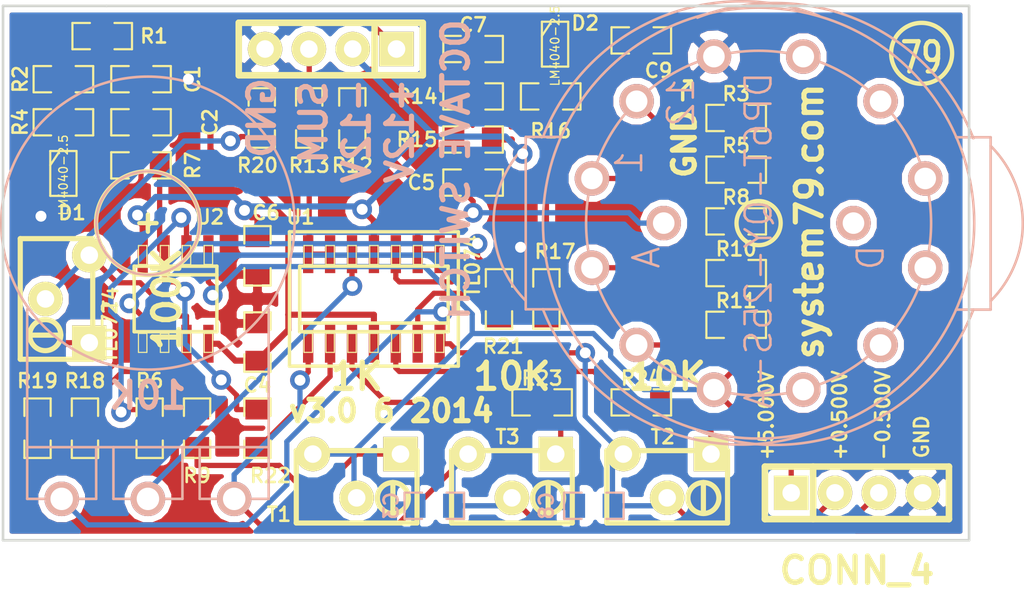
<source format=kicad_pcb>
(kicad_pcb (version 3) (host pcbnew "(2013-07-07 BZR 4022)-stable")

  (general
    (links 88)
    (no_connects 0)
    (area 24.67794 16.67832 83.731401 54.07168)
    (thickness 1.6)
    (drawings 32)
    (tracks 270)
    (zones 0)
    (modules 45)
    (nets 35)
  )

  (page A3)
  (layers
    (15 F.Cu signal)
    (0 B.Cu signal)
    (16 B.Adhes user)
    (17 F.Adhes user)
    (18 B.Paste user)
    (19 F.Paste user)
    (20 B.SilkS user)
    (21 F.SilkS user)
    (22 B.Mask user)
    (23 F.Mask user)
    (24 Dwgs.User user)
    (25 Cmts.User user)
    (26 Eco1.User user)
    (27 Eco2.User user)
    (28 Edge.Cuts user)
  )

  (setup
    (last_trace_width 0.3048)
    (trace_clearance 0.3556)
    (zone_clearance 0.3048)
    (zone_45_only no)
    (trace_min 0.254)
    (segment_width 0.25)
    (edge_width 0.15)
    (via_size 1.143)
    (via_drill 0.635)
    (via_min_size 0.889)
    (via_min_drill 0.508)
    (uvia_size 0.508)
    (uvia_drill 0.127)
    (uvias_allowed no)
    (uvia_min_size 0.508)
    (uvia_min_drill 0.127)
    (pcb_text_width 0.3)
    (pcb_text_size 1.5 1.5)
    (mod_edge_width 0.15)
    (mod_text_size 1.5 1.5)
    (mod_text_width 0.15)
    (pad_size 2 2)
    (pad_drill 1.25)
    (pad_to_mask_clearance 0.02)
    (aux_axis_origin 0 0)
    (visible_elements 7FFF7F3F)
    (pcbplotparams
      (layerselection 284196865)
      (usegerberextensions true)
      (excludeedgelayer true)
      (linewidth 0.150000)
      (plotframeref false)
      (viasonmask false)
      (mode 1)
      (useauxorigin false)
      (hpglpennumber 1)
      (hpglpenspeed 20)
      (hpglpendiameter 15)
      (hpglpenoverlay 2)
      (psnegative false)
      (psa4output false)
      (plotreference true)
      (plotvalue false)
      (plotothertext true)
      (plotinvisibletext false)
      (padsonsilk false)
      (subtractmaskfromsilk true)
      (outputformat 1)
      (mirror false)
      (drillshape 0)
      (scaleselection 1)
      (outputdirectory "Gerbers 3.0/"))
  )

  (net 0 "")
  (net 1 +0.500V)
  (net 2 +12V)
  (net 3 +2.5V)
  (net 4 +5.00V)
  (net 5 -0.500V)
  (net 6 -12V)
  (net 7 -2.5V)
  (net 8 GND)
  (net 9 N-000001)
  (net 10 N-0000011)
  (net 11 N-0000013)
  (net 12 N-0000014)
  (net 13 N-0000015)
  (net 14 N-0000016)
  (net 15 N-0000017)
  (net 16 N-0000018)
  (net 17 N-0000019)
  (net 18 N-0000020)
  (net 19 N-0000021)
  (net 20 N-0000027)
  (net 21 N-0000028)
  (net 22 N-0000029)
  (net 23 N-000003)
  (net 24 N-0000030)
  (net 25 N-0000031)
  (net 26 N-0000032)
  (net 27 N-0000034)
  (net 28 N-0000035)
  (net 29 N-000005)
  (net 30 N-000006)
  (net 31 N-000007)
  (net 32 N-000008)
  (net 33 N-000009)
  (net 34 "SUM OUT")

  (net_class Default "This is the default net class."
    (clearance 0.3556)
    (trace_width 0.3048)
    (via_dia 1.143)
    (via_drill 0.635)
    (uvia_dia 0.508)
    (uvia_drill 0.127)
    (add_net "")
    (add_net +0.500V)
    (add_net +2.5V)
    (add_net +5.00V)
    (add_net -0.500V)
    (add_net -2.5V)
    (add_net N-000001)
    (add_net N-0000011)
    (add_net N-0000013)
    (add_net N-0000014)
    (add_net N-0000015)
    (add_net N-0000016)
    (add_net N-0000017)
    (add_net N-0000018)
    (add_net N-0000019)
    (add_net N-0000020)
    (add_net N-0000021)
    (add_net N-0000027)
    (add_net N-0000028)
    (add_net N-0000029)
    (add_net N-000003)
    (add_net N-0000030)
    (add_net N-0000031)
    (add_net N-0000032)
    (add_net N-0000034)
    (add_net N-0000035)
    (add_net N-000005)
    (add_net N-000006)
    (add_net N-000007)
    (add_net N-000008)
    (add_net N-000009)
    (add_net "SUM OUT")
  )

  (net_class POWER ""
    (clearance 0.4064)
    (trace_width 0.3556)
    (via_dia 1.143)
    (via_drill 0.635)
    (uvia_dia 0.508)
    (uvia_drill 0.127)
    (add_net +12V)
    (add_net -12V)
    (add_net GND)
  )

  (module RV16A-41   locked (layer B.Cu) (tedit 51A159F7) (tstamp 51A1666F)
    (at 34.4 32.6 180)
    (path /519D12D5)
    (fp_text reference POT1 (at 0 13 180) (layer B.SilkS) hide
      (effects (font (size 1.524 1.524) (thickness 0.3048)) (justify mirror))
    )
    (fp_text value 10K (at 0 -9.99998 180) (layer B.SilkS)
      (effects (font (size 1.524 1.524) (thickness 0.3048)) (justify mirror))
    )
    (fp_line (start -3 -13) (end -3 -16) (layer B.SilkS) (width 0.15))
    (fp_line (start -3 -16) (end -7 -16) (layer B.SilkS) (width 0.15))
    (fp_line (start 2 -13) (end 2 -16) (layer B.SilkS) (width 0.15))
    (fp_line (start 2 -16) (end -2 -16) (layer B.SilkS) (width 0.15))
    (fp_line (start -2 -16) (end -2 -13) (layer B.SilkS) (width 0.15))
    (fp_line (start 7 -16) (end 3 -16) (layer B.SilkS) (width 0.15))
    (fp_line (start 3 -16) (end 3 -13) (layer B.SilkS) (width 0.15))
    (fp_line (start -7 -13) (end 7 -13) (layer B.SilkS) (width 0.15))
    (fp_line (start 7 -16) (end 7 -5) (layer B.SilkS) (width 0.15))
    (fp_line (start -7 -16) (end -7 -5) (layer B.SilkS) (width 0.15))
    (fp_circle (center 0 0) (end 0 -3) (layer B.SilkS) (width 0.15))
    (fp_circle (center 0 0) (end 0 -8.5) (layer B.SilkS) (width 0.15))
    (pad 2 thru_hole circle (at 0 -16 180) (size 1.99898 1.99898) (drill 1.30048)
      (layers *.Cu *.Mask B.SilkS)
      (net 31 N-000007)
    )
    (pad 3 thru_hole circle (at 5 -16 180) (size 1.99898 1.99898) (drill 1.30048)
      (layers *.Cu *.Mask B.SilkS)
      (net 1 +0.500V)
    )
    (pad 1 thru_hole circle (at -5 -16 180) (size 1.99898 1.99898) (drill 1.30048)
      (layers *.Cu *.Mask B.SilkS)
      (net 5 -0.500V)
    )
  )

  (module SOT23 (layer F.Cu) (tedit 525EE5A2) (tstamp 51B3EE73)
    (at 29.5 29.75 270)
    (tags SOT23)
    (path /519D2401)
    (fp_text reference D1 (at 2.25 -0.5 360) (layer F.SilkS)
      (effects (font (size 0.8128 0.8128) (thickness 0.1524)))
    )
    (fp_text value LM4040-2.5 (at 0.0635 0 270) (layer F.SilkS)
      (effects (font (size 0.50038 0.50038) (thickness 0.0762)))
    )
    (fp_line (start -0.508 0.762) (end -1.27 0.254) (layer F.SilkS) (width 0.127))
    (fp_line (start 1.27 0.762) (end -1.3335 0.762) (layer F.SilkS) (width 0.127))
    (fp_line (start -1.3335 0.762) (end -1.3335 -0.762) (layer F.SilkS) (width 0.127))
    (fp_line (start -1.3335 -0.762) (end 1.27 -0.762) (layer F.SilkS) (width 0.127))
    (fp_line (start 1.27 -0.762) (end 1.27 0.762) (layer F.SilkS) (width 0.127))
    (pad 3 smd rect (at 0 -1.27 270) (size 0.70104 1.00076)
      (layers F.Cu F.Paste F.Mask)
    )
    (pad 2 smd rect (at 0.9525 1.27 270) (size 0.70104 1.00076)
      (layers F.Cu F.Paste F.Mask)
      (net 8 GND)
    )
    (pad 1 smd rect (at -0.9525 1.27 270) (size 0.70104 1.00076)
      (layers F.Cu F.Paste F.Mask)
      (net 9 N-000001)
    )
    (model smd/SOT23_6.wrl
      (at (xyz 0 0 0))
      (scale (xyz 0.11 0.11 0.11))
      (rotate (xyz 0 0 -180))
    )
  )

  (module SM0805-HAND (layer F.Cu) (tedit 539FAC60) (tstamp 51A17943)
    (at 40.75 39.5 90)
    (path /519D2BE9)
    (attr smd)
    (fp_text reference C6 (at 7.5 0.5 360) (layer F.SilkS)
      (effects (font (size 0.8128 0.8128) (thickness 0.1524)))
    )
    (fp_text value 0.1u (at 0 0 90) (layer F.SilkS) hide
      (effects (font (size 0.635 0.635) (thickness 0.127)))
    )
    (fp_line (start -0.7112 0.762) (end -1.7272 0.762) (layer F.SilkS) (width 0.127))
    (fp_line (start -1.7272 0.762) (end -1.7272 -0.762) (layer F.SilkS) (width 0.127))
    (fp_line (start -1.7272 -0.762) (end -0.7112 -0.762) (layer F.SilkS) (width 0.127))
    (fp_line (start 0.7112 -0.762) (end 1.7272 -0.762) (layer F.SilkS) (width 0.127))
    (fp_line (start 1.7272 -0.762) (end 1.7272 0.762) (layer F.SilkS) (width 0.127))
    (fp_line (start 1.7272 0.762) (end 0.7112 0.762) (layer F.SilkS) (width 0.127))
    (pad 1 smd rect (at -1.0795 0 90) (size 1.143 1.397)
      (layers F.Cu F.Paste F.Mask)
      (net 2 +12V)
    )
    (pad 2 smd rect (at 1.0795 0 90) (size 1.143 1.397)
      (layers F.Cu F.Paste F.Mask)
      (net 8 GND)
    )
    (model smd/chip_cms.wrl
      (at (xyz 0 0 0))
      (scale (xyz 0.1 0.1 0.1))
      (rotate (xyz 0 0 0))
    )
  )

  (module SM0805-HAND (layer F.Cu) (tedit 539FAC68) (tstamp 51A17936)
    (at 40.75 34.5 90)
    (path /519D2BE3)
    (attr smd)
    (fp_text reference C4 (at -7.5 0 180) (layer F.SilkS)
      (effects (font (size 0.8128 0.8128) (thickness 0.1524)))
    )
    (fp_text value 0.1u (at 0 0 90) (layer F.SilkS) hide
      (effects (font (size 0.635 0.635) (thickness 0.127)))
    )
    (fp_line (start -0.7112 0.762) (end -1.7272 0.762) (layer F.SilkS) (width 0.127))
    (fp_line (start -1.7272 0.762) (end -1.7272 -0.762) (layer F.SilkS) (width 0.127))
    (fp_line (start -1.7272 -0.762) (end -0.7112 -0.762) (layer F.SilkS) (width 0.127))
    (fp_line (start 0.7112 -0.762) (end 1.7272 -0.762) (layer F.SilkS) (width 0.127))
    (fp_line (start 1.7272 -0.762) (end 1.7272 0.762) (layer F.SilkS) (width 0.127))
    (fp_line (start 1.7272 0.762) (end 0.7112 0.762) (layer F.SilkS) (width 0.127))
    (pad 1 smd rect (at -1.0795 0 90) (size 1.143 1.397)
      (layers F.Cu F.Paste F.Mask)
      (net 8 GND)
    )
    (pad 2 smd rect (at 1.0795 0 90) (size 1.143 1.397)
      (layers F.Cu F.Paste F.Mask)
      (net 6 -12V)
    )
    (model smd/chip_cms.wrl
      (at (xyz 0 0 0))
      (scale (xyz 0.1 0.1 0.1))
      (rotate (xyz 0 0 0))
    )
  )

  (module SM0805-HAND (layer F.Cu) (tedit 525F01A8) (tstamp 51A17CBF)
    (at 43.75 26.5 90)
    (path /519D2BD8)
    (attr smd)
    (fp_text reference R13 (at -2.75 0 180) (layer F.SilkS)
      (effects (font (size 0.8128 0.8128) (thickness 0.1524)))
    )
    (fp_text value 100K (at 0 0 90) (layer F.SilkS) hide
      (effects (font (size 0.635 0.635) (thickness 0.127)))
    )
    (fp_line (start -0.7112 0.762) (end -1.7272 0.762) (layer F.SilkS) (width 0.127))
    (fp_line (start -1.7272 0.762) (end -1.7272 -0.762) (layer F.SilkS) (width 0.127))
    (fp_line (start -1.7272 -0.762) (end -0.7112 -0.762) (layer F.SilkS) (width 0.127))
    (fp_line (start 0.7112 -0.762) (end 1.7272 -0.762) (layer F.SilkS) (width 0.127))
    (fp_line (start 1.7272 -0.762) (end 1.7272 0.762) (layer F.SilkS) (width 0.127))
    (fp_line (start 1.7272 0.762) (end 0.7112 0.762) (layer F.SilkS) (width 0.127))
    (pad 1 smd rect (at -1.0795 0 90) (size 1.143 1.397)
      (layers F.Cu F.Paste F.Mask)
      (net 32 N-000008)
    )
    (pad 2 smd rect (at 1.0795 0 90) (size 1.143 1.397)
      (layers F.Cu F.Paste F.Mask)
      (net 34 "SUM OUT")
    )
    (model smd/chip_cms.wrl
      (at (xyz 0 0 0))
      (scale (xyz 0.1 0.1 0.1))
      (rotate (xyz 0 0 0))
    )
  )

  (module SM0805-HAND (layer F.Cu) (tedit 525F515D) (tstamp 525F5187)
    (at 68.5 38.5)
    (path /519D2B88)
    (attr smd)
    (fp_text reference R11 (at 0 -1.397) (layer F.SilkS)
      (effects (font (size 0.8128 0.8128) (thickness 0.1524)))
    )
    (fp_text value 10K (at 0 0) (layer F.SilkS) hide
      (effects (font (size 0.635 0.635) (thickness 0.127)))
    )
    (fp_line (start -0.7112 0.762) (end -1.7272 0.762) (layer F.SilkS) (width 0.127))
    (fp_line (start -1.7272 0.762) (end -1.7272 -0.762) (layer F.SilkS) (width 0.127))
    (fp_line (start -1.7272 -0.762) (end -0.7112 -0.762) (layer F.SilkS) (width 0.127))
    (fp_line (start 0.7112 -0.762) (end 1.7272 -0.762) (layer F.SilkS) (width 0.127))
    (fp_line (start 1.7272 -0.762) (end 1.7272 0.762) (layer F.SilkS) (width 0.127))
    (fp_line (start 1.7272 0.762) (end 0.7112 0.762) (layer F.SilkS) (width 0.127))
    (pad 1 smd rect (at -1.0795 0) (size 1.143 1.397)
      (layers F.Cu F.Paste F.Mask)
      (net 16 N-0000018)
    )
    (pad 2 smd rect (at 1.0795 0) (size 1.143 1.397)
      (layers F.Cu F.Paste F.Mask)
      (net 4 +5.00V)
    )
    (model smd/chip_cms.wrl
      (at (xyz 0 0 0))
      (scale (xyz 0.1 0.1 0.1))
      (rotate (xyz 0 0 0))
    )
  )

  (module SM0805-HAND (layer F.Cu) (tedit 525F5157) (tstamp 525F5194)
    (at 68.5 35.5)
    (path /519D2B82)
    (attr smd)
    (fp_text reference R10 (at 0 -1.397) (layer F.SilkS)
      (effects (font (size 0.8128 0.8128) (thickness 0.1524)))
    )
    (fp_text value 10K (at 0 0) (layer F.SilkS) hide
      (effects (font (size 0.635 0.635) (thickness 0.127)))
    )
    (fp_line (start -0.7112 0.762) (end -1.7272 0.762) (layer F.SilkS) (width 0.127))
    (fp_line (start -1.7272 0.762) (end -1.7272 -0.762) (layer F.SilkS) (width 0.127))
    (fp_line (start -1.7272 -0.762) (end -0.7112 -0.762) (layer F.SilkS) (width 0.127))
    (fp_line (start 0.7112 -0.762) (end 1.7272 -0.762) (layer F.SilkS) (width 0.127))
    (fp_line (start 1.7272 -0.762) (end 1.7272 0.762) (layer F.SilkS) (width 0.127))
    (fp_line (start 1.7272 0.762) (end 0.7112 0.762) (layer F.SilkS) (width 0.127))
    (pad 1 smd rect (at -1.0795 0) (size 1.143 1.397)
      (layers F.Cu F.Paste F.Mask)
      (net 15 N-0000017)
    )
    (pad 2 smd rect (at 1.0795 0) (size 1.143 1.397)
      (layers F.Cu F.Paste F.Mask)
      (net 16 N-0000018)
    )
    (model smd/chip_cms.wrl
      (at (xyz 0 0 0))
      (scale (xyz 0.1 0.1 0.1))
      (rotate (xyz 0 0 0))
    )
  )

  (module SM0805-HAND (layer F.Cu) (tedit 525F514F) (tstamp 525F51A1)
    (at 68.5 32.5)
    (path /519D2B7C)
    (attr smd)
    (fp_text reference R8 (at 0 -1.397) (layer F.SilkS)
      (effects (font (size 0.8128 0.8128) (thickness 0.1524)))
    )
    (fp_text value 10K (at 0 0) (layer F.SilkS) hide
      (effects (font (size 0.635 0.635) (thickness 0.127)))
    )
    (fp_line (start -0.7112 0.762) (end -1.7272 0.762) (layer F.SilkS) (width 0.127))
    (fp_line (start -1.7272 0.762) (end -1.7272 -0.762) (layer F.SilkS) (width 0.127))
    (fp_line (start -1.7272 -0.762) (end -0.7112 -0.762) (layer F.SilkS) (width 0.127))
    (fp_line (start 0.7112 -0.762) (end 1.7272 -0.762) (layer F.SilkS) (width 0.127))
    (fp_line (start 1.7272 -0.762) (end 1.7272 0.762) (layer F.SilkS) (width 0.127))
    (fp_line (start 1.7272 0.762) (end 0.7112 0.762) (layer F.SilkS) (width 0.127))
    (pad 1 smd rect (at -1.0795 0) (size 1.143 1.397)
      (layers F.Cu F.Paste F.Mask)
      (net 14 N-0000016)
    )
    (pad 2 smd rect (at 1.0795 0) (size 1.143 1.397)
      (layers F.Cu F.Paste F.Mask)
      (net 15 N-0000017)
    )
    (model smd/chip_cms.wrl
      (at (xyz 0 0 0))
      (scale (xyz 0.1 0.1 0.1))
      (rotate (xyz 0 0 0))
    )
  )

  (module SM0805-HAND (layer F.Cu) (tedit 525F5144) (tstamp 525F51AE)
    (at 68.5 29.5)
    (path /519D2B76)
    (attr smd)
    (fp_text reference R5 (at 0 -1.397) (layer F.SilkS)
      (effects (font (size 0.8128 0.8128) (thickness 0.1524)))
    )
    (fp_text value 10K (at 0 0) (layer F.SilkS) hide
      (effects (font (size 0.635 0.635) (thickness 0.127)))
    )
    (fp_line (start -0.7112 0.762) (end -1.7272 0.762) (layer F.SilkS) (width 0.127))
    (fp_line (start -1.7272 0.762) (end -1.7272 -0.762) (layer F.SilkS) (width 0.127))
    (fp_line (start -1.7272 -0.762) (end -0.7112 -0.762) (layer F.SilkS) (width 0.127))
    (fp_line (start 0.7112 -0.762) (end 1.7272 -0.762) (layer F.SilkS) (width 0.127))
    (fp_line (start 1.7272 -0.762) (end 1.7272 0.762) (layer F.SilkS) (width 0.127))
    (fp_line (start 1.7272 0.762) (end 0.7112 0.762) (layer F.SilkS) (width 0.127))
    (pad 1 smd rect (at -1.0795 0) (size 1.143 1.397)
      (layers F.Cu F.Paste F.Mask)
      (net 33 N-000009)
    )
    (pad 2 smd rect (at 1.0795 0) (size 1.143 1.397)
      (layers F.Cu F.Paste F.Mask)
      (net 14 N-0000016)
    )
    (model smd/chip_cms.wrl
      (at (xyz 0 0 0))
      (scale (xyz 0.1 0.1 0.1))
      (rotate (xyz 0 0 0))
    )
  )

  (module SM0805-HAND (layer F.Cu) (tedit 525F513C) (tstamp 525F51BB)
    (at 68.5 26.5)
    (path /519D2B70)
    (attr smd)
    (fp_text reference R3 (at 0 -1.397) (layer F.SilkS)
      (effects (font (size 0.8128 0.8128) (thickness 0.1524)))
    )
    (fp_text value 10K (at 0 0) (layer F.SilkS) hide
      (effects (font (size 0.635 0.635) (thickness 0.127)))
    )
    (fp_line (start -0.7112 0.762) (end -1.7272 0.762) (layer F.SilkS) (width 0.127))
    (fp_line (start -1.7272 0.762) (end -1.7272 -0.762) (layer F.SilkS) (width 0.127))
    (fp_line (start -1.7272 -0.762) (end -0.7112 -0.762) (layer F.SilkS) (width 0.127))
    (fp_line (start 0.7112 -0.762) (end 1.7272 -0.762) (layer F.SilkS) (width 0.127))
    (fp_line (start 1.7272 -0.762) (end 1.7272 0.762) (layer F.SilkS) (width 0.127))
    (fp_line (start 1.7272 0.762) (end 0.7112 0.762) (layer F.SilkS) (width 0.127))
    (pad 1 smd rect (at -1.0795 0) (size 1.143 1.397)
      (layers F.Cu F.Paste F.Mask)
      (net 8 GND)
    )
    (pad 2 smd rect (at 1.0795 0) (size 1.143 1.397)
      (layers F.Cu F.Paste F.Mask)
      (net 33 N-000009)
    )
    (model smd/chip_cms.wrl
      (at (xyz 0 0 0))
      (scale (xyz 0.1 0.1 0.1))
      (rotate (xyz 0 0 0))
    )
  )

  (module SM0805-HAND (layer F.Cu) (tedit 525EE57E) (tstamp 525DFA7B)
    (at 34 29.25)
    (path /519D2A89)
    (attr smd)
    (fp_text reference R7 (at 3 0 90) (layer F.SilkS)
      (effects (font (size 0.8128 0.8128) (thickness 0.1524)))
    )
    (fp_text value 33K (at 0 0) (layer F.SilkS) hide
      (effects (font (size 0.635 0.635) (thickness 0.127)))
    )
    (fp_line (start -0.7112 0.762) (end -1.7272 0.762) (layer F.SilkS) (width 0.127))
    (fp_line (start -1.7272 0.762) (end -1.7272 -0.762) (layer F.SilkS) (width 0.127))
    (fp_line (start -1.7272 -0.762) (end -0.7112 -0.762) (layer F.SilkS) (width 0.127))
    (fp_line (start 0.7112 -0.762) (end 1.7272 -0.762) (layer F.SilkS) (width 0.127))
    (fp_line (start 1.7272 -0.762) (end 1.7272 0.762) (layer F.SilkS) (width 0.127))
    (fp_line (start 1.7272 0.762) (end 0.7112 0.762) (layer F.SilkS) (width 0.127))
    (pad 1 smd rect (at -1.0795 0) (size 1.143 1.397)
      (layers F.Cu F.Paste F.Mask)
      (net 12 N-0000014)
    )
    (pad 2 smd rect (at 1.0795 0) (size 1.143 1.397)
      (layers F.Cu F.Paste F.Mask)
      (net 3 +2.5V)
    )
    (model smd/chip_cms.wrl
      (at (xyz 0 0 0))
      (scale (xyz 0.1 0.1 0.1))
      (rotate (xyz 0 0 0))
    )
  )

  (module SM0805-HAND (layer F.Cu) (tedit 525EE589) (tstamp 51A178CE)
    (at 29.5 24.25)
    (path /519D2A6D)
    (attr smd)
    (fp_text reference R2 (at -2.5 0 90) (layer F.SilkS)
      (effects (font (size 0.8128 0.8128) (thickness 0.1524)))
    )
    (fp_text value 4.7K (at 0 0) (layer F.SilkS) hide
      (effects (font (size 0.635 0.635) (thickness 0.127)))
    )
    (fp_line (start -0.7112 0.762) (end -1.7272 0.762) (layer F.SilkS) (width 0.127))
    (fp_line (start -1.7272 0.762) (end -1.7272 -0.762) (layer F.SilkS) (width 0.127))
    (fp_line (start -1.7272 -0.762) (end -0.7112 -0.762) (layer F.SilkS) (width 0.127))
    (fp_line (start 0.7112 -0.762) (end 1.7272 -0.762) (layer F.SilkS) (width 0.127))
    (fp_line (start 1.7272 -0.762) (end 1.7272 0.762) (layer F.SilkS) (width 0.127))
    (fp_line (start 1.7272 0.762) (end 0.7112 0.762) (layer F.SilkS) (width 0.127))
    (pad 1 smd rect (at -1.0795 0) (size 1.143 1.397)
      (layers F.Cu F.Paste F.Mask)
      (net 9 N-000001)
    )
    (pad 2 smd rect (at 1.0795 0) (size 1.143 1.397)
      (layers F.Cu F.Paste F.Mask)
      (net 23 N-000003)
    )
    (model smd/chip_cms.wrl
      (at (xyz 0 0 0))
      (scale (xyz 0.1 0.1 0.1))
      (rotate (xyz 0 0 0))
    )
  )

  (module SM0805-HAND (layer F.Cu) (tedit 525EE57A) (tstamp 51A178C1)
    (at 34 24.25)
    (path /519D1988)
    (attr smd)
    (fp_text reference C1 (at 3 0 90) (layer F.SilkS)
      (effects (font (size 0.8128 0.8128) (thickness 0.1524)))
    )
    (fp_text value 0.1u (at 0 0) (layer F.SilkS) hide
      (effects (font (size 0.635 0.635) (thickness 0.127)))
    )
    (fp_line (start -0.7112 0.762) (end -1.7272 0.762) (layer F.SilkS) (width 0.127))
    (fp_line (start -1.7272 0.762) (end -1.7272 -0.762) (layer F.SilkS) (width 0.127))
    (fp_line (start -1.7272 -0.762) (end -0.7112 -0.762) (layer F.SilkS) (width 0.127))
    (fp_line (start 0.7112 -0.762) (end 1.7272 -0.762) (layer F.SilkS) (width 0.127))
    (fp_line (start 1.7272 -0.762) (end 1.7272 0.762) (layer F.SilkS) (width 0.127))
    (fp_line (start 1.7272 0.762) (end 0.7112 0.762) (layer F.SilkS) (width 0.127))
    (pad 1 smd rect (at -1.0795 0) (size 1.143 1.397)
      (layers F.Cu F.Paste F.Mask)
      (net 23 N-000003)
    )
    (pad 2 smd rect (at 1.0795 0) (size 1.143 1.397)
      (layers F.Cu F.Paste F.Mask)
      (net 8 GND)
    )
    (model smd/chip_cms.wrl
      (at (xyz 0 0 0))
      (scale (xyz 0.1 0.1 0.1))
      (rotate (xyz 0 0 0))
    )
  )

  (module SM0805-HAND (layer F.Cu) (tedit 525F01B1) (tstamp 51A178B4)
    (at 46.25 26.5 90)
    (path /519D163B)
    (attr smd)
    (fp_text reference R12 (at -2.75 0 180) (layer F.SilkS)
      (effects (font (size 0.8128 0.8128) (thickness 0.1524)))
    )
    (fp_text value 100K (at 0 0 90) (layer F.SilkS) hide
      (effects (font (size 0.635 0.635) (thickness 0.127)))
    )
    (fp_line (start -0.7112 0.762) (end -1.7272 0.762) (layer F.SilkS) (width 0.127))
    (fp_line (start -1.7272 0.762) (end -1.7272 -0.762) (layer F.SilkS) (width 0.127))
    (fp_line (start -1.7272 -0.762) (end -0.7112 -0.762) (layer F.SilkS) (width 0.127))
    (fp_line (start 0.7112 -0.762) (end 1.7272 -0.762) (layer F.SilkS) (width 0.127))
    (fp_line (start 1.7272 -0.762) (end 1.7272 0.762) (layer F.SilkS) (width 0.127))
    (fp_line (start 1.7272 0.762) (end 0.7112 0.762) (layer F.SilkS) (width 0.127))
    (pad 1 smd rect (at -1.0795 0 90) (size 1.143 1.397)
      (layers F.Cu F.Paste F.Mask)
      (net 29 N-000005)
    )
    (pad 2 smd rect (at 1.0795 0 90) (size 1.143 1.397)
      (layers F.Cu F.Paste F.Mask)
      (net 34 "SUM OUT")
    )
    (model smd/chip_cms.wrl
      (at (xyz 0 0 0))
      (scale (xyz 0.1 0.1 0.1))
      (rotate (xyz 0 0 0))
    )
  )

  (module SM0805-HAND (layer F.Cu) (tedit 539B3FD6) (tstamp 525E0007)
    (at 53.25 30.25)
    (path /519D1571)
    (attr smd)
    (fp_text reference C5 (at -3 0) (layer F.SilkS)
      (effects (font (size 0.8128 0.8128) (thickness 0.1524)))
    )
    (fp_text value 0.001u (at 0 0) (layer F.SilkS) hide
      (effects (font (size 0.635 0.635) (thickness 0.127)))
    )
    (fp_line (start -0.7112 0.762) (end -1.7272 0.762) (layer F.SilkS) (width 0.127))
    (fp_line (start -1.7272 0.762) (end -1.7272 -0.762) (layer F.SilkS) (width 0.127))
    (fp_line (start -1.7272 -0.762) (end -0.7112 -0.762) (layer F.SilkS) (width 0.127))
    (fp_line (start 0.7112 -0.762) (end 1.7272 -0.762) (layer F.SilkS) (width 0.127))
    (fp_line (start 1.7272 -0.762) (end 1.7272 0.762) (layer F.SilkS) (width 0.127))
    (fp_line (start 1.7272 0.762) (end 0.7112 0.762) (layer F.SilkS) (width 0.127))
    (pad 1 smd rect (at -1.0795 0) (size 1.143 1.397)
      (layers F.Cu F.Paste F.Mask)
      (net 10 N-0000011)
    )
    (pad 2 smd rect (at 1.0795 0) (size 1.143 1.397)
      (layers F.Cu F.Paste F.Mask)
      (net 8 GND)
    )
    (model smd/chip_cms.wrl
      (at (xyz 0 0 0))
      (scale (xyz 0.1 0.1 0.1))
      (rotate (xyz 0 0 0))
    )
  )

  (module SM0805-HAND (layer B.Cu) (tedit 525F049E) (tstamp 51A21D89)
    (at 51 49)
    (path /519D137C)
    (attr smd)
    (fp_text reference C3 (at -2.5 0 90) (layer B.SilkS)
      (effects (font (size 0.8128 0.8128) (thickness 0.1524)) (justify mirror))
    )
    (fp_text value 0.001u (at 0 0) (layer B.SilkS) hide
      (effects (font (size 0.635 0.635) (thickness 0.127)) (justify mirror))
    )
    (fp_line (start -0.7112 -0.762) (end -1.7272 -0.762) (layer B.SilkS) (width 0.127))
    (fp_line (start -1.7272 -0.762) (end -1.7272 0.762) (layer B.SilkS) (width 0.127))
    (fp_line (start -1.7272 0.762) (end -0.7112 0.762) (layer B.SilkS) (width 0.127))
    (fp_line (start 0.7112 0.762) (end 1.7272 0.762) (layer B.SilkS) (width 0.127))
    (fp_line (start 1.7272 0.762) (end 1.7272 -0.762) (layer B.SilkS) (width 0.127))
    (fp_line (start 1.7272 -0.762) (end 0.7112 -0.762) (layer B.SilkS) (width 0.127))
    (pad 1 smd rect (at -1.0795 0) (size 1.143 1.397)
      (layers B.Cu B.Paste B.Mask)
      (net 8 GND)
    )
    (pad 2 smd rect (at 1.0795 0) (size 1.143 1.397)
      (layers B.Cu B.Paste B.Mask)
      (net 5 -0.500V)
    )
    (model smd/chip_cms.wrl
      (at (xyz 0 0 0))
      (scale (xyz 0.1 0.1 0.1))
      (rotate (xyz 0 0 0))
    )
  )

  (module SM0805-HAND (layer F.Cu) (tedit 525F018F) (tstamp 525DFC6C)
    (at 37.25 44.5 270)
    (path /519D0FCF)
    (attr smd)
    (fp_text reference R9 (at 2.75 0 360) (layer F.SilkS)
      (effects (font (size 0.8128 0.8128) (thickness 0.1524)))
    )
    (fp_text value 9.53K (at 0 0 270) (layer F.SilkS) hide
      (effects (font (size 0.635 0.635) (thickness 0.127)))
    )
    (fp_line (start -0.7112 0.762) (end -1.7272 0.762) (layer F.SilkS) (width 0.127))
    (fp_line (start -1.7272 0.762) (end -1.7272 -0.762) (layer F.SilkS) (width 0.127))
    (fp_line (start -1.7272 -0.762) (end -0.7112 -0.762) (layer F.SilkS) (width 0.127))
    (fp_line (start 0.7112 -0.762) (end 1.7272 -0.762) (layer F.SilkS) (width 0.127))
    (fp_line (start 1.7272 -0.762) (end 1.7272 0.762) (layer F.SilkS) (width 0.127))
    (fp_line (start 1.7272 0.762) (end 0.7112 0.762) (layer F.SilkS) (width 0.127))
    (pad 1 smd rect (at -1.0795 0 270) (size 1.143 1.397)
      (layers F.Cu F.Paste F.Mask)
      (net 27 N-0000034)
    )
    (pad 2 smd rect (at 1.0795 0 270) (size 1.143 1.397)
      (layers F.Cu F.Paste F.Mask)
      (net 11 N-0000013)
    )
    (model smd/chip_cms.wrl
      (at (xyz 0 0 0))
      (scale (xyz 0.1 0.1 0.1))
      (rotate (xyz 0 0 0))
    )
  )

  (module SM0805-HAND (layer F.Cu) (tedit 525EE571) (tstamp 51A17880)
    (at 34 26.75)
    (path /519D0F8A)
    (attr smd)
    (fp_text reference C2 (at 4 0 90) (layer F.SilkS)
      (effects (font (size 0.8128 0.8128) (thickness 0.1524)))
    )
    (fp_text value 0.1u (at 0 0) (layer F.SilkS) hide
      (effects (font (size 0.635 0.635) (thickness 0.127)))
    )
    (fp_line (start -0.7112 0.762) (end -1.7272 0.762) (layer F.SilkS) (width 0.127))
    (fp_line (start -1.7272 0.762) (end -1.7272 -0.762) (layer F.SilkS) (width 0.127))
    (fp_line (start -1.7272 -0.762) (end -0.7112 -0.762) (layer F.SilkS) (width 0.127))
    (fp_line (start 0.7112 -0.762) (end 1.7272 -0.762) (layer F.SilkS) (width 0.127))
    (fp_line (start 1.7272 -0.762) (end 1.7272 0.762) (layer F.SilkS) (width 0.127))
    (fp_line (start 1.7272 0.762) (end 0.7112 0.762) (layer F.SilkS) (width 0.127))
    (pad 1 smd rect (at -1.0795 0) (size 1.143 1.397)
      (layers F.Cu F.Paste F.Mask)
      (net 12 N-0000014)
    )
    (pad 2 smd rect (at 1.0795 0) (size 1.143 1.397)
      (layers F.Cu F.Paste F.Mask)
      (net 8 GND)
    )
    (model smd/chip_cms.wrl
      (at (xyz 0 0 0))
      (scale (xyz 0.1 0.1 0.1))
      (rotate (xyz 0 0 0))
    )
  )

  (module SM0805-HAND (layer F.Cu) (tedit 525F0189) (tstamp 525DFC52)
    (at 34.5 44.5 90)
    (path /519D0F4A)
    (attr smd)
    (fp_text reference R6 (at 2.75 0 180) (layer F.SilkS)
      (effects (font (size 0.8128 0.8128) (thickness 0.1524)))
    )
    (fp_text value 10K (at 0 0 90) (layer F.SilkS) hide
      (effects (font (size 0.635 0.635) (thickness 0.127)))
    )
    (fp_line (start -0.7112 0.762) (end -1.7272 0.762) (layer F.SilkS) (width 0.127))
    (fp_line (start -1.7272 0.762) (end -1.7272 -0.762) (layer F.SilkS) (width 0.127))
    (fp_line (start -1.7272 -0.762) (end -0.7112 -0.762) (layer F.SilkS) (width 0.127))
    (fp_line (start 0.7112 -0.762) (end 1.7272 -0.762) (layer F.SilkS) (width 0.127))
    (fp_line (start 1.7272 -0.762) (end 1.7272 0.762) (layer F.SilkS) (width 0.127))
    (fp_line (start 1.7272 0.762) (end 0.7112 0.762) (layer F.SilkS) (width 0.127))
    (pad 1 smd rect (at -1.0795 0 90) (size 1.143 1.397)
      (layers F.Cu F.Paste F.Mask)
      (net 8 GND)
    )
    (pad 2 smd rect (at 1.0795 0 90) (size 1.143 1.397)
      (layers F.Cu F.Paste F.Mask)
      (net 27 N-0000034)
    )
    (model smd/chip_cms.wrl
      (at (xyz 0 0 0))
      (scale (xyz 0.1 0.1 0.1))
      (rotate (xyz 0 0 0))
    )
  )

  (module SM0805-HAND (layer F.Cu) (tedit 525EE591) (tstamp 51A17866)
    (at 29.5 26.75)
    (path /519D0F44)
    (attr smd)
    (fp_text reference R4 (at -2.5 0 90) (layer F.SilkS)
      (effects (font (size 0.8128 0.8128) (thickness 0.1524)))
    )
    (fp_text value 33K (at 0 0) (layer F.SilkS) hide
      (effects (font (size 0.635 0.635) (thickness 0.127)))
    )
    (fp_line (start -0.7112 0.762) (end -1.7272 0.762) (layer F.SilkS) (width 0.127))
    (fp_line (start -1.7272 0.762) (end -1.7272 -0.762) (layer F.SilkS) (width 0.127))
    (fp_line (start -1.7272 -0.762) (end -0.7112 -0.762) (layer F.SilkS) (width 0.127))
    (fp_line (start 0.7112 -0.762) (end 1.7272 -0.762) (layer F.SilkS) (width 0.127))
    (fp_line (start 1.7272 -0.762) (end 1.7272 0.762) (layer F.SilkS) (width 0.127))
    (fp_line (start 1.7272 0.762) (end 0.7112 0.762) (layer F.SilkS) (width 0.127))
    (pad 1 smd rect (at -1.0795 0) (size 1.143 1.397)
      (layers F.Cu F.Paste F.Mask)
      (net 9 N-000001)
    )
    (pad 2 smd rect (at 1.0795 0) (size 1.143 1.397)
      (layers F.Cu F.Paste F.Mask)
      (net 12 N-0000014)
    )
    (model smd/chip_cms.wrl
      (at (xyz 0 0 0))
      (scale (xyz 0.1 0.1 0.1))
      (rotate (xyz 0 0 0))
    )
  )

  (module SM0805-HAND (layer F.Cu) (tedit 53A07B13) (tstamp 51A17859)
    (at 31.75 21.75)
    (path /519D0F3E)
    (attr smd)
    (fp_text reference R1 (at 3 0) (layer F.SilkS)
      (effects (font (size 0.8128 0.8128) (thickness 0.1524)))
    )
    (fp_text value 4.7K (at 0 0) (layer F.SilkS) hide
      (effects (font (size 0.635 0.635) (thickness 0.127)))
    )
    (fp_line (start -0.7112 0.762) (end -1.7272 0.762) (layer F.SilkS) (width 0.127))
    (fp_line (start -1.7272 0.762) (end -1.7272 -0.762) (layer F.SilkS) (width 0.127))
    (fp_line (start -1.7272 -0.762) (end -0.7112 -0.762) (layer F.SilkS) (width 0.127))
    (fp_line (start 0.7112 -0.762) (end 1.7272 -0.762) (layer F.SilkS) (width 0.127))
    (fp_line (start 1.7272 -0.762) (end 1.7272 0.762) (layer F.SilkS) (width 0.127))
    (fp_line (start 1.7272 0.762) (end 0.7112 0.762) (layer F.SilkS) (width 0.127))
    (pad 1 smd rect (at -1.0795 0) (size 1.143 1.397)
      (layers F.Cu F.Paste F.Mask)
      (net 23 N-000003)
    )
    (pad 2 smd rect (at 1.0795 0) (size 1.143 1.397)
      (layers F.Cu F.Paste F.Mask)
      (net 2 +12V)
    )
    (model smd/chip_cms.wrl
      (at (xyz 0 0 0))
      (scale (xyz 0.1 0.1 0.1))
      (rotate (xyz 0 0 0))
    )
  )

  (module CONN_0100_X_4 (layer F.Cu) (tedit 51F423C4) (tstamp 51A1784C)
    (at 45 22.5 180)
    (path /519D2609)
    (fp_text reference P2 (at 0 -5.00126 180) (layer F.SilkS) hide
      (effects (font (size 1.524 1.524) (thickness 0.3048)))
    )
    (fp_text value CONN_4 (at 0 4.50088 180) (layer F.SilkS) hide
      (effects (font (size 1.524 1.524) (thickness 0.3048)))
    )
    (fp_line (start -2.54 -1.524) (end -2.54 1.524) (layer F.SilkS) (width 0.381))
    (fp_line (start -5.334 -1.524) (end -5.334 1.524) (layer F.SilkS) (width 0.381))
    (fp_line (start -5.334 1.524) (end 5.334 1.524) (layer F.SilkS) (width 0.381))
    (fp_line (start 5.334 1.524) (end 5.334 -1.524) (layer F.SilkS) (width 0.381))
    (fp_line (start 5.334 -1.524) (end -5.334 -1.524) (layer F.SilkS) (width 0.381))
    (pad 1 thru_hole rect (at -3.81 0 180) (size 1.99898 1.99898) (drill 1.016)
      (layers *.Cu *.Mask F.SilkS)
      (net 2 +12V)
    )
    (pad 2 thru_hole circle (at -1.27 0 180) (size 1.99898 1.99898) (drill 1.016)
      (layers *.Cu *.Mask F.SilkS)
      (net 6 -12V)
    )
    (pad 3 thru_hole circle (at 1.27 0 180) (size 1.99898 1.99898) (drill 1.016)
      (layers *.Cu *.Mask F.SilkS)
      (net 34 "SUM OUT")
    )
    (pad 4 thru_hole circle (at 3.81 0 180) (size 1.99898 1.99898) (drill 1.016)
      (layers *.Cu *.Mask F.SilkS)
      (net 8 GND)
    )
  )

  (module -SO14 (layer F.Cu) (tedit 539FAC56) (tstamp 5240F84E)
    (at 47.5 37)
    (descr "SMALL OUTLINE INTEGRATED CIRCUIT")
    (tags "SMALL OUTLINE INTEGRATED CIRCUIT")
    (path /5196B5A0)
    (attr smd)
    (fp_text reference U1 (at -4.25 -4.75 180) (layer F.SilkS)
      (effects (font (size 0.8128 0.8128) (thickness 0.1524)))
    )
    (fp_text value TL074 (at 5.715 -1.905 90) (layer F.SilkS)
      (effects (font (size 0.8128 0.8128) (thickness 0.1524)))
    )
    (fp_line (start -4.05384 3.0988) (end -3.56362 3.0988) (layer F.SilkS) (width 0.06604))
    (fp_line (start -3.56362 3.0988) (end -3.56362 1.99898) (layer F.SilkS) (width 0.06604))
    (fp_line (start -4.05384 1.99898) (end -3.56362 1.99898) (layer F.SilkS) (width 0.06604))
    (fp_line (start -4.05384 3.0988) (end -4.05384 1.99898) (layer F.SilkS) (width 0.06604))
    (fp_line (start -2.78384 3.0988) (end -2.29362 3.0988) (layer F.SilkS) (width 0.06604))
    (fp_line (start -2.29362 3.0988) (end -2.29362 1.99898) (layer F.SilkS) (width 0.06604))
    (fp_line (start -2.78384 1.99898) (end -2.29362 1.99898) (layer F.SilkS) (width 0.06604))
    (fp_line (start -2.78384 3.0988) (end -2.78384 1.99898) (layer F.SilkS) (width 0.06604))
    (fp_line (start -1.51384 3.0988) (end -1.02362 3.0988) (layer F.SilkS) (width 0.06604))
    (fp_line (start -1.02362 3.0988) (end -1.02362 1.99898) (layer F.SilkS) (width 0.06604))
    (fp_line (start -1.51384 1.99898) (end -1.02362 1.99898) (layer F.SilkS) (width 0.06604))
    (fp_line (start -1.51384 3.0988) (end -1.51384 1.99898) (layer F.SilkS) (width 0.06604))
    (fp_line (start -0.24384 3.0988) (end 0.24384 3.0988) (layer F.SilkS) (width 0.06604))
    (fp_line (start 0.24384 3.0988) (end 0.24384 1.99898) (layer F.SilkS) (width 0.06604))
    (fp_line (start -0.24384 1.99898) (end 0.24384 1.99898) (layer F.SilkS) (width 0.06604))
    (fp_line (start -0.24384 3.0988) (end -0.24384 1.99898) (layer F.SilkS) (width 0.06604))
    (fp_line (start -0.24384 -1.99898) (end 0.24384 -1.99898) (layer F.SilkS) (width 0.06604))
    (fp_line (start 0.24384 -1.99898) (end 0.24384 -3.0988) (layer F.SilkS) (width 0.06604))
    (fp_line (start -0.24384 -3.0988) (end 0.24384 -3.0988) (layer F.SilkS) (width 0.06604))
    (fp_line (start -0.24384 -1.99898) (end -0.24384 -3.0988) (layer F.SilkS) (width 0.06604))
    (fp_line (start -1.51384 -1.99898) (end -1.02362 -1.99898) (layer F.SilkS) (width 0.06604))
    (fp_line (start -1.02362 -1.99898) (end -1.02362 -3.0988) (layer F.SilkS) (width 0.06604))
    (fp_line (start -1.51384 -3.0988) (end -1.02362 -3.0988) (layer F.SilkS) (width 0.06604))
    (fp_line (start -1.51384 -1.99898) (end -1.51384 -3.0988) (layer F.SilkS) (width 0.06604))
    (fp_line (start -2.78384 -1.99898) (end -2.29362 -1.99898) (layer F.SilkS) (width 0.06604))
    (fp_line (start -2.29362 -1.99898) (end -2.29362 -3.0988) (layer F.SilkS) (width 0.06604))
    (fp_line (start -2.78384 -3.0988) (end -2.29362 -3.0988) (layer F.SilkS) (width 0.06604))
    (fp_line (start -2.78384 -1.99898) (end -2.78384 -3.0988) (layer F.SilkS) (width 0.06604))
    (fp_line (start -4.05384 -1.99898) (end -3.56362 -1.99898) (layer F.SilkS) (width 0.06604))
    (fp_line (start -3.56362 -1.99898) (end -3.56362 -3.0988) (layer F.SilkS) (width 0.06604))
    (fp_line (start -4.05384 -3.0988) (end -3.56362 -3.0988) (layer F.SilkS) (width 0.06604))
    (fp_line (start -4.05384 -1.99898) (end -4.05384 -3.0988) (layer F.SilkS) (width 0.06604))
    (fp_line (start 1.02362 3.0988) (end 1.51384 3.0988) (layer F.SilkS) (width 0.06604))
    (fp_line (start 1.51384 3.0988) (end 1.51384 1.99898) (layer F.SilkS) (width 0.06604))
    (fp_line (start 1.02362 1.99898) (end 1.51384 1.99898) (layer F.SilkS) (width 0.06604))
    (fp_line (start 1.02362 3.0988) (end 1.02362 1.99898) (layer F.SilkS) (width 0.06604))
    (fp_line (start 2.29362 3.0988) (end 2.78384 3.0988) (layer F.SilkS) (width 0.06604))
    (fp_line (start 2.78384 3.0988) (end 2.78384 1.99898) (layer F.SilkS) (width 0.06604))
    (fp_line (start 2.29362 1.99898) (end 2.78384 1.99898) (layer F.SilkS) (width 0.06604))
    (fp_line (start 2.29362 3.0988) (end 2.29362 1.99898) (layer F.SilkS) (width 0.06604))
    (fp_line (start 3.56362 3.0988) (end 4.05384 3.0988) (layer F.SilkS) (width 0.06604))
    (fp_line (start 4.05384 3.0988) (end 4.05384 1.99898) (layer F.SilkS) (width 0.06604))
    (fp_line (start 3.56362 1.99898) (end 4.05384 1.99898) (layer F.SilkS) (width 0.06604))
    (fp_line (start 3.56362 3.0988) (end 3.56362 1.99898) (layer F.SilkS) (width 0.06604))
    (fp_line (start 3.56362 -1.99898) (end 4.05384 -1.99898) (layer F.SilkS) (width 0.06604))
    (fp_line (start 4.05384 -1.99898) (end 4.05384 -3.0988) (layer F.SilkS) (width 0.06604))
    (fp_line (start 3.56362 -3.0988) (end 4.05384 -3.0988) (layer F.SilkS) (width 0.06604))
    (fp_line (start 3.56362 -1.99898) (end 3.56362 -3.0988) (layer F.SilkS) (width 0.06604))
    (fp_line (start 2.29362 -1.99898) (end 2.78384 -1.99898) (layer F.SilkS) (width 0.06604))
    (fp_line (start 2.78384 -1.99898) (end 2.78384 -3.0988) (layer F.SilkS) (width 0.06604))
    (fp_line (start 2.29362 -3.0988) (end 2.78384 -3.0988) (layer F.SilkS) (width 0.06604))
    (fp_line (start 2.29362 -1.99898) (end 2.29362 -3.0988) (layer F.SilkS) (width 0.06604))
    (fp_line (start 1.02362 -1.99898) (end 1.51384 -1.99898) (layer F.SilkS) (width 0.06604))
    (fp_line (start 1.51384 -1.99898) (end 1.51384 -3.0988) (layer F.SilkS) (width 0.06604))
    (fp_line (start 1.02362 -3.0988) (end 1.51384 -3.0988) (layer F.SilkS) (width 0.06604))
    (fp_line (start 1.02362 -1.99898) (end 1.02362 -3.0988) (layer F.SilkS) (width 0.06604))
    (fp_line (start -4.89458 -3.8989) (end 4.89458 -3.8989) (layer F.SilkS) (width 0.19812))
    (fp_line (start 4.89458 3.8989) (end -4.89458 3.8989) (layer F.SilkS) (width 0.19812))
    (fp_line (start -4.89458 3.8989) (end -4.89458 -3.8989) (layer F.SilkS) (width 0.19812))
    (fp_line (start 4.30276 1.89992) (end -4.30276 1.89992) (layer F.SilkS) (width 0.2032))
    (fp_line (start -4.30276 1.89992) (end -4.30276 1.39954) (layer F.SilkS) (width 0.2032))
    (fp_line (start -4.30276 1.39954) (end -4.30276 -1.89992) (layer F.SilkS) (width 0.2032))
    (fp_line (start 4.30276 1.39954) (end -4.30276 1.39954) (layer F.SilkS) (width 0.2032))
    (fp_line (start 4.30276 -1.89992) (end 4.30276 1.39954) (layer F.SilkS) (width 0.2032))
    (fp_line (start 4.30276 1.39954) (end 4.30276 1.89992) (layer F.SilkS) (width 0.2032))
    (fp_line (start 4.89458 -3.8989) (end 4.89458 3.8989) (layer F.SilkS) (width 0.19812))
    (fp_line (start -4.30276 -1.89992) (end 4.30276 -1.89992) (layer F.SilkS) (width 0.2032))
    (pad 1 smd rect (at -3.81 2.59842) (size 0.59944 2.19964)
      (layers F.Cu F.Paste F.Mask)
      (net 5 -0.500V)
    )
    (pad 2 smd rect (at -2.54 2.59842) (size 0.59944 2.19964)
      (layers F.Cu F.Paste F.Mask)
      (net 17 N-0000019)
    )
    (pad 3 smd rect (at -1.27 2.59842) (size 0.59944 2.19964)
      (layers F.Cu F.Paste F.Mask)
      (net 21 N-0000028)
    )
    (pad 4 smd rect (at 0 2.59842) (size 0.59944 2.19964)
      (layers F.Cu F.Paste F.Mask)
      (net 2 +12V)
    )
    (pad 5 smd rect (at 1.27 2.59842) (size 0.59944 2.19964)
      (layers F.Cu F.Paste F.Mask)
      (net 18 N-0000020)
    )
    (pad 6 smd rect (at 2.54 2.59842) (size 0.59944 2.19964)
      (layers F.Cu F.Paste F.Mask)
      (net 19 N-0000021)
    )
    (pad 7 smd rect (at 3.81 2.59842) (size 0.59944 2.19964)
      (layers F.Cu F.Paste F.Mask)
      (net 1 +0.500V)
    )
    (pad 8 smd rect (at 3.81 -2.59842) (size 0.59944 2.19964)
      (layers F.Cu F.Paste F.Mask)
      (net 29 N-000005)
    )
    (pad 9 smd rect (at 2.54 -2.59842) (size 0.59944 2.19964)
      (layers F.Cu F.Paste F.Mask)
      (net 29 N-000005)
    )
    (pad 10 smd rect (at 1.27 -2.59842) (size 0.59944 2.19964)
      (layers F.Cu F.Paste F.Mask)
      (net 10 N-0000011)
    )
    (pad 11 smd rect (at 0 -2.59842) (size 0.59944 2.19964)
      (layers F.Cu F.Paste F.Mask)
      (net 6 -12V)
    )
    (pad 12 smd rect (at -1.27 -2.59842) (size 0.59944 2.19964)
      (layers F.Cu F.Paste F.Mask)
      (net 31 N-000007)
    )
    (pad 13 smd rect (at -2.54 -2.59842) (size 0.59944 2.19964)
      (layers F.Cu F.Paste F.Mask)
      (net 32 N-000008)
    )
    (pad 14 smd rect (at -3.81 -2.59842) (size 0.59944 2.19964)
      (layers F.Cu F.Paste F.Mask)
      (net 32 N-000008)
    )
  )

  (module QY-25S-2P6C-JRL   locked (layer B.Cu) (tedit 51B63AE2) (tstamp 51A179EF)
    (at 69.8 32.6 270)
    (path /51965C24)
    (fp_text reference SW1 (at 0 17 270) (layer B.SilkS) hide
      (effects (font (size 1.5 1.5) (thickness 0.15)) (justify mirror))
    )
    (fp_text value DP6T-QY-25S-A (at 1 0 270) (layer B.SilkS)
      (effects (font (size 1.5 1.5) (thickness 0.15)) (justify mirror))
    )
    (fp_text user 12 (at -7 4.5 270) (layer B.SilkS)
      (effects (font (size 1.5 1.5) (thickness 0.15)) (justify mirror))
    )
    (fp_text user 1 (at -3.5 7.5 270) (layer B.SilkS)
      (effects (font (size 1.5 1.5) (thickness 0.15)) (justify mirror))
    )
    (fp_text user D (at 2 -6.5 270) (layer B.SilkS)
      (effects (font (size 1.5 1.5) (thickness 0.15)) (justify mirror))
    )
    (fp_text user A (at 2 6.5 270) (layer B.SilkS)
      (effects (font (size 1.5 1.5) (thickness 0.15)) (justify mirror))
    )
    (fp_line (start -4.98 -13.45) (end 5.02 -13.45) (layer B.SilkS) (width 0.15))
    (fp_line (start -4.98 -13.45) (end -4.98 -11.45) (layer B.SilkS) (width 0.15))
    (fp_line (start 5.02 -13.45) (end 5.02 -11.45) (layer B.SilkS) (width 0.15))
    (fp_arc (start 0.02 -8.95) (end -4.48 -13.45) (angle 90) (layer B.SilkS) (width 0.15))
    (fp_arc (start 0.52 -0.95) (end 5.02 -12.45) (angle 90) (layer B.SilkS) (width 0.15))
    (fp_arc (start -0.42 -0.95) (end -4.92 -12.45) (angle -90) (layer B.SilkS) (width 0.15))
    (fp_arc (start -0.52 0.99) (end -5.02 12.49) (angle 90) (layer B.SilkS) (width 0.15))
    (fp_arc (start 0.5 1) (end 5 12.5) (angle -90) (layer B.SilkS) (width 0.15))
    (fp_arc (start 0 9) (end -4.5 13.5) (angle -90) (layer B.SilkS) (width 0.15))
    (fp_line (start 5 13.5) (end 5 11.5) (layer B.SilkS) (width 0.15))
    (fp_line (start -5 13.5) (end -5 11.5) (layer B.SilkS) (width 0.15))
    (fp_line (start -5 13.5) (end 5 13.5) (layer B.SilkS) (width 0.15))
    (fp_circle (center 0 0) (end 12.5 0) (layer B.SilkS) (width 0.15))
    (fp_circle (center 0 0) (end 0 10) (layer B.SilkS) (width 0.15))
    (pad 1 thru_hole circle (at -2.59 9.66 90) (size 2 2) (drill 1.25)
      (layers *.Cu *.Mask B.SilkS)
      (net 14 N-0000016)
    )
    (pad 12 thru_hole circle (at -7.07 7.07 90) (size 2 2) (drill 1.25)
      (layers *.Cu *.Mask B.SilkS)
      (net 33 N-000009)
    )
    (pad 11 thru_hole circle (at -9.66 2.59 90) (size 2 2) (drill 1.25)
      (layers *.Cu *.Mask B.SilkS)
      (net 8 GND)
    )
    (pad 10 thru_hole circle (at -9.66 -2.59 90) (size 2 2) (drill 1.25)
      (layers *.Cu *.Mask B.SilkS)
    )
    (pad 9 thru_hole circle (at -7.07 -7.07 90) (size 2 2) (drill 1.25)
      (layers *.Cu *.Mask B.SilkS)
    )
    (pad 8 thru_hole circle (at -2.59 -9.66 90) (size 2 2) (drill 1.25)
      (layers *.Cu *.Mask B.SilkS)
    )
    (pad D thru_hole circle (at 0 -5.5 270) (size 2 2) (drill 1.25)
      (layers *.Cu *.Mask B.SilkS)
    )
    (pad A thru_hole circle (at 0 5.5 270) (size 2 2) (drill 1.25)
      (layers *.Cu *.Mask B.SilkS)
      (net 10 N-0000011)
    )
    (pad 2 thru_hole circle (at 2.59 9.66 270) (size 2 2) (drill 1.25)
      (layers *.Cu *.Mask B.SilkS)
      (net 15 N-0000017)
    )
    (pad 3 thru_hole circle (at 7.07 7.07 270) (size 2 2) (drill 1.25)
      (layers *.Cu *.Mask B.SilkS)
      (net 16 N-0000018)
    )
    (pad 4 thru_hole circle (at 9.66 2.59 270) (size 2 2) (drill 1.25)
      (layers *.Cu *.Mask B.SilkS)
      (net 4 +5.00V)
    )
    (pad 5 thru_hole circle (at 9.66 -2.59 270) (size 2 2) (drill 1.25)
      (layers *.Cu *.Mask B.SilkS)
    )
    (pad 6 thru_hole circle (at 7.07 -7.07 270) (size 2 2) (drill 1.25)
      (layers *.Cu *.Mask B.SilkS)
    )
    (pad 7 thru_hole circle (at 2.59 -9.66 270) (size 2 2) (drill 1.25)
      (layers *.Cu *.Mask B.SilkS)
    )
  )

  (module SOT23 (layer F.Cu) (tedit 525F0216) (tstamp 5240F434)
    (at 58 22.25 270)
    (tags SOT23)
    (path /5237C544)
    (fp_text reference D2 (at -1.25 -1.75 360) (layer F.SilkS)
      (effects (font (size 0.8128 0.8128) (thickness 0.1524)))
    )
    (fp_text value LM4040-2.5 (at 0.0635 0 270) (layer F.SilkS)
      (effects (font (size 0.50038 0.50038) (thickness 0.0762)))
    )
    (fp_line (start -0.508 0.762) (end -1.27 0.254) (layer F.SilkS) (width 0.127))
    (fp_line (start 1.27 0.762) (end -1.3335 0.762) (layer F.SilkS) (width 0.127))
    (fp_line (start -1.3335 0.762) (end -1.3335 -0.762) (layer F.SilkS) (width 0.127))
    (fp_line (start -1.3335 -0.762) (end 1.27 -0.762) (layer F.SilkS) (width 0.127))
    (fp_line (start 1.27 -0.762) (end 1.27 0.762) (layer F.SilkS) (width 0.127))
    (pad 3 smd rect (at 0 -1.27 270) (size 0.70104 1.00076)
      (layers F.Cu F.Paste F.Mask)
    )
    (pad 2 smd rect (at 0.9525 1.27 270) (size 0.70104 1.00076)
      (layers F.Cu F.Paste F.Mask)
      (net 13 N-0000015)
    )
    (pad 1 smd rect (at -0.9525 1.27 270) (size 0.70104 1.00076)
      (layers F.Cu F.Paste F.Mask)
      (net 8 GND)
    )
    (model smd/SOT23_6.wrl
      (at (xyz 0 0 0))
      (scale (xyz 0.11 0.11 0.11))
      (rotate (xyz 0 0 -180))
    )
  )

  (module SM0805-HAND (layer F.Cu) (tedit 525F01F8) (tstamp 523E5B85)
    (at 57.75 25.25)
    (path /5237C54A)
    (attr smd)
    (fp_text reference R16 (at 0 2) (layer F.SilkS)
      (effects (font (size 0.8128 0.8128) (thickness 0.1524)))
    )
    (fp_text value 33K (at 0 0) (layer F.SilkS) hide
      (effects (font (size 0.635 0.635) (thickness 0.127)))
    )
    (fp_line (start -0.7112 0.762) (end -1.7272 0.762) (layer F.SilkS) (width 0.127))
    (fp_line (start -1.7272 0.762) (end -1.7272 -0.762) (layer F.SilkS) (width 0.127))
    (fp_line (start -1.7272 -0.762) (end -0.7112 -0.762) (layer F.SilkS) (width 0.127))
    (fp_line (start 0.7112 -0.762) (end 1.7272 -0.762) (layer F.SilkS) (width 0.127))
    (fp_line (start 1.7272 -0.762) (end 1.7272 0.762) (layer F.SilkS) (width 0.127))
    (fp_line (start 1.7272 0.762) (end 0.7112 0.762) (layer F.SilkS) (width 0.127))
    (pad 1 smd rect (at -1.0795 0) (size 1.143 1.397)
      (layers F.Cu F.Paste F.Mask)
      (net 13 N-0000015)
    )
    (pad 2 smd rect (at 1.0795 0) (size 1.143 1.397)
      (layers F.Cu F.Paste F.Mask)
      (net 30 N-000006)
    )
    (model smd/chip_cms.wrl
      (at (xyz 0 0 0))
      (scale (xyz 0.1 0.1 0.1))
      (rotate (xyz 0 0 0))
    )
  )

  (module SM0805-HAND (layer F.Cu) (tedit 525F01F1) (tstamp 523E5B91)
    (at 63 22)
    (path /5237C556)
    (attr smd)
    (fp_text reference C9 (at 1 1.75) (layer F.SilkS)
      (effects (font (size 0.8128 0.8128) (thickness 0.1524)))
    )
    (fp_text value 0.1u (at 0 0) (layer F.SilkS) hide
      (effects (font (size 0.635 0.635) (thickness 0.127)))
    )
    (fp_line (start -0.7112 0.762) (end -1.7272 0.762) (layer F.SilkS) (width 0.127))
    (fp_line (start -1.7272 0.762) (end -1.7272 -0.762) (layer F.SilkS) (width 0.127))
    (fp_line (start -1.7272 -0.762) (end -0.7112 -0.762) (layer F.SilkS) (width 0.127))
    (fp_line (start 0.7112 -0.762) (end 1.7272 -0.762) (layer F.SilkS) (width 0.127))
    (fp_line (start 1.7272 -0.762) (end 1.7272 0.762) (layer F.SilkS) (width 0.127))
    (fp_line (start 1.7272 0.762) (end 0.7112 0.762) (layer F.SilkS) (width 0.127))
    (pad 1 smd rect (at -1.0795 0) (size 1.143 1.397)
      (layers F.Cu F.Paste F.Mask)
      (net 30 N-000006)
    )
    (pad 2 smd rect (at 1.0795 0) (size 1.143 1.397)
      (layers F.Cu F.Paste F.Mask)
      (net 8 GND)
    )
    (model smd/chip_cms.wrl
      (at (xyz 0 0 0))
      (scale (xyz 0.1 0.1 0.1))
      (rotate (xyz 0 0 0))
    )
  )

  (module SM0805-HAND (layer F.Cu) (tedit 539FAC4B) (tstamp 5245044A)
    (at 57.5 37 270)
    (path /5237C56E)
    (attr smd)
    (fp_text reference R17 (at -2.75 -0.5 360) (layer F.SilkS)
      (effects (font (size 0.8128 0.8128) (thickness 0.1524)))
    )
    (fp_text value 33K (at 0 0 270) (layer F.SilkS) hide
      (effects (font (size 0.635 0.635) (thickness 0.127)))
    )
    (fp_line (start -0.7112 0.762) (end -1.7272 0.762) (layer F.SilkS) (width 0.127))
    (fp_line (start -1.7272 0.762) (end -1.7272 -0.762) (layer F.SilkS) (width 0.127))
    (fp_line (start -1.7272 -0.762) (end -0.7112 -0.762) (layer F.SilkS) (width 0.127))
    (fp_line (start 0.7112 -0.762) (end 1.7272 -0.762) (layer F.SilkS) (width 0.127))
    (fp_line (start 1.7272 -0.762) (end 1.7272 0.762) (layer F.SilkS) (width 0.127))
    (fp_line (start 1.7272 0.762) (end 0.7112 0.762) (layer F.SilkS) (width 0.127))
    (pad 1 smd rect (at -1.0795 0 270) (size 1.143 1.397)
      (layers F.Cu F.Paste F.Mask)
      (net 30 N-000006)
    )
    (pad 2 smd rect (at 1.0795 0 270) (size 1.143 1.397)
      (layers F.Cu F.Paste F.Mask)
      (net 7 -2.5V)
    )
    (model smd/chip_cms.wrl
      (at (xyz 0 0 0))
      (scale (xyz 0.1 0.1 0.1))
      (rotate (xyz 0 0 0))
    )
  )

  (module SM0805-HAND (layer F.Cu) (tedit 525F0226) (tstamp 523E5BA9)
    (at 53.25 25.25)
    (path /5237C86D)
    (attr smd)
    (fp_text reference R14 (at -3.25 0) (layer F.SilkS)
      (effects (font (size 0.8128 0.8128) (thickness 0.1524)))
    )
    (fp_text value 4.7K (at 0 0) (layer F.SilkS) hide
      (effects (font (size 0.635 0.635) (thickness 0.127)))
    )
    (fp_line (start -0.7112 0.762) (end -1.7272 0.762) (layer F.SilkS) (width 0.127))
    (fp_line (start -1.7272 0.762) (end -1.7272 -0.762) (layer F.SilkS) (width 0.127))
    (fp_line (start -1.7272 -0.762) (end -0.7112 -0.762) (layer F.SilkS) (width 0.127))
    (fp_line (start 0.7112 -0.762) (end 1.7272 -0.762) (layer F.SilkS) (width 0.127))
    (fp_line (start 1.7272 -0.762) (end 1.7272 0.762) (layer F.SilkS) (width 0.127))
    (fp_line (start 1.7272 0.762) (end 0.7112 0.762) (layer F.SilkS) (width 0.127))
    (pad 1 smd rect (at -1.0795 0) (size 1.143 1.397)
      (layers F.Cu F.Paste F.Mask)
      (net 24 N-0000030)
    )
    (pad 2 smd rect (at 1.0795 0) (size 1.143 1.397)
      (layers F.Cu F.Paste F.Mask)
      (net 13 N-0000015)
    )
    (model smd/chip_cms.wrl
      (at (xyz 0 0 0))
      (scale (xyz 0.1 0.1 0.1))
      (rotate (xyz 0 0 0))
    )
  )

  (module SM0805-HAND (layer F.Cu) (tedit 525F022B) (tstamp 523E5BB5)
    (at 53.25 27.75 180)
    (path /5237C873)
    (attr smd)
    (fp_text reference R15 (at 3.25 0 180) (layer F.SilkS)
      (effects (font (size 0.8128 0.8128) (thickness 0.1524)))
    )
    (fp_text value 4.7K (at 0 0 180) (layer F.SilkS) hide
      (effects (font (size 0.635 0.635) (thickness 0.127)))
    )
    (fp_line (start -0.7112 0.762) (end -1.7272 0.762) (layer F.SilkS) (width 0.127))
    (fp_line (start -1.7272 0.762) (end -1.7272 -0.762) (layer F.SilkS) (width 0.127))
    (fp_line (start -1.7272 -0.762) (end -0.7112 -0.762) (layer F.SilkS) (width 0.127))
    (fp_line (start 0.7112 -0.762) (end 1.7272 -0.762) (layer F.SilkS) (width 0.127))
    (fp_line (start 1.7272 -0.762) (end 1.7272 0.762) (layer F.SilkS) (width 0.127))
    (fp_line (start 1.7272 0.762) (end 0.7112 0.762) (layer F.SilkS) (width 0.127))
    (pad 1 smd rect (at -1.0795 0 180) (size 1.143 1.397)
      (layers F.Cu F.Paste F.Mask)
      (net 6 -12V)
    )
    (pad 2 smd rect (at 1.0795 0 180) (size 1.143 1.397)
      (layers F.Cu F.Paste F.Mask)
      (net 24 N-0000030)
    )
    (model smd/chip_cms.wrl
      (at (xyz 0 0 0))
      (scale (xyz 0.1 0.1 0.1))
      (rotate (xyz 0 0 0))
    )
  )

  (module SM0805-HAND (layer F.Cu) (tedit 512397DC) (tstamp 523E5BC1)
    (at 53.25 22.5)
    (path /5237C9C0)
    (attr smd)
    (fp_text reference C7 (at 0 -1.397) (layer F.SilkS)
      (effects (font (size 0.8128 0.8128) (thickness 0.1524)))
    )
    (fp_text value 0.1u (at 0 0) (layer F.SilkS) hide
      (effects (font (size 0.635 0.635) (thickness 0.127)))
    )
    (fp_line (start -0.7112 0.762) (end -1.7272 0.762) (layer F.SilkS) (width 0.127))
    (fp_line (start -1.7272 0.762) (end -1.7272 -0.762) (layer F.SilkS) (width 0.127))
    (fp_line (start -1.7272 -0.762) (end -0.7112 -0.762) (layer F.SilkS) (width 0.127))
    (fp_line (start 0.7112 -0.762) (end 1.7272 -0.762) (layer F.SilkS) (width 0.127))
    (fp_line (start 1.7272 -0.762) (end 1.7272 0.762) (layer F.SilkS) (width 0.127))
    (fp_line (start 1.7272 0.762) (end 0.7112 0.762) (layer F.SilkS) (width 0.127))
    (pad 1 smd rect (at -1.0795 0) (size 1.143 1.397)
      (layers F.Cu F.Paste F.Mask)
      (net 24 N-0000030)
    )
    (pad 2 smd rect (at 1.0795 0) (size 1.143 1.397)
      (layers F.Cu F.Paste F.Mask)
      (net 8 GND)
    )
    (model smd/chip_cms.wrl
      (at (xyz 0 0 0))
      (scale (xyz 0.1 0.1 0.1))
      (rotate (xyz 0 0 0))
    )
  )

  (module SM0805-HAND (layer B.Cu) (tedit 525F046E) (tstamp 523E5BCD)
    (at 60.25 49)
    (path /5237D482)
    (attr smd)
    (fp_text reference C8 (at -2.75 0 90) (layer B.SilkS)
      (effects (font (size 0.8128 0.8128) (thickness 0.1524)) (justify mirror))
    )
    (fp_text value 0.001u (at 0 0) (layer B.SilkS) hide
      (effects (font (size 0.635 0.635) (thickness 0.127)) (justify mirror))
    )
    (fp_line (start -0.7112 -0.762) (end -1.7272 -0.762) (layer B.SilkS) (width 0.127))
    (fp_line (start -1.7272 -0.762) (end -1.7272 0.762) (layer B.SilkS) (width 0.127))
    (fp_line (start -1.7272 0.762) (end -0.7112 0.762) (layer B.SilkS) (width 0.127))
    (fp_line (start 0.7112 0.762) (end 1.7272 0.762) (layer B.SilkS) (width 0.127))
    (fp_line (start 1.7272 0.762) (end 1.7272 -0.762) (layer B.SilkS) (width 0.127))
    (fp_line (start 1.7272 -0.762) (end 0.7112 -0.762) (layer B.SilkS) (width 0.127))
    (pad 1 smd rect (at -1.0795 0) (size 1.143 1.397)
      (layers B.Cu B.Paste B.Mask)
      (net 8 GND)
    )
    (pad 2 smd rect (at 1.0795 0) (size 1.143 1.397)
      (layers B.Cu B.Paste B.Mask)
      (net 1 +0.500V)
    )
    (model smd/chip_cms.wrl
      (at (xyz 0 0 0))
      (scale (xyz 0.1 0.1 0.1))
      (rotate (xyz 0 0 0))
    )
  )

  (module -SO8 (layer F.Cu) (tedit 539FACDA) (tstamp 5240FBBC)
    (at 36 37 180)
    (descr "SMALL OUTLINE INTEGRATED CIRCUIT")
    (tags "SMALL OUTLINE INTEGRATED CIRCUIT")
    (path /525D6488)
    (attr smd)
    (fp_text reference U2 (at -2 4.75 360) (layer F.SilkS)
      (effects (font (size 0.8128 0.8128) (thickness 0.1524)))
    )
    (fp_text value TL072 (at 3.81 -1.905 270) (layer F.SilkS)
      (effects (font (size 0.8128 0.8128) (thickness 0.1524)))
    )
    (fp_line (start -2.14884 3.0988) (end -1.65862 3.0988) (layer F.SilkS) (width 0.06604))
    (fp_line (start -1.65862 3.0988) (end -1.65862 1.99898) (layer F.SilkS) (width 0.06604))
    (fp_line (start -2.14884 1.99898) (end -1.65862 1.99898) (layer F.SilkS) (width 0.06604))
    (fp_line (start -2.14884 3.0988) (end -2.14884 1.99898) (layer F.SilkS) (width 0.06604))
    (fp_line (start -0.87884 3.0988) (end -0.38862 3.0988) (layer F.SilkS) (width 0.06604))
    (fp_line (start -0.38862 3.0988) (end -0.38862 1.99898) (layer F.SilkS) (width 0.06604))
    (fp_line (start -0.87884 1.99898) (end -0.38862 1.99898) (layer F.SilkS) (width 0.06604))
    (fp_line (start -0.87884 3.0988) (end -0.87884 1.99898) (layer F.SilkS) (width 0.06604))
    (fp_line (start 0.38862 3.0988) (end 0.87884 3.0988) (layer F.SilkS) (width 0.06604))
    (fp_line (start 0.87884 3.0988) (end 0.87884 1.99898) (layer F.SilkS) (width 0.06604))
    (fp_line (start 0.38862 1.99898) (end 0.87884 1.99898) (layer F.SilkS) (width 0.06604))
    (fp_line (start 0.38862 3.0988) (end 0.38862 1.99898) (layer F.SilkS) (width 0.06604))
    (fp_line (start 1.65862 3.0988) (end 2.14884 3.0988) (layer F.SilkS) (width 0.06604))
    (fp_line (start 2.14884 3.0988) (end 2.14884 1.99898) (layer F.SilkS) (width 0.06604))
    (fp_line (start 1.65862 1.99898) (end 2.14884 1.99898) (layer F.SilkS) (width 0.06604))
    (fp_line (start 1.65862 3.0988) (end 1.65862 1.99898) (layer F.SilkS) (width 0.06604))
    (fp_line (start 1.65862 -1.99898) (end 2.14884 -1.99898) (layer F.SilkS) (width 0.06604))
    (fp_line (start 2.14884 -1.99898) (end 2.14884 -3.0988) (layer F.SilkS) (width 0.06604))
    (fp_line (start 1.65862 -3.0988) (end 2.14884 -3.0988) (layer F.SilkS) (width 0.06604))
    (fp_line (start 1.65862 -1.99898) (end 1.65862 -3.0988) (layer F.SilkS) (width 0.06604))
    (fp_line (start 0.38862 -1.99898) (end 0.87884 -1.99898) (layer F.SilkS) (width 0.06604))
    (fp_line (start 0.87884 -1.99898) (end 0.87884 -3.0988) (layer F.SilkS) (width 0.06604))
    (fp_line (start 0.38862 -3.0988) (end 0.87884 -3.0988) (layer F.SilkS) (width 0.06604))
    (fp_line (start 0.38862 -1.99898) (end 0.38862 -3.0988) (layer F.SilkS) (width 0.06604))
    (fp_line (start -0.87884 -1.99898) (end -0.38862 -1.99898) (layer F.SilkS) (width 0.06604))
    (fp_line (start -0.38862 -1.99898) (end -0.38862 -3.0988) (layer F.SilkS) (width 0.06604))
    (fp_line (start -0.87884 -3.0988) (end -0.38862 -3.0988) (layer F.SilkS) (width 0.06604))
    (fp_line (start -0.87884 -1.99898) (end -0.87884 -3.0988) (layer F.SilkS) (width 0.06604))
    (fp_line (start -2.14884 -1.99898) (end -1.65862 -1.99898) (layer F.SilkS) (width 0.06604))
    (fp_line (start -1.65862 -1.99898) (end -1.65862 -3.0988) (layer F.SilkS) (width 0.06604))
    (fp_line (start -2.14884 -3.0988) (end -1.65862 -3.0988) (layer F.SilkS) (width 0.06604))
    (fp_line (start -2.14884 -1.99898) (end -2.14884 -3.0988) (layer F.SilkS) (width 0.06604))
    (fp_line (start 2.39776 -1.89992) (end 2.39776 1.39954) (layer F.SilkS) (width 0.2032))
    (fp_line (start 2.39776 1.39954) (end 2.39776 1.89992) (layer F.SilkS) (width 0.2032))
    (fp_line (start 2.39776 1.89992) (end -2.39776 1.89992) (layer F.SilkS) (width 0.2032))
    (fp_line (start -2.39776 1.89992) (end -2.39776 1.39954) (layer F.SilkS) (width 0.2032))
    (fp_line (start -2.39776 1.39954) (end -2.39776 -1.89992) (layer F.SilkS) (width 0.2032))
    (fp_line (start -2.39776 -1.89992) (end 2.39776 -1.89992) (layer F.SilkS) (width 0.2032))
    (fp_line (start 2.39776 1.39954) (end -2.39776 1.39954) (layer F.SilkS) (width 0.2032))
    (pad 1 smd rect (at -1.905 2.59842 180) (size 0.59944 2.19964)
      (layers F.Cu F.Paste F.Mask)
      (net 4 +5.00V)
    )
    (pad 2 smd rect (at -0.635 2.59842 180) (size 0.59944 2.19964)
      (layers F.Cu F.Paste F.Mask)
      (net 27 N-0000034)
    )
    (pad 3 smd rect (at 0.635 2.59842 180) (size 0.59944 2.19964)
      (layers F.Cu F.Paste F.Mask)
      (net 3 +2.5V)
    )
    (pad 4 smd rect (at 1.905 2.59842 180) (size 0.59944 2.19964)
      (layers F.Cu F.Paste F.Mask)
      (net 6 -12V)
    )
    (pad 5 smd rect (at 1.905 -2.59842 180) (size 0.59944 2.19964)
      (layers F.Cu F.Paste F.Mask)
      (net 7 -2.5V)
    )
    (pad 6 smd rect (at 0.635 -2.59842 180) (size 0.59944 2.19964)
      (layers F.Cu F.Paste F.Mask)
      (net 28 N-0000035)
    )
    (pad 7 smd rect (at -0.635 -2.59842 180) (size 0.59944 2.19964)
      (layers F.Cu F.Paste F.Mask)
      (net 25 N-0000031)
    )
    (pad 8 smd rect (at -1.905 -2.59842 180) (size 0.59944 2.19964)
      (layers F.Cu F.Paste F.Mask)
      (net 2 +12V)
    )
  )

  (module BI_64W_TRIM (layer F.Cu) (tedit 523A7B1C) (tstamp 525DFD2C)
    (at 46.5 46 180)
    (path /519D0F1D)
    (fp_text reference TRIM1 (at 0 -5.00126 180) (layer F.SilkS) hide
      (effects (font (size 1.524 1.524) (thickness 0.3048)))
    )
    (fp_text value 1K (at 0 4.50088 180) (layer F.SilkS)
      (effects (font (size 1.524 1.524) (thickness 0.3048)))
    )
    (fp_line (start -2.1 -3.45) (end -2.1 -1.65) (layer F.SilkS) (width 0.3))
    (fp_circle (center -2.1 -2.55) (end -1.2 -2.55) (layer F.SilkS) (width 0.3))
    (fp_line (start 3.5 -4) (end -3.5 -4) (layer F.SilkS) (width 0.3))
    (fp_line (start -3.5 -4) (end -3.5 0.2) (layer F.SilkS) (width 0.3))
    (fp_line (start 3.5 0.2) (end 3.5 -4) (layer F.SilkS) (width 0.3))
    (fp_line (start 3.5 0.2) (end -3.5 0.2) (layer F.SilkS) (width 0.3))
    (pad 2 thru_hole circle (at 0 -2.54 180) (size 1.99898 1.99898) (drill 1.016)
      (layers *.Cu *.Mask F.SilkS)
      (net 4 +5.00V)
    )
    (pad 3 thru_hole circle (at 2.54 0 180) (size 1.99898 1.99898) (drill 1.016)
      (layers *.Cu *.Mask F.SilkS)
      (net 4 +5.00V)
    )
    (pad 1 thru_hole rect (at -2.54 0 180) (size 1.99898 1.99898) (drill 1.016)
      (layers *.Cu *.Mask F.SilkS)
      (net 11 N-0000013)
    )
  )

  (module BI_64W_TRIM (layer F.Cu) (tedit 523A7B1C) (tstamp 525DFC03)
    (at 55.5 46 180)
    (path /5237CFD3)
    (fp_text reference TRIM3 (at 0 -5.00126 180) (layer F.SilkS) hide
      (effects (font (size 1.524 1.524) (thickness 0.3048)))
    )
    (fp_text value 10K (at 0 4.50088 180) (layer F.SilkS)
      (effects (font (size 1.524 1.524) (thickness 0.3048)))
    )
    (fp_line (start -2.1 -3.45) (end -2.1 -1.65) (layer F.SilkS) (width 0.3))
    (fp_circle (center -2.1 -2.55) (end -1.2 -2.55) (layer F.SilkS) (width 0.3))
    (fp_line (start 3.5 -4) (end -3.5 -4) (layer F.SilkS) (width 0.3))
    (fp_line (start -3.5 -4) (end -3.5 0.2) (layer F.SilkS) (width 0.3))
    (fp_line (start 3.5 0.2) (end 3.5 -4) (layer F.SilkS) (width 0.3))
    (fp_line (start 3.5 0.2) (end -3.5 0.2) (layer F.SilkS) (width 0.3))
    (pad 2 thru_hole circle (at 0 -2.54 180) (size 1.99898 1.99898) (drill 1.016)
      (layers *.Cu *.Mask F.SilkS)
      (net 5 -0.500V)
    )
    (pad 3 thru_hole circle (at 2.54 0 180) (size 1.99898 1.99898) (drill 1.016)
      (layers *.Cu *.Mask F.SilkS)
      (net 5 -0.500V)
    )
    (pad 1 thru_hole rect (at -2.54 0 180) (size 1.99898 1.99898) (drill 1.016)
      (layers *.Cu *.Mask F.SilkS)
      (net 22 N-0000029)
    )
  )

  (module BI_64W_TRIM (layer F.Cu) (tedit 523A7B1C) (tstamp 523E5BFF)
    (at 64.5 46 180)
    (path /5237CFD9)
    (fp_text reference TRIM2 (at 0 -5.00126 180) (layer F.SilkS) hide
      (effects (font (size 1.524 1.524) (thickness 0.3048)))
    )
    (fp_text value 10K (at 0 4.50088 180) (layer F.SilkS)
      (effects (font (size 1.524 1.524) (thickness 0.3048)))
    )
    (fp_line (start -2.1 -3.45) (end -2.1 -1.65) (layer F.SilkS) (width 0.3))
    (fp_circle (center -2.1 -2.55) (end -1.2 -2.55) (layer F.SilkS) (width 0.3))
    (fp_line (start 3.5 -4) (end -3.5 -4) (layer F.SilkS) (width 0.3))
    (fp_line (start -3.5 -4) (end -3.5 0.2) (layer F.SilkS) (width 0.3))
    (fp_line (start 3.5 0.2) (end 3.5 -4) (layer F.SilkS) (width 0.3))
    (fp_line (start 3.5 0.2) (end -3.5 0.2) (layer F.SilkS) (width 0.3))
    (pad 2 thru_hole circle (at 0 -2.54 180) (size 1.99898 1.99898) (drill 1.016)
      (layers *.Cu *.Mask F.SilkS)
      (net 1 +0.500V)
    )
    (pad 3 thru_hole circle (at 2.54 0 180) (size 1.99898 1.99898) (drill 1.016)
      (layers *.Cu *.Mask F.SilkS)
      (net 1 +0.500V)
    )
    (pad 1 thru_hole rect (at -2.54 0 180) (size 1.99898 1.99898) (drill 1.016)
      (layers *.Cu *.Mask F.SilkS)
      (net 20 N-0000027)
    )
  )

  (module BI_64W_TRIM (layer F.Cu) (tedit 523A7B1C) (tstamp 525DF6AA)
    (at 31 37 90)
    (path /525D62D3)
    (fp_text reference TRIM4 (at 0 -5.00126 90) (layer F.SilkS) hide
      (effects (font (size 1.524 1.524) (thickness 0.3048)))
    )
    (fp_text value 100K (at 0 4.50088 90) (layer F.SilkS)
      (effects (font (size 1.524 1.524) (thickness 0.3048)))
    )
    (fp_line (start -2.1 -3.45) (end -2.1 -1.65) (layer F.SilkS) (width 0.3))
    (fp_circle (center -2.1 -2.55) (end -1.2 -2.55) (layer F.SilkS) (width 0.3))
    (fp_line (start 3.5 -4) (end -3.5 -4) (layer F.SilkS) (width 0.3))
    (fp_line (start -3.5 -4) (end -3.5 0.2) (layer F.SilkS) (width 0.3))
    (fp_line (start 3.5 0.2) (end 3.5 -4) (layer F.SilkS) (width 0.3))
    (fp_line (start 3.5 0.2) (end -3.5 0.2) (layer F.SilkS) (width 0.3))
    (pad 2 thru_hole circle (at 0 -2.54 90) (size 1.99898 1.99898) (drill 1.016)
      (layers *.Cu *.Mask F.SilkS)
      (net 25 N-0000031)
    )
    (pad 3 thru_hole circle (at 2.54 0 90) (size 1.99898 1.99898) (drill 1.016)
      (layers *.Cu *.Mask F.SilkS)
      (net 25 N-0000031)
    )
    (pad 1 thru_hole rect (at -2.54 0 90) (size 1.99898 1.99898) (drill 1.016)
      (layers *.Cu *.Mask F.SilkS)
      (net 26 N-0000032)
    )
  )

  (module SM0805-HAND (layer F.Cu) (tedit 525F0180) (tstamp 525DFC86)
    (at 30.75 44.5 90)
    (path /525D62D9)
    (attr smd)
    (fp_text reference R18 (at 2.75 0 180) (layer F.SilkS)
      (effects (font (size 0.8128 0.8128) (thickness 0.1524)))
    )
    (fp_text value 100K (at 0 0 90) (layer F.SilkS) hide
      (effects (font (size 0.635 0.635) (thickness 0.127)))
    )
    (fp_line (start -0.7112 0.762) (end -1.7272 0.762) (layer F.SilkS) (width 0.127))
    (fp_line (start -1.7272 0.762) (end -1.7272 -0.762) (layer F.SilkS) (width 0.127))
    (fp_line (start -1.7272 -0.762) (end -0.7112 -0.762) (layer F.SilkS) (width 0.127))
    (fp_line (start 0.7112 -0.762) (end 1.7272 -0.762) (layer F.SilkS) (width 0.127))
    (fp_line (start 1.7272 -0.762) (end 1.7272 0.762) (layer F.SilkS) (width 0.127))
    (fp_line (start 1.7272 0.762) (end 0.7112 0.762) (layer F.SilkS) (width 0.127))
    (pad 1 smd rect (at -1.0795 0 90) (size 1.143 1.397)
      (layers F.Cu F.Paste F.Mask)
      (net 8 GND)
    )
    (pad 2 smd rect (at 1.0795 0 90) (size 1.143 1.397)
      (layers F.Cu F.Paste F.Mask)
      (net 28 N-0000035)
    )
    (model smd/chip_cms.wrl
      (at (xyz 0 0 0))
      (scale (xyz 0.1 0.1 0.1))
      (rotate (xyz 0 0 0))
    )
  )

  (module SM0805-HAND (layer F.Cu) (tedit 525F017C) (tstamp 525DF71D)
    (at 28 44.5 90)
    (path /525D62EB)
    (attr smd)
    (fp_text reference R19 (at 2.75 0 180) (layer F.SilkS)
      (effects (font (size 0.8128 0.8128) (thickness 0.1524)))
    )
    (fp_text value 49.9K (at 0 0 90) (layer F.SilkS) hide
      (effects (font (size 0.635 0.635) (thickness 0.127)))
    )
    (fp_line (start -0.7112 0.762) (end -1.7272 0.762) (layer F.SilkS) (width 0.127))
    (fp_line (start -1.7272 0.762) (end -1.7272 -0.762) (layer F.SilkS) (width 0.127))
    (fp_line (start -1.7272 -0.762) (end -0.7112 -0.762) (layer F.SilkS) (width 0.127))
    (fp_line (start 0.7112 -0.762) (end 1.7272 -0.762) (layer F.SilkS) (width 0.127))
    (fp_line (start 1.7272 -0.762) (end 1.7272 0.762) (layer F.SilkS) (width 0.127))
    (fp_line (start 1.7272 0.762) (end 0.7112 0.762) (layer F.SilkS) (width 0.127))
    (pad 1 smd rect (at -1.0795 0 90) (size 1.143 1.397)
      (layers F.Cu F.Paste F.Mask)
      (net 28 N-0000035)
    )
    (pad 2 smd rect (at 1.0795 0 90) (size 1.143 1.397)
      (layers F.Cu F.Paste F.Mask)
      (net 26 N-0000032)
    )
    (model smd/chip_cms.wrl
      (at (xyz 0 0 0))
      (scale (xyz 0.1 0.1 0.1))
      (rotate (xyz 0 0 0))
    )
  )

  (module SM0805-HAND (layer F.Cu) (tedit 525F01B4) (tstamp 525DF729)
    (at 41 26.5 90)
    (path /525D7066)
    (attr smd)
    (fp_text reference R20 (at -2.75 -0.25 180) (layer F.SilkS)
      (effects (font (size 0.8128 0.8128) (thickness 0.1524)))
    )
    (fp_text value 100K (at 0 0 90) (layer F.SilkS) hide
      (effects (font (size 0.635 0.635) (thickness 0.127)))
    )
    (fp_line (start -0.7112 0.762) (end -1.7272 0.762) (layer F.SilkS) (width 0.127))
    (fp_line (start -1.7272 0.762) (end -1.7272 -0.762) (layer F.SilkS) (width 0.127))
    (fp_line (start -1.7272 -0.762) (end -0.7112 -0.762) (layer F.SilkS) (width 0.127))
    (fp_line (start 0.7112 -0.762) (end 1.7272 -0.762) (layer F.SilkS) (width 0.127))
    (fp_line (start 1.7272 -0.762) (end 1.7272 0.762) (layer F.SilkS) (width 0.127))
    (fp_line (start 1.7272 0.762) (end 0.7112 0.762) (layer F.SilkS) (width 0.127))
    (pad 1 smd rect (at -1.0795 0 90) (size 1.143 1.397)
      (layers F.Cu F.Paste F.Mask)
      (net 25 N-0000031)
    )
    (pad 2 smd rect (at 1.0795 0 90) (size 1.143 1.397)
      (layers F.Cu F.Paste F.Mask)
      (net 34 "SUM OUT")
    )
    (model smd/chip_cms.wrl
      (at (xyz 0 0 0))
      (scale (xyz 0.1 0.1 0.1))
      (rotate (xyz 0 0 0))
    )
  )

  (module CONN_0100_X_4 (layer F.Cu) (tedit 5202583B) (tstamp 51A1783E)
    (at 75.5 48.25)
    (path /525EB64F)
    (fp_text reference P1 (at 0 -5.00126) (layer F.SilkS) hide
      (effects (font (size 1.524 1.524) (thickness 0.3048)))
    )
    (fp_text value CONN_4 (at 0 4.50088) (layer F.SilkS)
      (effects (font (size 1.524 1.524) (thickness 0.3048)))
    )
    (fp_line (start -2.54 -1.524) (end -2.54 1.524) (layer F.SilkS) (width 0.381))
    (fp_line (start -5.334 -1.524) (end -5.334 1.524) (layer F.SilkS) (width 0.381))
    (fp_line (start -5.334 1.524) (end 5.334 1.524) (layer F.SilkS) (width 0.381))
    (fp_line (start 5.334 1.524) (end 5.334 -1.524) (layer F.SilkS) (width 0.381))
    (fp_line (start 5.334 -1.524) (end -5.334 -1.524) (layer F.SilkS) (width 0.381))
    (pad 1 thru_hole rect (at -3.81 0) (size 1.99898 1.99898) (drill 1.016)
      (layers *.Cu *.Mask F.SilkS)
      (net 4 +5.00V)
    )
    (pad 2 thru_hole circle (at -1.27 0) (size 1.99898 1.99898) (drill 1.016)
      (layers *.Cu *.Mask F.SilkS)
      (net 1 +0.500V)
    )
    (pad 3 thru_hole circle (at 1.27 0) (size 1.99898 1.99898) (drill 1.016)
      (layers *.Cu *.Mask F.SilkS)
      (net 5 -0.500V)
    )
    (pad 4 thru_hole circle (at 3.81 0) (size 1.99898 1.99898) (drill 1.016)
      (layers *.Cu *.Mask F.SilkS)
      (net 8 GND)
    )
  )

  (module SM0805-HAND (layer F.Cu) (tedit 539FAC51) (tstamp 53988A21)
    (at 54.75 37 270)
    (path /539726C5)
    (attr smd)
    (fp_text reference R21 (at 2.75 -0.25 360) (layer F.SilkS)
      (effects (font (size 0.8128 0.8128) (thickness 0.1524)))
    )
    (fp_text value 100K (at 0 0 270) (layer F.SilkS) hide
      (effects (font (size 0.635 0.635) (thickness 0.127)))
    )
    (fp_line (start -0.7112 0.762) (end -1.7272 0.762) (layer F.SilkS) (width 0.127))
    (fp_line (start -1.7272 0.762) (end -1.7272 -0.762) (layer F.SilkS) (width 0.127))
    (fp_line (start -1.7272 -0.762) (end -0.7112 -0.762) (layer F.SilkS) (width 0.127))
    (fp_line (start 0.7112 -0.762) (end 1.7272 -0.762) (layer F.SilkS) (width 0.127))
    (fp_line (start 1.7272 -0.762) (end 1.7272 0.762) (layer F.SilkS) (width 0.127))
    (fp_line (start 1.7272 0.762) (end 0.7112 0.762) (layer F.SilkS) (width 0.127))
    (pad 1 smd rect (at -1.0795 0 270) (size 1.143 1.397)
      (layers F.Cu F.Paste F.Mask)
      (net 7 -2.5V)
    )
    (pad 2 smd rect (at 1.0795 0 270) (size 1.143 1.397)
      (layers F.Cu F.Paste F.Mask)
      (net 19 N-0000021)
    )
    (model smd/chip_cms.wrl
      (at (xyz 0 0 0))
      (scale (xyz 0.1 0.1 0.1))
      (rotate (xyz 0 0 0))
    )
  )

  (module SM0805-HAND (layer F.Cu) (tedit 539FAC72) (tstamp 53988A2D)
    (at 40.75 44.5 270)
    (path /539726D2)
    (attr smd)
    (fp_text reference R22 (at 2.75 -0.75 360) (layer F.SilkS)
      (effects (font (size 0.8128 0.8128) (thickness 0.1524)))
    )
    (fp_text value 100K (at 0 0 270) (layer F.SilkS) hide
      (effects (font (size 0.635 0.635) (thickness 0.127)))
    )
    (fp_line (start -0.7112 0.762) (end -1.7272 0.762) (layer F.SilkS) (width 0.127))
    (fp_line (start -1.7272 0.762) (end -1.7272 -0.762) (layer F.SilkS) (width 0.127))
    (fp_line (start -1.7272 -0.762) (end -0.7112 -0.762) (layer F.SilkS) (width 0.127))
    (fp_line (start 0.7112 -0.762) (end 1.7272 -0.762) (layer F.SilkS) (width 0.127))
    (fp_line (start 1.7272 -0.762) (end 1.7272 0.762) (layer F.SilkS) (width 0.127))
    (fp_line (start 1.7272 0.762) (end 0.7112 0.762) (layer F.SilkS) (width 0.127))
    (pad 1 smd rect (at -1.0795 0 270) (size 1.143 1.397)
      (layers F.Cu F.Paste F.Mask)
      (net 3 +2.5V)
    )
    (pad 2 smd rect (at 1.0795 0 270) (size 1.143 1.397)
      (layers F.Cu F.Paste F.Mask)
      (net 17 N-0000019)
    )
    (model smd/chip_cms.wrl
      (at (xyz 0 0 0))
      (scale (xyz 0.1 0.1 0.1))
      (rotate (xyz 0 0 0))
    )
  )

  (module SM0805-HAND (layer F.Cu) (tedit 512397DC) (tstamp 539B3F7A)
    (at 57.25 43)
    (path /539747C6)
    (attr smd)
    (fp_text reference R23 (at 0 -1.397) (layer F.SilkS)
      (effects (font (size 0.8128 0.8128) (thickness 0.1524)))
    )
    (fp_text value 27K (at 0 0) (layer F.SilkS) hide
      (effects (font (size 0.635 0.635) (thickness 0.127)))
    )
    (fp_line (start -0.7112 0.762) (end -1.7272 0.762) (layer F.SilkS) (width 0.127))
    (fp_line (start -1.7272 0.762) (end -1.7272 -0.762) (layer F.SilkS) (width 0.127))
    (fp_line (start -1.7272 -0.762) (end -0.7112 -0.762) (layer F.SilkS) (width 0.127))
    (fp_line (start 0.7112 -0.762) (end 1.7272 -0.762) (layer F.SilkS) (width 0.127))
    (fp_line (start 1.7272 -0.762) (end 1.7272 0.762) (layer F.SilkS) (width 0.127))
    (fp_line (start 1.7272 0.762) (end 0.7112 0.762) (layer F.SilkS) (width 0.127))
    (pad 1 smd rect (at -1.0795 0) (size 1.143 1.397)
      (layers F.Cu F.Paste F.Mask)
      (net 21 N-0000028)
    )
    (pad 2 smd rect (at 1.0795 0) (size 1.143 1.397)
      (layers F.Cu F.Paste F.Mask)
      (net 22 N-0000029)
    )
    (model smd/chip_cms.wrl
      (at (xyz 0 0 0))
      (scale (xyz 0.1 0.1 0.1))
      (rotate (xyz 0 0 0))
    )
  )

  (module SM0805-HAND (layer F.Cu) (tedit 512397DC) (tstamp 539B3F87)
    (at 63 43)
    (path /539749E3)
    (attr smd)
    (fp_text reference R24 (at 0 -1.397) (layer F.SilkS)
      (effects (font (size 0.8128 0.8128) (thickness 0.1524)))
    )
    (fp_text value 27K (at 0 0) (layer F.SilkS) hide
      (effects (font (size 0.635 0.635) (thickness 0.127)))
    )
    (fp_line (start -0.7112 0.762) (end -1.7272 0.762) (layer F.SilkS) (width 0.127))
    (fp_line (start -1.7272 0.762) (end -1.7272 -0.762) (layer F.SilkS) (width 0.127))
    (fp_line (start -1.7272 -0.762) (end -0.7112 -0.762) (layer F.SilkS) (width 0.127))
    (fp_line (start 0.7112 -0.762) (end 1.7272 -0.762) (layer F.SilkS) (width 0.127))
    (fp_line (start 1.7272 -0.762) (end 1.7272 0.762) (layer F.SilkS) (width 0.127))
    (fp_line (start 1.7272 0.762) (end 0.7112 0.762) (layer F.SilkS) (width 0.127))
    (pad 1 smd rect (at -1.0795 0) (size 1.143 1.397)
      (layers F.Cu F.Paste F.Mask)
      (net 18 N-0000020)
    )
    (pad 2 smd rect (at 1.0795 0) (size 1.143 1.397)
      (layers F.Cu F.Paste F.Mask)
      (net 20 N-0000027)
    )
    (model smd/chip_cms.wrl
      (at (xyz 0 0 0))
      (scale (xyz 0.1 0.1 0.1))
      (rotate (xyz 0 0 0))
    )
  )

  (gr_circle (center 79.25 22.75) (end 80.5 24) (layer F.SilkS) (width 0.25))
  (gr_text 79 (at 79.25 23) (layer F.SilkS)
    (effects (font (size 1.75 1.25) (thickness 0.25)))
  )
  (gr_text GND (at 79.25 45 90) (layer F.SilkS)
    (effects (font (size 0.8128 0.8128) (thickness 0.1524)))
  )
  (gr_text -0.500V (at 77 43.75 90) (layer F.SilkS)
    (effects (font (size 0.8128 0.8128) (thickness 0.1524)))
  )
  (gr_text +0.500V (at 74.5 43.75 90) (layer F.SilkS)
    (effects (font (size 0.8128 0.8128) (thickness 0.1524)))
  )
  (gr_text +5.000V (at 70.25 43.75 90) (layer F.SilkS)
    (effects (font (size 0.8128 0.8128) (thickness 0.1524)))
  )
  (gr_text T4 (at 32.25 37 90) (layer F.SilkS)
    (effects (font (size 0.8128 0.8128) (thickness 0.1524)))
  )
  (gr_text T3 (at 55.25 45) (layer F.SilkS)
    (effects (font (size 0.8128 0.8128) (thickness 0.1524)))
  )
  (gr_text T2 (at 64.25 45) (layer F.SilkS)
    (effects (font (size 0.8128 0.8128) (thickness 0.1524)))
  )
  (gr_text T1 (at 42 49.5) (layer F.SilkS)
    (effects (font (size 0.8128 0.8128) (thickness 0.1524)))
  )
  (gr_circle (center 69.8 32.6) (end 70.6 33.6) (layer F.SilkS) (width 0.25))
  (gr_line (start 34.4 32.1) (end 34.4 33.1) (angle 90) (layer F.SilkS) (width 0.25))
  (gr_line (start 34.9 32.6) (end 33.9 32.6) (angle 90) (layer F.SilkS) (width 0.25))
  (gr_circle (center 34.4 32.6) (end 37.2 33.7) (layer F.SilkS) (width 0.25))
  (gr_text GND (at 41 26.5 90) (layer B.SilkS)
    (effects (font (size 1.5 1.5) (thickness 0.3)) (justify mirror))
  )
  (gr_text SUM (at 44 26.75 90) (layer B.SilkS)
    (effects (font (size 1.5 1.5) (thickness 0.3)) (justify mirror))
  )
  (gr_text -12V (at 46.5 27.25 90) (layer B.SilkS)
    (effects (font (size 1.5 1.5) (thickness 0.3)) (justify mirror))
  )
  (gr_text +12V (at 49 27.25 90) (layer B.SilkS)
    (effects (font (size 1.5 1.5) (thickness 0.3)) (justify mirror))
  )
  (gr_line (start 65.9 24.35) (end 65.9 24.75) (angle 90) (layer F.SilkS) (width 0.2))
  (gr_line (start 65.9 24.35) (end 65.5 24.35) (angle 90) (layer F.SilkS) (width 0.2))
  (gr_line (start 65.4 24.85) (end 65.4 25.45) (angle 90) (layer F.SilkS) (width 0.2))
  (gr_line (start 65.9 24.35) (end 65.4 24.85) (angle 90) (layer F.SilkS) (width 0.2))
  (gr_text GND (at 65.5 28 90) (layer F.SilkS)
    (effects (font (size 1.27 1.27) (thickness 0.3)))
  )
  (gr_text "v3.0 6 2014" (at 48.5 43.5) (layer F.SilkS)
    (effects (font (size 1.25 1.25) (thickness 0.3)))
  )
  (gr_text system79.com (at 72.75 32.5 90) (layer F.SilkS)
    (effects (font (size 1.5 1.5) (thickness 0.3)))
  )
  (gr_text "OCTAVE SWITCH" (at 52.25 29.5 90) (layer B.SilkS)
    (effects (font (size 1.5 1.5) (thickness 0.3)) (justify mirror))
  )
  (gr_line (start 26 51) (end 32 51) (angle 90) (layer Edge.Cuts) (width 0.15))
  (gr_line (start 26 20) (end 26 51) (angle 90) (layer Edge.Cuts) (width 0.15))
  (gr_line (start 32 20) (end 26 20) (angle 90) (layer Edge.Cuts) (width 0.15))
  (gr_line (start 32 51) (end 82 51) (angle 90) (layer Edge.Cuts) (width 0.15))
  (gr_line (start 82 20) (end 32 20) (angle 90) (layer Edge.Cuts) (width 0.15))
  (gr_line (start 82 20) (end 82 51) (angle 90) (layer Edge.Cuts) (width 0.15))

  (via (at 59.75 40.1267) (size 1.143) (layers F.Cu B.Cu) (net 1))
  (via (at 51.5 37.75) (size 1.143) (layers F.Cu B.Cu) (net 1))
  (segment (start 52.4428 40.1267) (end 59.75 40.1267) (width 0.3048) (layer F.Cu) (net 1))
  (segment (start 51.9145 39.5984) (end 52.4428 40.1267) (width 0.3048) (layer F.Cu) (net 1))
  (segment (start 51.31 39.5984) (end 51.9145 39.5984) (width 0.3048) (layer F.Cu) (net 1))
  (segment (start 59.75 43.79) (end 61.96 46) (width 0.3048) (layer B.Cu) (net 1))
  (segment (start 59.75 40.1267) (end 59.75 43.79) (width 0.3048) (layer B.Cu) (net 1))
  (segment (start 51.5 39.4084) (end 51.31 39.5984) (width 0.3048) (layer F.Cu) (net 1))
  (segment (start 51.5 37.75) (end 51.5 39.4084) (width 0.3048) (layer F.Cu) (net 1))
  (segment (start 49.9789 37.75) (end 51.5 37.75) (width 0.3048) (layer B.Cu) (net 1))
  (segment (start 42.4525 45.2764) (end 49.9789 37.75) (width 0.3048) (layer B.Cu) (net 1))
  (segment (start 42.4525 47.7786) (end 42.4525 45.2764) (width 0.3048) (layer B.Cu) (net 1))
  (segment (start 40.1236 50.1075) (end 42.4525 47.7786) (width 0.3048) (layer B.Cu) (net 1))
  (segment (start 30.9075 50.1075) (end 40.1236 50.1075) (width 0.3048) (layer B.Cu) (net 1))
  (segment (start 29.4 48.6) (end 30.9075 50.1075) (width 0.3048) (layer B.Cu) (net 1))
  (segment (start 61.3295 46.6305) (end 61.96 46) (width 0.3048) (layer B.Cu) (net 1))
  (segment (start 61.3295 49) (end 61.3295 46.6305) (width 0.3048) (layer B.Cu) (net 1))
  (segment (start 64.04 49) (end 64.5 48.54) (width 0.3048) (layer B.Cu) (net 1))
  (segment (start 61.3295 49) (end 64.04 49) (width 0.3048) (layer B.Cu) (net 1))
  (segment (start 74.23 48.4879) (end 74.23 48.25) (width 0.3048) (layer F.Cu) (net 1))
  (segment (start 72.96 49.7579) (end 74.23 48.4879) (width 0.3048) (layer F.Cu) (net 1))
  (segment (start 65.7179 49.7579) (end 72.96 49.7579) (width 0.3048) (layer F.Cu) (net 1))
  (segment (start 64.5 48.54) (end 65.7179 49.7579) (width 0.3048) (layer F.Cu) (net 1))
  (segment (start 38.8911 20.8834) (end 38.0245 21.75) (width 0.3556) (layer F.Cu) (net 2))
  (segment (start 47.1934 20.8834) (end 38.8911 20.8834) (width 0.3556) (layer F.Cu) (net 2))
  (segment (start 48.81 22.5) (end 47.1934 20.8834) (width 0.3556) (layer F.Cu) (net 2))
  (segment (start 38.0245 21.75) (end 32.8295 21.75) (width 0.3556) (layer F.Cu) (net 2))
  (segment (start 47.5 37.9141) (end 47.5 39.5984) (width 0.3556) (layer F.Cu) (net 2))
  (segment (start 42.5394 37.9141) (end 47.5 37.9141) (width 0.3556) (layer F.Cu) (net 2))
  (segment (start 42.5394 32.5141) (end 42.5394 37.9141) (width 0.3556) (layer F.Cu) (net 2))
  (segment (start 39.9991 29.9738) (end 42.5394 32.5141) (width 0.3556) (layer F.Cu) (net 2))
  (segment (start 39.6511 29.9738) (end 39.9991 29.9738) (width 0.3556) (layer F.Cu) (net 2))
  (segment (start 38.0245 28.3472) (end 39.6511 29.9738) (width 0.3556) (layer F.Cu) (net 2))
  (segment (start 38.0245 21.75) (end 38.0245 28.3472) (width 0.3556) (layer F.Cu) (net 2))
  (segment (start 42.5394 38.7901) (end 40.75 40.5795) (width 0.3556) (layer F.Cu) (net 2))
  (segment (start 42.5394 37.9141) (end 42.5394 38.7901) (width 0.3556) (layer F.Cu) (net 2))
  (segment (start 38.4859 39.5984) (end 39.467 40.5795) (width 0.3556) (layer F.Cu) (net 2))
  (segment (start 37.905 39.5984) (end 38.4859 39.5984) (width 0.3556) (layer F.Cu) (net 2))
  (segment (start 40.75 40.5795) (end 39.467 40.5795) (width 0.3556) (layer F.Cu) (net 2))
  (via (at 36.5427 36.574) (size 1.143) (layers F.Cu B.Cu) (net 3))
  (via (at 38.65 41.6975) (size 1.143) (layers F.Cu B.Cu) (net 3))
  (segment (start 35.0795 34.1161) (end 35.365 34.4016) (width 0.3048) (layer F.Cu) (net 3))
  (segment (start 35.0795 29.25) (end 35.0795 34.1161) (width 0.3048) (layer F.Cu) (net 3))
  (segment (start 39.5432 42.5907) (end 38.65 41.6975) (width 0.3048) (layer F.Cu) (net 3))
  (segment (start 39.5432 43.4205) (end 39.5432 42.5907) (width 0.3048) (layer F.Cu) (net 3))
  (segment (start 40.75 43.4205) (end 39.5432 43.4205) (width 0.3048) (layer F.Cu) (net 3))
  (segment (start 35.9784 36.0097) (end 36.5427 36.574) (width 0.3048) (layer F.Cu) (net 3))
  (segment (start 35.365 36.0097) (end 35.9784 36.0097) (width 0.3048) (layer F.Cu) (net 3))
  (segment (start 35.365 34.4016) (end 35.365 36.0097) (width 0.3048) (layer F.Cu) (net 3))
  (segment (start 36.5427 39.5902) (end 38.65 41.6975) (width 0.3048) (layer B.Cu) (net 3))
  (segment (start 36.5427 36.574) (end 36.5427 39.5902) (width 0.3048) (layer B.Cu) (net 3))
  (via (at 38.1579 36.7888) (size 1.143) (layers F.Cu B.Cu) (net 4))
  (segment (start 69.5795 39.8905) (end 67.21 42.26) (width 0.3048) (layer F.Cu) (net 4))
  (segment (start 69.5795 38.5) (end 69.5795 39.8905) (width 0.3048) (layer F.Cu) (net 4))
  (segment (start 71.69 46.74) (end 67.21 42.26) (width 0.3048) (layer F.Cu) (net 4))
  (segment (start 71.69 48.25) (end 71.69 46.74) (width 0.3048) (layer F.Cu) (net 4))
  (segment (start 43.96 46) (end 46.3465 46) (width 0.3048) (layer B.Cu) (net 4))
  (segment (start 46.3465 48.3865) (end 46.5 48.54) (width 0.3048) (layer B.Cu) (net 4))
  (segment (start 46.3465 46) (end 46.3465 48.3865) (width 0.3048) (layer B.Cu) (net 4))
  (segment (start 38.1579 36.2626) (end 38.1579 36.7888) (width 0.3048) (layer F.Cu) (net 4))
  (segment (start 37.905 36.0097) (end 38.1579 36.2626) (width 0.3048) (layer F.Cu) (net 4))
  (segment (start 37.905 34.4016) (end 37.905 36.0097) (width 0.3048) (layer F.Cu) (net 4))
  (segment (start 39.8228 35.1239) (end 38.1579 36.7888) (width 0.3048) (layer B.Cu) (net 4))
  (segment (start 50.4355 35.1239) (end 39.8228 35.1239) (width 0.3048) (layer B.Cu) (net 4))
  (segment (start 53.1995 37.8879) (end 50.4355 35.1239) (width 0.3048) (layer B.Cu) (net 4))
  (segment (start 53.1995 39.0072) (end 53.1995 37.8879) (width 0.3048) (layer B.Cu) (net 4))
  (segment (start 60.2229 39.0072) (end 53.1995 39.0072) (width 0.3048) (layer B.Cu) (net 4))
  (segment (start 61.2216 40.0059) (end 60.2229 39.0072) (width 0.3048) (layer B.Cu) (net 4))
  (segment (start 61.2216 40.3321) (end 61.2216 40.0059) (width 0.3048) (layer B.Cu) (net 4))
  (segment (start 63.1495 42.26) (end 61.2216 40.3321) (width 0.3048) (layer B.Cu) (net 4))
  (segment (start 67.21 42.26) (end 63.1495 42.26) (width 0.3048) (layer B.Cu) (net 4))
  (segment (start 46.3465 45.8602) (end 46.3465 46) (width 0.3048) (layer B.Cu) (net 4))
  (segment (start 53.1995 39.0072) (end 46.3465 45.8602) (width 0.3048) (layer B.Cu) (net 4))
  (via (at 43.2149 41.7149) (size 1.143) (layers F.Cu B.Cu) (net 5))
  (segment (start 39.4 47.1865) (end 39.4 48.6) (width 0.3048) (layer B.Cu) (net 5))
  (segment (start 43.2149 43.3716) (end 39.4 47.1865) (width 0.3048) (layer B.Cu) (net 5))
  (segment (start 43.2149 41.7149) (end 43.2149 43.3716) (width 0.3048) (layer B.Cu) (net 5))
  (segment (start 43.69 41.2398) (end 43.2149 41.7149) (width 0.3048) (layer F.Cu) (net 5))
  (segment (start 43.69 39.5984) (end 43.69 41.2398) (width 0.3048) (layer F.Cu) (net 5))
  (segment (start 52.0795 46.8805) (end 52.96 46) (width 0.3048) (layer B.Cu) (net 5))
  (segment (start 52.0795 49) (end 52.0795 46.8805) (width 0.3048) (layer B.Cu) (net 5))
  (segment (start 55.04 49) (end 55.5 48.54) (width 0.3048) (layer B.Cu) (net 5))
  (segment (start 52.0795 49) (end 55.04 49) (width 0.3048) (layer B.Cu) (net 5))
  (segment (start 48.89 50.07) (end 52.96 46) (width 0.3048) (layer F.Cu) (net 5))
  (segment (start 40.87 50.07) (end 48.89 50.07) (width 0.3048) (layer F.Cu) (net 5))
  (segment (start 39.4 48.6) (end 40.87 50.07) (width 0.3048) (layer F.Cu) (net 5))
  (segment (start 74.5991 50.4209) (end 76.77 48.25) (width 0.3048) (layer F.Cu) (net 5))
  (segment (start 57.3809 50.4209) (end 74.5991 50.4209) (width 0.3048) (layer F.Cu) (net 5))
  (segment (start 55.5 48.54) (end 57.3809 50.4209) (width 0.3048) (layer F.Cu) (net 5))
  (via (at 46.8199 31.8009) (size 1.143) (layers F.Cu B.Cu) (net 6))
  (via (at 56.1243 28.5794) (size 1.143) (layers F.Cu B.Cu) (net 6))
  (via (at 33.7994 32.137) (size 1.143) (layers F.Cu B.Cu) (net 6))
  (via (at 39.9972 31.8605) (size 1.143) (layers F.Cu B.Cu) (net 6))
  (segment (start 47.5 32.481) (end 47.5 34.4016) (width 0.3556) (layer F.Cu) (net 6))
  (segment (start 46.8199 31.8009) (end 47.5 32.481) (width 0.3556) (layer F.Cu) (net 6))
  (segment (start 55.4855 27.9406) (end 56.1243 28.5794) (width 0.3556) (layer F.Cu) (net 6))
  (segment (start 55.4855 27.75) (end 55.4855 27.9406) (width 0.3556) (layer F.Cu) (net 6))
  (segment (start 54.3295 27.75) (end 55.4855 27.75) (width 0.3556) (layer F.Cu) (net 6))
  (segment (start 55.126 27.5811) (end 56.1243 28.5794) (width 0.3556) (layer B.Cu) (net 6))
  (segment (start 51.0397 27.5811) (end 55.126 27.5811) (width 0.3556) (layer B.Cu) (net 6))
  (segment (start 46.27 22.8114) (end 51.0397 27.5811) (width 0.3556) (layer B.Cu) (net 6))
  (segment (start 46.27 22.5) (end 46.27 22.8114) (width 0.3556) (layer B.Cu) (net 6))
  (segment (start 51.0397 27.5811) (end 46.8199 31.8009) (width 0.3556) (layer B.Cu) (net 6))
  (segment (start 33.7994 32.4217) (end 33.7994 32.137) (width 0.3556) (layer F.Cu) (net 6))
  (segment (start 34.095 32.7173) (end 33.7994 32.4217) (width 0.3556) (layer F.Cu) (net 6))
  (segment (start 34.095 34.4016) (end 34.095 32.7173) (width 0.3556) (layer F.Cu) (net 6))
  (segment (start 39.9695 31.635) (end 40.2227 31.635) (width 0.3556) (layer B.Cu) (net 6))
  (segment (start 39.4199 31.0854) (end 39.9695 31.635) (width 0.3556) (layer B.Cu) (net 6))
  (segment (start 34.851 31.0854) (end 39.4199 31.0854) (width 0.3556) (layer B.Cu) (net 6))
  (segment (start 33.7994 32.137) (end 34.851 31.0854) (width 0.3556) (layer B.Cu) (net 6))
  (segment (start 46.654 31.635) (end 46.8199 31.8009) (width 0.3556) (layer B.Cu) (net 6))
  (segment (start 40.2227 31.635) (end 46.654 31.635) (width 0.3556) (layer B.Cu) (net 6))
  (segment (start 40.2227 31.635) (end 39.9972 31.8605) (width 0.3556) (layer B.Cu) (net 6))
  (segment (start 40.4012 32.2645) (end 40.75 32.2645) (width 0.3556) (layer F.Cu) (net 6))
  (segment (start 39.9972 31.8605) (end 40.4012 32.2645) (width 0.3556) (layer F.Cu) (net 6))
  (segment (start 40.75 33.4205) (end 40.75 32.2645) (width 0.3556) (layer F.Cu) (net 6))
  (via (at 53.5067 33.7946) (size 1.143) (layers F.Cu B.Cu) (net 7))
  (via (at 33.3228 37.2599) (size 1.143) (layers F.Cu B.Cu) (net 7))
  (segment (start 54.75 35.9205) (end 54.866 35.9205) (width 0.3048) (layer F.Cu) (net 7))
  (segment (start 57.373 38.0795) (end 57.5 38.0795) (width 0.3048) (layer F.Cu) (net 7))
  (segment (start 55.214 35.9205) (end 57.373 38.0795) (width 0.3048) (layer F.Cu) (net 7))
  (segment (start 54.866 35.9205) (end 55.214 35.9205) (width 0.3048) (layer F.Cu) (net 7))
  (segment (start 53.5067 34.5612) (end 53.5067 33.7946) (width 0.3048) (layer F.Cu) (net 7))
  (segment (start 54.866 35.9205) (end 53.5067 34.5612) (width 0.3048) (layer F.Cu) (net 7))
  (segment (start 36.7881 33.7946) (end 33.3228 37.2599) (width 0.3048) (layer B.Cu) (net 7))
  (segment (start 53.5067 33.7946) (end 36.7881 33.7946) (width 0.3048) (layer B.Cu) (net 7))
  (segment (start 34.0532 37.9903) (end 33.3228 37.2599) (width 0.3048) (layer F.Cu) (net 7))
  (segment (start 34.095 37.9903) (end 34.0532 37.9903) (width 0.3048) (layer F.Cu) (net 7))
  (segment (start 34.095 39.5984) (end 34.095 37.9903) (width 0.3048) (layer F.Cu) (net 7))
  (segment (start 54.3295 30.25) (end 54.3295 31.2533) (width 0.3048) (layer F.Cu) (net 8))
  (segment (start 54.3295 31.2533) (end 56 32.9238) (width 0.3048) (layer F.Cu) (net 8))
  (segment (start 56 32.9238) (end 56 34) (width 0.3048) (layer F.Cu) (net 8))
  (via (at 56 34) (size 1.143) (layers F.Cu B.Cu) (net 8))
  (via (at 28.2 32.2) (size 1.143) (layers F.Cu B.Cu) (net 8))
  (via (at 36.75 24.25) (size 1.143) (layers F.Cu B.Cu) (net 8))
  (segment (start 28.23 32.17) (end 28.2 32.2) (width 0.3048) (layer F.Cu) (net 8))
  (segment (start 28.23 30.7025) (end 28.23 32.17) (width 0.3048) (layer F.Cu) (net 8))
  (segment (start 35.0795 24.25) (end 36.75 24.25) (width 0.3048) (layer F.Cu) (net 8))
  (segment (start 30.75 45.5795) (end 34.5 45.5795) (width 0.3556) (layer F.Cu) (net 8))
  (segment (start 28.4205 28.607) (end 28.23 28.7975) (width 0.3048) (layer F.Cu) (net 9))
  (segment (start 28.4205 26.75) (end 28.4205 28.607) (width 0.3048) (layer F.Cu) (net 9))
  (segment (start 28.4205 24.25) (end 28.4205 26.75) (width 0.3048) (layer F.Cu) (net 9))
  (via (at 53.25 32) (size 1.143) (layers F.Cu B.Cu) (net 10))
  (segment (start 48.77 35.8062) (end 48.77 34.4016) (width 0.3048) (layer F.Cu) (net 10))
  (segment (start 48.9732 36.0094) (end 48.77 35.8062) (width 0.3048) (layer F.Cu) (net 10))
  (segment (start 52.0161 36.0094) (end 48.9732 36.0094) (width 0.3048) (layer F.Cu) (net 10))
  (segment (start 52.1705 35.855) (end 52.0161 36.0094) (width 0.3048) (layer F.Cu) (net 10))
  (segment (start 52.1705 30.25) (end 52.1705 35.855) (width 0.3048) (layer F.Cu) (net 10))
  (segment (start 62.2858 32) (end 53.25 32) (width 0.3048) (layer B.Cu) (net 10))
  (segment (start 62.8858 32.6) (end 62.2858 32) (width 0.3048) (layer B.Cu) (net 10))
  (segment (start 64.3 32.6) (end 62.8858 32.6) (width 0.3048) (layer B.Cu) (net 10))
  (segment (start 53.25 31.3295) (end 52.1705 30.25) (width 0.3048) (layer F.Cu) (net 10))
  (segment (start 53.25 32) (end 53.25 31.3295) (width 0.3048) (layer F.Cu) (net 10))
  (segment (start 46.5 46) (end 49.04 46) (width 0.3048) (layer F.Cu) (net 11))
  (segment (start 44.9414 47.5586) (end 46.5 46) (width 0.3048) (layer F.Cu) (net 11))
  (segment (start 42.9186 47.5586) (end 44.9414 47.5586) (width 0.3048) (layer F.Cu) (net 11))
  (segment (start 42.0193 46.6593) (end 42.9186 47.5586) (width 0.3048) (layer F.Cu) (net 11))
  (segment (start 37.25 46.6593) (end 42.0193 46.6593) (width 0.3048) (layer F.Cu) (net 11))
  (segment (start 37.25 45.5795) (end 37.25 46.6593) (width 0.3048) (layer F.Cu) (net 11))
  (segment (start 32.9205 26.75) (end 32.9205 29.25) (width 0.3048) (layer F.Cu) (net 12))
  (segment (start 32.9205 26.75) (end 30.5795 26.75) (width 0.3048) (layer F.Cu) (net 12))
  (segment (start 56.73 25.1905) (end 56.6705 25.25) (width 0.3048) (layer F.Cu) (net 13))
  (segment (start 56.73 23.2025) (end 56.73 25.1905) (width 0.3048) (layer F.Cu) (net 13))
  (segment (start 56.6705 25.25) (end 54.3295 25.25) (width 0.3048) (layer F.Cu) (net 13))
  (segment (start 63.8507 30.01) (end 60.14 30.01) (width 0.3048) (layer F.Cu) (net 14))
  (segment (start 66.3407 32.5) (end 63.8507 30.01) (width 0.3048) (layer F.Cu) (net 14))
  (segment (start 67.4205 32.5) (end 66.3407 32.5) (width 0.3048) (layer F.Cu) (net 14))
  (segment (start 69.2137 30.7068) (end 67.4205 32.5) (width 0.3048) (layer F.Cu) (net 14))
  (segment (start 69.5795 30.7068) (end 69.2137 30.7068) (width 0.3048) (layer F.Cu) (net 14))
  (segment (start 69.5795 29.5) (end 69.5795 30.7068) (width 0.3048) (layer F.Cu) (net 14))
  (segment (start 66.0307 35.19) (end 60.14 35.19) (width 0.3048) (layer F.Cu) (net 15))
  (segment (start 66.3407 35.5) (end 66.0307 35.19) (width 0.3048) (layer F.Cu) (net 15))
  (segment (start 67.4205 35.5) (end 66.3407 35.5) (width 0.3048) (layer F.Cu) (net 15))
  (segment (start 69.2137 33.7068) (end 67.4205 35.5) (width 0.3048) (layer F.Cu) (net 15))
  (segment (start 69.5795 33.7068) (end 69.2137 33.7068) (width 0.3048) (layer F.Cu) (net 15))
  (segment (start 69.5795 32.5) (end 69.5795 33.7068) (width 0.3048) (layer F.Cu) (net 15))
  (segment (start 65.1707 39.67) (end 62.73 39.67) (width 0.3048) (layer F.Cu) (net 16))
  (segment (start 66.3407 38.5) (end 65.1707 39.67) (width 0.3048) (layer F.Cu) (net 16))
  (segment (start 67.4205 38.5) (end 66.3407 38.5) (width 0.3048) (layer F.Cu) (net 16))
  (segment (start 69.2137 36.7068) (end 67.4205 38.5) (width 0.3048) (layer F.Cu) (net 16))
  (segment (start 69.5795 36.7068) (end 69.2137 36.7068) (width 0.3048) (layer F.Cu) (net 16))
  (segment (start 69.5795 35.5) (end 69.5795 36.7068) (width 0.3048) (layer F.Cu) (net 16))
  (segment (start 40.877 45.5795) (end 40.75 45.5795) (width 0.3048) (layer F.Cu) (net 17))
  (segment (start 44.96 41.4965) (end 40.877 45.5795) (width 0.3048) (layer F.Cu) (net 17))
  (segment (start 44.96 39.5984) (end 44.96 41.4965) (width 0.3048) (layer F.Cu) (net 17))
  (segment (start 48.77 41.003) (end 48.77 39.5984) (width 0.3048) (layer F.Cu) (net 18))
  (segment (start 48.9732 41.2062) (end 48.77 41.003) (width 0.3048) (layer F.Cu) (net 18))
  (segment (start 60.2537 41.2062) (end 48.9732 41.2062) (width 0.3048) (layer F.Cu) (net 18))
  (segment (start 61.9205 42.873) (end 60.2537 41.2062) (width 0.3048) (layer F.Cu) (net 18))
  (segment (start 61.9205 43) (end 61.9205 42.873) (width 0.3048) (layer F.Cu) (net 18))
  (segment (start 50.04 37.6123) (end 50.04 39.5984) (width 0.3048) (layer F.Cu) (net 19))
  (segment (start 50.9818 36.6705) (end 50.04 37.6123) (width 0.3048) (layer F.Cu) (net 19))
  (segment (start 53.214 36.6705) (end 50.9818 36.6705) (width 0.3048) (layer F.Cu) (net 19))
  (segment (start 54.623 38.0795) (end 53.214 36.6705) (width 0.3048) (layer F.Cu) (net 19))
  (segment (start 54.75 38.0795) (end 54.623 38.0795) (width 0.3048) (layer F.Cu) (net 19))
  (segment (start 67.04 44.6957) (end 67.04 46) (width 0.3048) (layer F.Cu) (net 20))
  (segment (start 65.3443 43) (end 67.04 44.6957) (width 0.3048) (layer F.Cu) (net 20))
  (segment (start 64.0795 43) (end 65.3443 43) (width 0.3048) (layer F.Cu) (net 20))
  (segment (start 46.23 41.003) (end 46.23 39.5984) (width 0.3048) (layer F.Cu) (net 21))
  (segment (start 48.227 43) (end 46.23 41.003) (width 0.3048) (layer F.Cu) (net 21))
  (segment (start 56.1705 43) (end 48.227 43) (width 0.3048) (layer F.Cu) (net 21))
  (segment (start 58.3295 45.7105) (end 58.04 46) (width 0.3048) (layer F.Cu) (net 22))
  (segment (start 58.3295 43) (end 58.3295 45.7105) (width 0.3048) (layer F.Cu) (net 22))
  (segment (start 32.9205 24.25) (end 30.5795 24.25) (width 0.3048) (layer F.Cu) (net 23))
  (segment (start 30.6705 24.159) (end 30.5795 24.25) (width 0.3048) (layer F.Cu) (net 23))
  (segment (start 30.6705 21.75) (end 30.6705 24.159) (width 0.3048) (layer F.Cu) (net 23))
  (segment (start 52.1705 27.75) (end 52.1705 25.25) (width 0.3048) (layer F.Cu) (net 24))
  (segment (start 52.1705 25.25) (end 52.1705 22.5) (width 0.3048) (layer F.Cu) (net 24))
  (via (at 39.1805 27.8353) (size 1.143) (layers F.Cu B.Cu) (net 25))
  (segment (start 31 34.46) (end 28.46 37) (width 0.3048) (layer B.Cu) (net 25))
  (segment (start 39.5374 27.8353) (end 39.1805 27.8353) (width 0.3048) (layer F.Cu) (net 25))
  (segment (start 39.7932 27.5795) (end 39.5374 27.8353) (width 0.3048) (layer F.Cu) (net 25))
  (segment (start 41 27.5795) (end 39.7932 27.5795) (width 0.3048) (layer F.Cu) (net 25))
  (segment (start 31 33.3375) (end 31 34.46) (width 0.3048) (layer B.Cu) (net 25))
  (segment (start 36.5022 27.8353) (end 31 33.3375) (width 0.3048) (layer B.Cu) (net 25))
  (segment (start 39.1805 27.8353) (end 36.5022 27.8353) (width 0.3048) (layer B.Cu) (net 25))
  (segment (start 32.6006 36.0606) (end 31 34.46) (width 0.3048) (layer F.Cu) (net 25))
  (segment (start 33.9492 36.0606) (end 32.6006 36.0606) (width 0.3048) (layer F.Cu) (net 25))
  (segment (start 35.8789 37.9903) (end 33.9492 36.0606) (width 0.3048) (layer F.Cu) (net 25))
  (segment (start 36.635 37.9903) (end 35.8789 37.9903) (width 0.3048) (layer F.Cu) (net 25))
  (segment (start 36.635 39.5984) (end 36.635 37.9903) (width 0.3048) (layer F.Cu) (net 25))
  (segment (start 29.6957 39.54) (end 31 39.54) (width 0.3048) (layer F.Cu) (net 26))
  (segment (start 28 41.2357) (end 29.6957 39.54) (width 0.3048) (layer F.Cu) (net 26))
  (segment (start 28 43.4205) (end 28 41.2357) (width 0.3048) (layer F.Cu) (net 26))
  (via (at 32.8452 43.5647) (size 1.143) (layers F.Cu B.Cu) (net 27))
  (via (at 36.3287 32.2825) (size 1.143) (layers F.Cu B.Cu) (net 27))
  (segment (start 34.5 43.4205) (end 37.25 43.4205) (width 0.3048) (layer F.Cu) (net 27))
  (segment (start 32.9894 43.4205) (end 32.8452 43.5647) (width 0.3048) (layer F.Cu) (net 27))
  (segment (start 34.5 43.4205) (end 32.9894 43.4205) (width 0.3048) (layer F.Cu) (net 27))
  (segment (start 36.635 32.5888) (end 36.635 34.4016) (width 0.3048) (layer F.Cu) (net 27))
  (segment (start 36.3287 32.2825) (end 36.635 32.5888) (width 0.3048) (layer F.Cu) (net 27))
  (segment (start 32.8452 38.3093) (end 32.8452 43.5647) (width 0.3048) (layer B.Cu) (net 27))
  (segment (start 32.243 37.7071) (end 32.8452 38.3093) (width 0.3048) (layer B.Cu) (net 27))
  (segment (start 32.243 36.3682) (end 32.243 37.7071) (width 0.3048) (layer B.Cu) (net 27))
  (segment (start 36.3287 32.2825) (end 32.243 36.3682) (width 0.3048) (layer B.Cu) (net 27))
  (segment (start 30.75 43.4205) (end 30.7183 43.4205) (width 0.3048) (layer F.Cu) (net 28))
  (segment (start 28.464 45.5795) (end 28 45.5795) (width 0.3048) (layer F.Cu) (net 28))
  (segment (start 30.623 43.4205) (end 28.464 45.5795) (width 0.3048) (layer F.Cu) (net 28))
  (segment (start 30.7183 43.4205) (end 30.623 43.4205) (width 0.3048) (layer F.Cu) (net 28))
  (segment (start 32.9323 41.2065) (end 30.7183 43.4205) (width 0.3048) (layer F.Cu) (net 28))
  (segment (start 35.365 41.2065) (end 32.9323 41.2065) (width 0.3048) (layer F.Cu) (net 28))
  (segment (start 35.365 39.5984) (end 35.365 41.2065) (width 0.3048) (layer F.Cu) (net 28))
  (segment (start 50.04 34.4016) (end 51.31 34.4016) (width 0.3048) (layer F.Cu) (net 29))
  (segment (start 50.04 30.3662) (end 50.04 34.4016) (width 0.3048) (layer F.Cu) (net 29))
  (segment (start 47.2533 27.5795) (end 50.04 30.3662) (width 0.3048) (layer F.Cu) (net 29))
  (segment (start 46.25 27.5795) (end 47.2533 27.5795) (width 0.3048) (layer F.Cu) (net 29))
  (segment (start 58.8295 25.218) (end 58.8295 25.25) (width 0.3048) (layer F.Cu) (net 30))
  (segment (start 61.9205 22.127) (end 58.8295 25.218) (width 0.3048) (layer F.Cu) (net 30))
  (segment (start 61.9205 22) (end 61.9205 22.127) (width 0.3048) (layer F.Cu) (net 30))
  (segment (start 57.5 26.7065) (end 57.5 35.9205) (width 0.3048) (layer F.Cu) (net 30))
  (segment (start 58.8295 25.377) (end 57.5 26.7065) (width 0.3048) (layer F.Cu) (net 30))
  (segment (start 58.8295 25.25) (end 58.8295 25.377) (width 0.3048) (layer F.Cu) (net 30))
  (via (at 46.25 36.25) (size 1.143) (layers F.Cu B.Cu) (net 31))
  (segment (start 46.23 36.23) (end 46.25 36.25) (width 0.3048) (layer F.Cu) (net 31))
  (segment (start 46.23 34.4016) (end 46.23 36.23) (width 0.3048) (layer F.Cu) (net 31))
  (segment (start 34.4 48.1) (end 34.4 48.6) (width 0.3048) (layer B.Cu) (net 31))
  (segment (start 46.25 36.25) (end 34.4 48.1) (width 0.3048) (layer B.Cu) (net 31))
  (segment (start 43.75 34.3416) (end 43.69 34.4016) (width 0.3048) (layer F.Cu) (net 32))
  (segment (start 43.75 27.5795) (end 43.75 34.3416) (width 0.3048) (layer F.Cu) (net 32))
  (segment (start 44.96 34.4016) (end 43.69 34.4016) (width 0.3048) (layer F.Cu) (net 32))
  (segment (start 66.3407 29.1407) (end 62.73 25.53) (width 0.3048) (layer F.Cu) (net 33))
  (segment (start 66.3407 29.5) (end 66.3407 29.1407) (width 0.3048) (layer F.Cu) (net 33))
  (segment (start 67.4205 29.5) (end 66.3407 29.5) (width 0.3048) (layer F.Cu) (net 33))
  (segment (start 69.2137 27.7068) (end 67.4205 29.5) (width 0.3048) (layer F.Cu) (net 33))
  (segment (start 69.5795 27.7068) (end 69.2137 27.7068) (width 0.3048) (layer F.Cu) (net 33))
  (segment (start 69.5795 26.5) (end 69.5795 27.7068) (width 0.3048) (layer F.Cu) (net 33))
  (segment (start 41 25.4205) (end 43.75 25.4205) (width 0.3048) (layer F.Cu) (net 34))
  (segment (start 46.25 25.4205) (end 43.75 25.4205) (width 0.3048) (layer F.Cu) (net 34))
  (segment (start 43.75 22.52) (end 43.73 22.5) (width 0.3048) (layer F.Cu) (net 34))
  (segment (start 43.75 25.4205) (end 43.75 22.52) (width 0.3048) (layer F.Cu) (net 34))

  (zone (net 8) (net_name GND) (layer B.Cu) (tstamp 52450310) (hatch edge 0.508)
    (connect_pads (clearance 0.3048))
    (min_thickness 0.254)
    (fill (arc_segments 16) (thermal_gap 0.508) (thermal_bridge_width 0.508))
    (polygon
      (pts
        (xy 82 51) (xy 26 51) (xy 26 20) (xy 82 20)
      )
    )
    (filled_polygon
      (pts
        (xy 81.4932 50.4932) (xy 80.955399 50.4932) (xy 80.955399 48.514417) (xy 80.942856 48.175664) (xy 80.942856 34.896387)
        (xy 80.942856 29.716387) (xy 80.717619 29.171272) (xy 80.300921 28.753846) (xy 79.756201 28.527659) (xy 79.166387 28.527144)
        (xy 78.621272 28.752381) (xy 78.352856 29.020328) (xy 78.352856 25.236387) (xy 78.127619 24.691272) (xy 77.710921 24.273846)
        (xy 77.166201 24.047659) (xy 76.576387 24.047144) (xy 76.031272 24.272381) (xy 75.613846 24.689079) (xy 75.387659 25.233799)
        (xy 75.387144 25.823613) (xy 75.612381 26.368728) (xy 76.029079 26.786154) (xy 76.573799 27.012341) (xy 77.163613 27.012856)
        (xy 77.708728 26.787619) (xy 78.126154 26.370921) (xy 78.352341 25.826201) (xy 78.352856 25.236387) (xy 78.352856 29.020328)
        (xy 78.203846 29.169079) (xy 77.977659 29.713799) (xy 77.977144 30.303613) (xy 78.202381 30.848728) (xy 78.619079 31.266154)
        (xy 79.163799 31.492341) (xy 79.753613 31.492856) (xy 80.298728 31.267619) (xy 80.716154 30.850921) (xy 80.942341 30.306201)
        (xy 80.942856 29.716387) (xy 80.942856 34.896387) (xy 80.717619 34.351272) (xy 80.300921 33.933846) (xy 79.756201 33.707659)
        (xy 79.166387 33.707144) (xy 78.621272 33.932381) (xy 78.203846 34.349079) (xy 77.977659 34.893799) (xy 77.977144 35.483613)
        (xy 78.202381 36.028728) (xy 78.619079 36.446154) (xy 79.163799 36.672341) (xy 79.753613 36.672856) (xy 80.298728 36.447619)
        (xy 80.716154 36.030921) (xy 80.942341 35.486201) (xy 80.942856 34.896387) (xy 80.942856 48.175664) (xy 80.931339 47.864622)
        (xy 80.728963 47.376044) (xy 80.462161 47.277444) (xy 80.282556 47.457049) (xy 80.282556 47.097839) (xy 80.183956 46.831037)
        (xy 79.574417 46.604601) (xy 78.924622 46.628661) (xy 78.436044 46.831037) (xy 78.352856 47.056135) (xy 78.352856 39.376387)
        (xy 78.127619 38.831272) (xy 77.710921 38.413846) (xy 77.166201 38.187659) (xy 76.782856 38.187324) (xy 76.782856 32.306387)
        (xy 76.557619 31.761272) (xy 76.140921 31.343846) (xy 75.596201 31.117659) (xy 75.006387 31.117144) (xy 74.461272 31.342381)
        (xy 74.043846 31.759079) (xy 73.872856 32.170869) (xy 73.872856 22.646387) (xy 73.647619 22.101272) (xy 73.230921 21.683846)
        (xy 72.686201 21.457659) (xy 72.096387 21.457144) (xy 71.551272 21.682381) (xy 71.133846 22.099079) (xy 70.907659 22.643799)
        (xy 70.907144 23.233613) (xy 71.132381 23.778728) (xy 71.549079 24.196154) (xy 72.093799 24.422341) (xy 72.683613 24.422856)
        (xy 73.228728 24.197619) (xy 73.646154 23.780921) (xy 73.872341 23.236201) (xy 73.872856 22.646387) (xy 73.872856 32.170869)
        (xy 73.817659 32.303799) (xy 73.817144 32.893613) (xy 74.042381 33.438728) (xy 74.459079 33.856154) (xy 75.003799 34.082341)
        (xy 75.593613 34.082856) (xy 76.138728 33.857619) (xy 76.556154 33.440921) (xy 76.782341 32.896201) (xy 76.782856 32.306387)
        (xy 76.782856 38.187324) (xy 76.576387 38.187144) (xy 76.031272 38.412381) (xy 75.613846 38.829079) (xy 75.387659 39.373799)
        (xy 75.387144 39.963613) (xy 75.612381 40.508728) (xy 76.029079 40.926154) (xy 76.573799 41.152341) (xy 77.163613 41.152856)
        (xy 77.708728 40.927619) (xy 78.126154 40.510921) (xy 78.352341 39.966201) (xy 78.352856 39.376387) (xy 78.352856 47.056135)
        (xy 78.337444 47.097839) (xy 79.31 48.070395) (xy 80.282556 47.097839) (xy 80.282556 47.457049) (xy 79.489605 48.25)
        (xy 80.462161 49.222556) (xy 80.728963 49.123956) (xy 80.955399 48.514417) (xy 80.955399 50.4932) (xy 80.282556 50.4932)
        (xy 80.282556 49.402161) (xy 79.31 48.429605) (xy 79.130395 48.60921) (xy 79.130395 48.25) (xy 78.157839 47.277444)
        (xy 77.964594 47.348859) (xy 77.610632 46.994279) (xy 77.066099 46.768169) (xy 76.476488 46.767654) (xy 75.931561 46.992813)
        (xy 75.514279 47.409368) (xy 75.500245 47.443164) (xy 75.487187 47.411561) (xy 75.070632 46.994279) (xy 74.526099 46.768169)
        (xy 73.936488 46.767654) (xy 73.872856 46.793946) (xy 73.872856 41.966387) (xy 73.647619 41.421272) (xy 73.230921 41.003846)
        (xy 72.686201 40.777659) (xy 72.096387 40.777144) (xy 71.551272 41.002381) (xy 71.133846 41.419079) (xy 70.907659 41.963799)
        (xy 70.907144 42.553613) (xy 71.132381 43.098728) (xy 71.549079 43.516154) (xy 72.093799 43.742341) (xy 72.683613 43.742856)
        (xy 73.228728 43.517619) (xy 73.646154 43.100921) (xy 73.872341 42.556201) (xy 73.872856 41.966387) (xy 73.872856 46.793946)
        (xy 73.391561 46.992813) (xy 73.172173 47.211818) (xy 73.172173 47.154936) (xy 73.098856 46.977496) (xy 72.963217 46.841621)
        (xy 72.785906 46.767994) (xy 72.593916 46.767827) (xy 70.594936 46.767827) (xy 70.417496 46.841144) (xy 70.281621 46.976783)
        (xy 70.207994 47.154094) (xy 70.207827 47.346084) (xy 70.207827 49.345064) (xy 70.281144 49.522504) (xy 70.416783 49.658379)
        (xy 70.594094 49.732006) (xy 70.786084 49.732173) (xy 72.785064 49.732173) (xy 72.962504 49.658856) (xy 73.098379 49.523217)
        (xy 73.172006 49.345906) (xy 73.172056 49.28803) (xy 73.389368 49.505721) (xy 73.933901 49.731831) (xy 74.523512 49.732346)
        (xy 75.068439 49.507187) (xy 75.485721 49.090632) (xy 75.499754 49.056835) (xy 75.512813 49.088439) (xy 75.929368 49.505721)
        (xy 76.473901 49.731831) (xy 77.063512 49.732346) (xy 77.608439 49.507187) (xy 77.964968 49.151278) (xy 78.157839 49.222556)
        (xy 79.130395 48.25) (xy 79.130395 48.60921) (xy 78.337444 49.402161) (xy 78.436044 49.668963) (xy 79.045583 49.895399)
        (xy 79.695378 49.871339) (xy 80.183956 49.668963) (xy 80.282556 49.402161) (xy 80.282556 50.4932) (xy 68.855908 50.4932)
        (xy 68.855908 23.204538) (xy 68.831855 22.55454) (xy 68.629386 22.065737) (xy 68.36253 21.967075) (xy 68.182925 22.14668)
        (xy 68.182925 21.78747) (xy 68.084263 21.520614) (xy 67.474538 21.294092) (xy 66.82454 21.318145) (xy 66.335737 21.520614)
        (xy 66.237075 21.78747) (xy 67.21 22.760395) (xy 68.182925 21.78747) (xy 68.182925 22.14668) (xy 67.389605 22.94)
        (xy 68.36253 23.912925) (xy 68.629386 23.814263) (xy 68.855908 23.204538) (xy 68.855908 50.4932) (xy 68.522173 50.4932)
        (xy 68.522173 46.903916) (xy 68.522173 44.904936) (xy 68.448856 44.727496) (xy 68.313217 44.591621) (xy 68.135906 44.517994)
        (xy 67.943916 44.517827) (xy 65.944936 44.517827) (xy 65.767496 44.591144) (xy 65.631621 44.726783) (xy 65.557994 44.904094)
        (xy 65.557827 45.096084) (xy 65.557827 47.095064) (xy 65.631144 47.272504) (xy 65.766783 47.408379) (xy 65.944094 47.482006)
        (xy 66.136084 47.482173) (xy 68.135064 47.482173) (xy 68.312504 47.408856) (xy 68.448379 47.273217) (xy 68.522006 47.095906)
        (xy 68.522173 46.903916) (xy 68.522173 50.4932) (xy 59.0435 50.4932) (xy 59.0435 50.17475) (xy 59.0435 49.127)
        (xy 59.0435 48.873) (xy 59.0435 47.82525) (xy 58.88475 47.6665) (xy 58.473245 47.66639) (xy 58.239771 47.762859)
        (xy 58.060987 47.941332) (xy 57.964111 48.174636) (xy 57.96389 48.427255) (xy 57.964 48.71425) (xy 58.12275 48.873)
        (xy 59.0435 48.873) (xy 59.0435 49.127) (xy 58.12275 49.127) (xy 57.964 49.28575) (xy 57.96389 49.572745)
        (xy 57.964111 49.825364) (xy 58.060987 50.058668) (xy 58.239771 50.237141) (xy 58.473245 50.33361) (xy 58.88475 50.3335)
        (xy 59.0435 50.17475) (xy 59.0435 50.4932) (xy 56.982346 50.4932) (xy 56.982346 48.246488) (xy 56.757187 47.701561)
        (xy 56.340632 47.284279) (xy 55.796099 47.058169) (xy 55.206488 47.057654) (xy 54.661561 47.282813) (xy 54.244279 47.699368)
        (xy 54.018169 48.243901) (xy 54.018063 48.365) (xy 53.133683 48.365) (xy 53.133683 48.205926) (xy 53.060366 48.028486)
        (xy 52.924727 47.892611) (xy 52.747416 47.818984) (xy 52.7145 47.818955) (xy 52.7145 47.481875) (xy 53.253512 47.482346)
        (xy 53.798439 47.257187) (xy 54.215721 46.840632) (xy 54.441831 46.296099) (xy 54.442346 45.706488) (xy 54.217187 45.161561)
        (xy 53.800632 44.744279) (xy 53.256099 44.518169) (xy 52.666488 44.517654) (xy 52.121561 44.742813) (xy 51.704279 45.159368)
        (xy 51.478169 45.703901) (xy 51.477654 46.293512) (xy 51.571277 46.520099) (xy 51.492836 46.637496) (xy 51.4445 46.8805)
        (xy 51.4445 47.818817) (xy 51.412426 47.818817) (xy 51.234986 47.892134) (xy 51.099111 48.027773) (xy 51.082508 48.067755)
        (xy 51.030013 47.941332) (xy 50.851229 47.762859) (xy 50.617755 47.66639) (xy 50.20625 47.6665) (xy 50.0475 47.82525)
        (xy 50.0475 48.873) (xy 50.0675 48.873) (xy 50.0675 49.127) (xy 50.0475 49.127) (xy 50.0475 50.17475)
        (xy 50.20625 50.3335) (xy 50.617755 50.33361) (xy 50.851229 50.237141) (xy 51.030013 50.058668) (xy 51.082458 49.932365)
        (xy 51.098634 49.971514) (xy 51.234273 50.107389) (xy 51.411584 50.181016) (xy 51.603574 50.181183) (xy 52.746574 50.181183)
        (xy 52.924014 50.107866) (xy 53.059889 49.972227) (xy 53.133516 49.794916) (xy 53.133655 49.635) (xy 54.498927 49.635)
        (xy 54.659368 49.795721) (xy 55.203901 50.021831) (xy 55.793512 50.022346) (xy 56.338439 49.797187) (xy 56.755721 49.380632)
        (xy 56.981831 48.836099) (xy 56.982346 48.246488) (xy 56.982346 50.4932) (xy 49.7935 50.4932) (xy 49.7935 50.17475)
        (xy 49.7935 49.127) (xy 49.7935 48.873) (xy 49.7935 47.82525) (xy 49.63475 47.6665) (xy 49.223245 47.66639)
        (xy 48.989771 47.762859) (xy 48.810987 47.941332) (xy 48.714111 48.174636) (xy 48.71389 48.427255) (xy 48.714 48.71425)
        (xy 48.87275 48.873) (xy 49.7935 48.873) (xy 49.7935 49.127) (xy 48.87275 49.127) (xy 48.714 49.28575)
        (xy 48.71389 49.572745) (xy 48.714111 49.825364) (xy 48.810987 50.058668) (xy 48.989771 50.237141) (xy 49.223245 50.33361)
        (xy 49.63475 50.3335) (xy 49.7935 50.17475) (xy 49.7935 50.4932) (xy 40.635925 50.4932) (xy 42.901509 48.227615)
        (xy 42.901512 48.227613) (xy 42.901513 48.227613) (xy 43.039163 48.021605) (xy 43.039164 48.021604) (xy 43.077885 47.826937)
        (xy 43.0875 47.778601) (xy 43.087499 47.7786) (xy 43.0875 47.7786) (xy 43.0875 47.223797) (xy 43.119368 47.255721)
        (xy 43.663901 47.481831) (xy 44.253512 47.482346) (xy 44.798439 47.257187) (xy 45.215721 46.840632) (xy 45.301106 46.635)
        (xy 45.7115 46.635) (xy 45.7115 47.262178) (xy 45.661561 47.282813) (xy 45.244279 47.699368) (xy 45.018169 48.243901)
        (xy 45.017654 48.833512) (xy 45.242813 49.378439) (xy 45.659368 49.795721) (xy 46.203901 50.021831) (xy 46.793512 50.022346)
        (xy 47.338439 49.797187) (xy 47.755721 49.380632) (xy 47.981831 48.836099) (xy 47.982346 48.246488) (xy 47.757187 47.701561)
        (xy 47.340632 47.284279) (xy 46.9815 47.135154) (xy 46.9815 46.123225) (xy 47.557827 45.546898) (xy 47.557827 47.095064)
        (xy 47.631144 47.272504) (xy 47.766783 47.408379) (xy 47.944094 47.482006) (xy 48.136084 47.482173) (xy 50.135064 47.482173)
        (xy 50.312504 47.408856) (xy 50.448379 47.273217) (xy 50.522006 47.095906) (xy 50.522173 46.903916) (xy 50.522173 44.904936)
        (xy 50.448856 44.727496) (xy 50.313217 44.591621) (xy 50.135906 44.517994) (xy 49.943916 44.517827) (xy 48.586898 44.517827)
        (xy 53.462525 39.6422) (xy 58.809819 39.6422) (xy 58.696083 39.916107) (xy 58.695717 40.335454) (xy 58.855856 40.72302)
        (xy 59.115 40.982615) (xy 59.115 43.79) (xy 59.163336 44.033004) (xy 59.300987 44.239013) (xy 60.562583 45.500608)
        (xy 60.478169 45.703901) (xy 60.477654 46.293512) (xy 60.6945 46.818319) (xy 60.6945 47.818817) (xy 60.662426 47.818817)
        (xy 60.484986 47.892134) (xy 60.349111 48.027773) (xy 60.332508 48.067755) (xy 60.280013 47.941332) (xy 60.101229 47.762859)
        (xy 59.867755 47.66639) (xy 59.522173 47.666482) (xy 59.522173 46.903916) (xy 59.522173 44.904936) (xy 59.448856 44.727496)
        (xy 59.313217 44.591621) (xy 59.135906 44.517994) (xy 58.943916 44.517827) (xy 56.944936 44.517827) (xy 56.767496 44.591144)
        (xy 56.631621 44.726783) (xy 56.557994 44.904094) (xy 56.557827 45.096084) (xy 56.557827 47.095064) (xy 56.631144 47.272504)
        (xy 56.766783 47.408379) (xy 56.944094 47.482006) (xy 57.136084 47.482173) (xy 59.135064 47.482173) (xy 59.312504 47.408856)
        (xy 59.448379 47.273217) (xy 59.522006 47.095906) (xy 59.522173 46.903916) (xy 59.522173 47.666482) (xy 59.45625 47.6665)
        (xy 59.2975 47.82525) (xy 59.2975 48.873) (xy 59.3175 48.873) (xy 59.3175 49.127) (xy 59.2975 49.127)
        (xy 59.2975 50.17475) (xy 59.45625 50.3335) (xy 59.867755 50.33361) (xy 60.101229 50.237141) (xy 60.280013 50.058668)
        (xy 60.332458 49.932365) (xy 60.348634 49.971514) (xy 60.484273 50.107389) (xy 60.661584 50.181016) (xy 60.853574 50.181183)
        (xy 61.996574 50.181183) (xy 62.174014 50.107866) (xy 62.309889 49.972227) (xy 62.383516 49.794916) (xy 62.383655 49.635)
        (xy 63.498927 49.635) (xy 63.659368 49.795721) (xy 64.203901 50.021831) (xy 64.793512 50.022346) (xy 65.338439 49.797187)
        (xy 65.755721 49.380632) (xy 65.981831 48.836099) (xy 65.982346 48.246488) (xy 65.757187 47.701561) (xy 65.340632 47.284279)
        (xy 64.796099 47.058169) (xy 64.206488 47.057654) (xy 63.661561 47.282813) (xy 63.244279 47.699368) (xy 63.018169 48.243901)
        (xy 63.018063 48.365) (xy 62.383683 48.365) (xy 62.383683 48.205926) (xy 62.310366 48.028486) (xy 62.174727 47.892611)
        (xy 61.997416 47.818984) (xy 61.9645 47.818955) (xy 61.9645 47.482093) (xy 62.253512 47.482346) (xy 62.798439 47.257187)
        (xy 63.215721 46.840632) (xy 63.441831 46.296099) (xy 63.442346 45.706488) (xy 63.217187 45.161561) (xy 62.800632 44.744279)
        (xy 62.256099 44.518169) (xy 61.666488 44.517654) (xy 61.460706 44.602681) (xy 60.385 43.526974) (xy 60.385 40.982231)
        (xy 60.643101 40.724579) (xy 60.67825 40.639929) (xy 60.772587 40.781113) (xy 62.700487 42.709013) (xy 62.906495 42.846664)
        (xy 62.906496 42.846664) (xy 63.1495 42.895) (xy 65.868202 42.895) (xy 65.952381 43.098728) (xy 66.369079 43.516154)
        (xy 66.913799 43.742341) (xy 67.503613 43.742856) (xy 68.048728 43.517619) (xy 68.466154 43.100921) (xy 68.692341 42.556201)
        (xy 68.692856 41.966387) (xy 68.467619 41.421272) (xy 68.182925 41.13608) (xy 68.182925 24.09253) (xy 67.21 23.119605)
        (xy 67.030395 23.29921) (xy 67.030395 22.94) (xy 66.05747 21.967075) (xy 65.790614 22.065737) (xy 65.564092 22.675462)
        (xy 65.588145 23.32546) (xy 65.790614 23.814263) (xy 66.05747 23.912925) (xy 67.030395 22.94) (xy 67.030395 23.29921)
        (xy 66.237075 24.09253) (xy 66.335737 24.359386) (xy 66.945462 24.585908) (xy 67.59546 24.561855) (xy 68.084263 24.359386)
        (xy 68.182925 24.09253) (xy 68.182925 41.13608) (xy 68.050921 41.003846) (xy 67.506201 40.777659) (xy 66.916387 40.777144)
        (xy 66.371272 41.002381) (xy 65.953846 41.419079) (xy 65.86834 41.625) (xy 65.782856 41.625) (xy 65.782856 32.306387)
        (xy 65.557619 31.761272) (xy 65.140921 31.343846) (xy 64.596201 31.117659) (xy 64.212856 31.117324) (xy 64.212856 25.236387)
        (xy 63.987619 24.691272) (xy 63.570921 24.273846) (xy 63.026201 24.047659) (xy 62.436387 24.047144) (xy 61.891272 24.272381)
        (xy 61.473846 24.689079) (xy 61.247659 25.233799) (xy 61.247144 25.823613) (xy 61.472381 26.368728) (xy 61.889079 26.786154)
        (xy 62.433799 27.012341) (xy 63.023613 27.012856) (xy 63.568728 26.787619) (xy 63.986154 26.370921) (xy 64.212341 25.826201)
        (xy 64.212856 25.236387) (xy 64.212856 31.117324) (xy 64.006387 31.117144) (xy 63.461272 31.342381) (xy 63.043846 31.759079)
        (xy 63.014229 31.830403) (xy 62.734813 31.550987) (xy 62.528804 31.413336) (xy 62.2858 31.365) (xy 60.743048 31.365)
        (xy 60.978728 31.267619) (xy 61.396154 30.850921) (xy 61.622341 30.306201) (xy 61.622856 29.716387) (xy 61.397619 29.171272)
        (xy 60.980921 28.753846) (xy 60.436201 28.527659) (xy 59.846387 28.527144) (xy 59.301272 28.752381) (xy 58.883846 29.169079)
        (xy 58.657659 29.713799) (xy 58.657144 30.303613) (xy 58.882381 30.848728) (xy 59.299079 31.266154) (xy 59.537127 31.365)
        (xy 54.105531 31.365) (xy 53.847879 31.106899) (xy 53.460593 30.946083) (xy 53.041246 30.945717) (xy 52.65368 31.105856)
        (xy 52.356899 31.402121) (xy 52.196083 31.789407) (xy 52.195717 32.208754) (xy 52.355856 32.59632) (xy 52.652121 32.893101)
        (xy 52.839715 32.970997) (xy 52.650784 33.1596) (xy 36.942093 33.1596) (xy 37.221801 32.880379) (xy 37.382617 32.493093)
        (xy 37.382983 32.073746) (xy 37.268468 31.7966) (xy 38.892355 31.7966) (xy 38.892109 32.079314) (xy 39.059965 32.485558)
        (xy 39.370507 32.796642) (xy 39.776458 32.965208) (xy 40.216014 32.965591) (xy 40.622258 32.797735) (xy 40.933342 32.487193)
        (xy 40.991887 32.3462) (xy 45.849709 32.3462) (xy 45.882665 32.425958) (xy 46.193207 32.737042) (xy 46.599158 32.905608)
        (xy 47.038714 32.905991) (xy 47.444958 32.738135) (xy 47.756042 32.427593) (xy 47.924608 32.021642) (xy 47.924886 31.701701)
        (xy 51.334288 28.2923) (xy 54.831411 28.2923) (xy 55.019485 28.480374) (xy 55.019209 28.798214) (xy 55.187065 29.204458)
        (xy 55.497607 29.515542) (xy 55.903558 29.684108) (xy 56.343114 29.684491) (xy 56.749358 29.516635) (xy 57.060442 29.206093)
        (xy 57.229008 28.800142) (xy 57.229391 28.360586) (xy 57.061535 27.954342) (xy 56.750993 27.643258) (xy 56.345042 27.474692)
        (xy 56.025101 27.474413) (xy 55.628894 27.078206) (xy 55.398165 26.924037) (xy 55.126 26.8699) (xy 51.334288 26.8699)
        (xy 48.497369 24.032981) (xy 49.915124 24.032981) (xy 50.111241 23.951947) (xy 50.26142 23.802031) (xy 50.342796 23.606055)
        (xy 50.342981 23.393856) (xy 50.342981 21.394876) (xy 50.261947 21.198759) (xy 50.112031 21.04858) (xy 49.916055 20.967204)
        (xy 49.703856 20.967019) (xy 47.704876 20.967019) (xy 47.508759 21.048053) (xy 47.35858 21.197969) (xy 47.293247 21.355307)
        (xy 47.139446 21.201237) (xy 46.576248 20.967377) (xy 45.966427 20.966845) (xy 45.402822 21.199721) (xy 44.971237 21.630554)
        (xy 44.966829 21.641168) (xy 44.570632 21.244279) (xy 44.026099 21.018169) (xy 43.436488 21.017654) (xy 42.891561 21.242813)
        (xy 42.535031 21.598721) (xy 42.342161 21.527444) (xy 42.162556 21.707049) (xy 42.162556 21.347839) (xy 42.063956 21.081037)
        (xy 41.454417 20.854601) (xy 40.804622 20.878661) (xy 40.316044 21.081037) (xy 40.217444 21.347839) (xy 41.19 22.320395)
        (xy 42.162556 21.347839) (xy 42.162556 21.707049) (xy 41.369605 22.5) (xy 42.342161 23.472556) (xy 42.535405 23.40114)
        (xy 42.889368 23.755721) (xy 43.433901 23.981831) (xy 44.023512 23.982346) (xy 44.568439 23.757187) (xy 44.966627 23.359691)
        (xy 44.969721 23.367178) (xy 45.400554 23.798763) (xy 45.963752 24.032623) (xy 46.48589 24.033078) (xy 50.033911 27.5811)
        (xy 46.918925 30.696085) (xy 46.601086 30.695809) (xy 46.194842 30.863665) (xy 46.134602 30.9238) (xy 42.162556 30.9238)
        (xy 42.162556 23.652161) (xy 41.19 22.679605) (xy 41.010395 22.85921) (xy 41.010395 22.5) (xy 40.037839 21.527444)
        (xy 39.771037 21.626044) (xy 39.544601 22.235583) (xy 39.568661 22.885378) (xy 39.771037 23.373956) (xy 40.037839 23.472556)
        (xy 41.010395 22.5) (xy 41.010395 22.85921) (xy 40.217444 23.652161) (xy 40.316044 23.918963) (xy 40.925583 24.145399)
        (xy 41.575378 24.121339) (xy 42.063956 23.918963) (xy 42.162556 23.652161) (xy 42.162556 30.9238) (xy 40.622549 30.9238)
        (xy 40.217942 30.755792) (xy 40.095974 30.755685) (xy 39.922794 30.582506) (xy 39.692065 30.428337) (xy 39.4199 30.3742)
        (xy 34.861325 30.3742) (xy 36.765225 28.4703) (xy 38.324968 28.4703) (xy 38.582621 28.728401) (xy 38.969907 28.889217)
        (xy 39.389254 28.889583) (xy 39.77682 28.729444) (xy 40.073601 28.433179) (xy 40.234417 28.045893) (xy 40.234783 27.626546)
        (xy 40.074644 27.23898) (xy 39.778379 26.942199) (xy 39.391093 26.781383) (xy 38.971746 26.781017) (xy 38.58418 26.941156)
        (xy 38.324584 27.2003) (xy 36.5022 27.2003) (xy 36.502199 27.2003) (xy 36.453863 27.209914) (xy 36.259196 27.248636)
        (xy 36.053187 27.386287) (xy 36.053184 27.38629) (xy 30.550987 32.888487) (xy 30.413336 33.094496) (xy 30.412407 33.099165)
        (xy 30.161561 33.202813) (xy 29.744279 33.619368) (xy 29.518169 34.163901) (xy 29.517654 34.753512) (xy 29.602681 34.959293)
        (xy 28.959391 35.602583) (xy 28.756099 35.518169) (xy 28.166488 35.517654) (xy 27.621561 35.742813) (xy 27.204279 36.159368)
        (xy 26.978169 36.703901) (xy 26.977654 37.293512) (xy 27.202813 37.838439) (xy 27.619368 38.255721) (xy 28.163901 38.481831)
        (xy 28.753512 38.482346) (xy 29.298439 38.257187) (xy 29.715721 37.840632) (xy 29.941831 37.296099) (xy 29.942346 36.706488)
        (xy 29.857318 36.500706) (xy 30.500608 35.857416) (xy 30.703901 35.941831) (xy 31.293512 35.942346) (xy 31.838439 35.717187)
        (xy 32.255721 35.300632) (xy 32.481831 34.756099) (xy 32.482346 34.166488) (xy 32.257187 33.621561) (xy 31.935856 33.299669)
        (xy 32.748517 32.487008) (xy 32.862165 32.762058) (xy 33.172707 33.073142) (xy 33.578658 33.241708) (xy 34.018214 33.242091)
        (xy 34.424458 33.074235) (xy 34.735542 32.763693) (xy 34.904108 32.357742) (xy 34.904386 32.037801) (xy 35.145588 31.7966)
        (xy 35.389101 31.7966) (xy 35.274783 32.071907) (xy 35.274462 32.438711) (xy 31.793987 35.919187) (xy 31.656336 36.125196)
        (xy 31.608 36.3682) (xy 31.608 37.7071) (xy 31.656336 37.950104) (xy 31.728314 38.057827) (xy 29.904936 38.057827)
        (xy 29.727496 38.131144) (xy 29.591621 38.266783) (xy 29.517994 38.444094) (xy 29.517827 38.636084) (xy 29.517827 40.635064)
        (xy 29.591144 40.812504) (xy 29.726783 40.948379) (xy 29.904094 41.022006) (xy 30.096084 41.022173) (xy 32.095064 41.022173)
        (xy 32.2102 40.974599) (xy 32.2102 42.709168) (xy 31.952099 42.966821) (xy 31.791283 43.354107) (xy 31.790917 43.773454)
        (xy 31.951056 44.16102) (xy 32.247321 44.457801) (xy 32.634607 44.618617) (xy 33.053954 44.618983) (xy 33.44152 44.458844)
        (xy 33.738301 44.162579) (xy 33.899117 43.775293) (xy 33.899483 43.355946) (xy 33.739344 42.96838) (xy 33.4802 42.708784)
        (xy 33.4802 38.314138) (xy 33.531554 38.314183) (xy 33.91912 38.154044) (xy 34.215901 37.857779) (xy 34.376717 37.470493)
        (xy 34.377037 37.103688) (xy 37.051126 34.4296) (xy 52.651168 34.4296) (xy 52.908821 34.687701) (xy 53.296107 34.848517)
        (xy 53.715454 34.848883) (xy 54.10302 34.688744) (xy 54.399801 34.392479) (xy 54.560617 34.005193) (xy 54.560983 33.585846)
        (xy 54.400844 33.19828) (xy 54.104579 32.901499) (xy 53.916984 32.823602) (xy 54.105915 32.635) (xy 62.022774 32.635)
        (xy 62.436787 33.049013) (xy 62.642796 33.186664) (xy 62.8858 33.235) (xy 62.958202 33.235) (xy 63.042381 33.438728)
        (xy 63.459079 33.856154) (xy 64.003799 34.082341) (xy 64.593613 34.082856) (xy 65.138728 33.857619) (xy 65.556154 33.440921)
        (xy 65.782341 32.896201) (xy 65.782856 32.306387) (xy 65.782856 41.625) (xy 63.412526 41.625) (xy 62.940309 41.152783)
        (xy 63.023613 41.152856) (xy 63.568728 40.927619) (xy 63.986154 40.510921) (xy 64.212341 39.966201) (xy 64.212856 39.376387)
        (xy 63.987619 38.831272) (xy 63.570921 38.413846) (xy 63.026201 38.187659) (xy 62.436387 38.187144) (xy 61.891272 38.412381)
        (xy 61.622856 38.680328) (xy 61.622856 34.896387) (xy 61.397619 34.351272) (xy 60.980921 33.933846) (xy 60.436201 33.707659)
        (xy 59.846387 33.707144) (xy 59.301272 33.932381) (xy 58.883846 34.349079) (xy 58.657659 34.893799) (xy 58.657144 35.483613)
        (xy 58.882381 36.028728) (xy 59.299079 36.446154) (xy 59.843799 36.672341) (xy 60.433613 36.672856) (xy 60.978728 36.447619)
        (xy 61.396154 36.030921) (xy 61.622341 35.486201) (xy 61.622856 34.896387) (xy 61.622856 38.680328) (xy 61.473846 38.829079)
        (xy 61.318036 39.20431) (xy 60.671913 38.558187) (xy 60.465904 38.420536) (xy 60.2229 38.3722) (xy 53.8345 38.3722)
        (xy 53.8345 37.8879) (xy 53.786164 37.644896) (xy 53.786164 37.644895) (xy 53.648513 37.438887) (xy 50.884513 34.674887)
        (xy 50.678504 34.537236) (xy 50.4355 34.4889) (xy 39.8228 34.4889) (xy 39.579796 34.537236) (xy 39.373787 34.674887)
        (xy 38.313838 35.734835) (xy 37.949146 35.734517) (xy 37.56158 35.894656) (xy 37.448982 36.007057) (xy 37.436844 35.97768)
        (xy 37.140579 35.680899) (xy 36.753293 35.520083) (xy 36.333946 35.519717) (xy 35.94638 35.679856) (xy 35.649599 35.976121)
        (xy 35.488783 36.363407) (xy 35.488417 36.782754) (xy 35.648556 37.17032) (xy 35.9077 37.429915) (xy 35.9077 39.5902)
        (xy 35.956036 39.833204) (xy 36.093687 40.039213) (xy 37.596035 41.541561) (xy 37.595717 41.906254) (xy 37.755856 42.29382)
        (xy 38.052121 42.590601) (xy 38.439407 42.751417) (xy 38.850198 42.751775) (xy 34.48399 47.117983) (xy 34.106488 47.117654)
        (xy 33.561561 47.342813) (xy 33.144279 47.759368) (xy 32.918169 48.303901) (xy 32.917654 48.893512) (xy 33.142813 49.438439)
        (xy 33.176814 49.4725) (xy 31.170525 49.4725) (xy 30.797416 49.099391) (xy 30.881831 48.896099) (xy 30.882346 48.306488)
        (xy 30.657187 47.761561) (xy 30.240632 47.344279) (xy 29.696099 47.118169) (xy 29.106488 47.117654) (xy 28.561561 47.342813)
        (xy 28.144279 47.759368) (xy 27.918169 48.303901) (xy 27.917654 48.893512) (xy 28.142813 49.438439) (xy 28.559368 49.855721)
        (xy 29.103901 50.081831) (xy 29.693512 50.082346) (xy 29.899293 49.997318) (xy 30.395174 50.4932) (xy 26.5068 50.4932)
        (xy 26.5068 20.5068) (xy 32 20.5068) (xy 81.4932 20.5068) (xy 81.4932 50.4932)
      )
    )
  )
  (zone (net 8) (net_name GND) (layer F.Cu) (tstamp 525EE33D) (hatch edge 0.508)
    (connect_pads (clearance 0.3048))
    (min_thickness 0.254)
    (fill (arc_segments 16) (thermal_gap 0.508) (thermal_bridge_width 0.508))
    (polygon
      (pts
        (xy 82 51) (xy 26 51) (xy 26 20) (xy 82 20)
      )
    )
    (filled_polygon
      (pts
        (xy 41.083791 44.474683) (xy 41.033157 44.525317) (xy 39.955926 44.525317) (xy 39.778486 44.598634) (xy 39.642611 44.734273)
        (xy 39.568984 44.911584) (xy 39.568817 45.103574) (xy 39.568817 46.0243) (xy 38.431183 46.0243) (xy 38.431183 44.912426)
        (xy 38.357866 44.734986) (xy 38.222227 44.599111) (xy 38.044916 44.525484) (xy 37.852926 44.525317) (xy 36.455926 44.525317)
        (xy 36.278486 44.598634) (xy 36.142611 44.734273) (xy 36.068984 44.911584) (xy 36.068817 45.103574) (xy 36.068817 46.246574)
        (xy 36.142134 46.424014) (xy 36.277773 46.559889) (xy 36.455084 46.633516) (xy 36.615 46.633655) (xy 36.615 46.6593)
        (xy 36.663336 46.902304) (xy 36.800987 47.108313) (xy 37.006996 47.245964) (xy 37.25 47.2943) (xy 38.678971 47.2943)
        (xy 38.561561 47.342813) (xy 38.144279 47.759368) (xy 37.918169 48.303901) (xy 37.917654 48.893512) (xy 38.142813 49.438439)
        (xy 38.559368 49.855721) (xy 39.103901 50.081831) (xy 39.693512 50.082346) (xy 39.899293 49.997318) (xy 40.395174 50.4932)
        (xy 35.882346 50.4932) (xy 35.882346 48.306488) (xy 35.83361 48.188537) (xy 35.83361 46.276755) (xy 35.8335 45.86525)
        (xy 35.67475 45.7065) (xy 34.627 45.7065) (xy 34.627 46.62725) (xy 34.78575 46.786) (xy 35.072745 46.78611)
        (xy 35.325364 46.785889) (xy 35.558668 46.689013) (xy 35.737141 46.510229) (xy 35.83361 46.276755) (xy 35.83361 48.188537)
        (xy 35.657187 47.761561) (xy 35.240632 47.344279) (xy 34.696099 47.118169) (xy 34.373 47.117886) (xy 34.373 46.62725)
        (xy 34.373 45.7065) (xy 33.32525 45.7065) (xy 33.1665 45.86525) (xy 33.16639 46.276755) (xy 33.262859 46.510229)
        (xy 33.441332 46.689013) (xy 33.674636 46.785889) (xy 33.927255 46.78611) (xy 34.21425 46.786) (xy 34.373 46.62725)
        (xy 34.373 47.117886) (xy 34.106488 47.117654) (xy 33.561561 47.342813) (xy 33.144279 47.759368) (xy 32.918169 48.303901)
        (xy 32.917654 48.893512) (xy 33.142813 49.438439) (xy 33.559368 49.855721) (xy 34.103901 50.081831) (xy 34.693512 50.082346)
        (xy 35.238439 49.857187) (xy 35.655721 49.440632) (xy 35.881831 48.896099) (xy 35.882346 48.306488) (xy 35.882346 50.4932)
        (xy 32.08361 50.4932) (xy 32.08361 46.276755) (xy 32.0835 45.86525) (xy 31.92475 45.7065) (xy 30.877 45.7065)
        (xy 30.877 46.62725) (xy 31.03575 46.786) (xy 31.322745 46.78611) (xy 31.575364 46.785889) (xy 31.808668 46.689013)
        (xy 31.987141 46.510229) (xy 32.08361 46.276755) (xy 32.08361 50.4932) (xy 32 50.4932) (xy 30.882346 50.4932)
        (xy 30.882346 48.306488) (xy 30.657187 47.761561) (xy 30.623 47.727314) (xy 30.623 46.62725) (xy 30.623 45.7065)
        (xy 29.57525 45.7065) (xy 29.4165 45.86525) (xy 29.41639 46.276755) (xy 29.512859 46.510229) (xy 29.691332 46.689013)
        (xy 29.924636 46.785889) (xy 30.177255 46.78611) (xy 30.46425 46.786) (xy 30.623 46.62725) (xy 30.623 47.727314)
        (xy 30.240632 47.344279) (xy 29.696099 47.118169) (xy 29.106488 47.117654) (xy 28.561561 47.342813) (xy 28.144279 47.759368)
        (xy 27.918169 48.303901) (xy 27.917654 48.893512) (xy 28.142813 49.438439) (xy 28.559368 49.855721) (xy 29.103901 50.081831)
        (xy 29.693512 50.082346) (xy 30.238439 49.857187) (xy 30.655721 49.440632) (xy 30.881831 48.896099) (xy 30.882346 48.306488)
        (xy 30.882346 50.4932) (xy 26.5068 50.4932) (xy 26.5068 20.5068) (xy 32 20.5068) (xy 38.261911 20.5068)
        (xy 37.729911 21.0388) (xy 33.934491 21.0388) (xy 33.934491 20.945866) (xy 33.853457 20.749749) (xy 33.703541 20.59957)
        (xy 33.507565 20.518194) (xy 33.295366 20.518009) (xy 32.152366 20.518009) (xy 31.956249 20.599043) (xy 31.80607 20.748959)
        (xy 31.724694 20.944935) (xy 31.724683 20.957552) (xy 31.724683 20.955926) (xy 31.651366 20.778486) (xy 31.515727 20.642611)
        (xy 31.338416 20.568984) (xy 31.146426 20.568817) (xy 30.003426 20.568817) (xy 29.825986 20.642134) (xy 29.690111 20.777773)
        (xy 29.616484 20.955084) (xy 29.616317 21.147074) (xy 29.616317 22.544074) (xy 29.689634 22.721514) (xy 29.825273 22.857389)
        (xy 30.002584 22.931016) (xy 30.0355 22.931044) (xy 30.0355 23.068817) (xy 29.912426 23.068817) (xy 29.734986 23.142134)
        (xy 29.599111 23.277773) (xy 29.525484 23.455084) (xy 29.525317 23.647074) (xy 29.525317 25.044074) (xy 29.598634 25.221514)
        (xy 29.734273 25.357389) (xy 29.911584 25.431016) (xy 30.103574 25.431183) (xy 31.246574 25.431183) (xy 31.424014 25.357866)
        (xy 31.559889 25.222227) (xy 31.633516 25.044916) (xy 31.633655 24.885) (xy 31.866317 24.885) (xy 31.866317 25.044074)
        (xy 31.939634 25.221514) (xy 32.075273 25.357389) (xy 32.252584 25.431016) (xy 32.444574 25.431183) (xy 33.587574 25.431183)
        (xy 33.765014 25.357866) (xy 33.900889 25.222227) (xy 33.917491 25.182244) (xy 33.969987 25.308668) (xy 34.148771 25.487141)
        (xy 34.179892 25.5) (xy 34.148771 25.512859) (xy 33.969987 25.691332) (xy 33.917541 25.817634) (xy 33.901366 25.778486)
        (xy 33.765727 25.642611) (xy 33.588416 25.568984) (xy 33.396426 25.568817) (xy 32.253426 25.568817) (xy 32.075986 25.642134)
        (xy 31.940111 25.777773) (xy 31.866484 25.955084) (xy 31.866344 26.115) (xy 31.633683 26.115) (xy 31.633683 25.955926)
        (xy 31.560366 25.778486) (xy 31.424727 25.642611) (xy 31.247416 25.568984) (xy 31.055426 25.568817) (xy 29.912426 25.568817)
        (xy 29.734986 25.642134) (xy 29.599111 25.777773) (xy 29.525484 25.955084) (xy 29.525317 26.147074) (xy 29.525317 27.544074)
        (xy 29.598634 27.721514) (xy 29.734273 27.857389) (xy 29.911584 27.931016) (xy 30.103574 27.931183) (xy 31.246574 27.931183)
        (xy 31.424014 27.857866) (xy 31.559889 27.722227) (xy 31.633516 27.544916) (xy 31.633655 27.385) (xy 31.866317 27.385)
        (xy 31.866317 27.544074) (xy 31.939634 27.721514) (xy 32.075273 27.857389) (xy 32.252584 27.931016) (xy 32.2855 27.931044)
        (xy 32.2855 28.068817) (xy 32.253426 28.068817) (xy 32.075986 28.142134) (xy 31.940111 28.277773) (xy 31.866484 28.455084)
        (xy 31.866317 28.647074) (xy 31.866317 30.044074) (xy 31.939634 30.221514) (xy 32.075273 30.357389) (xy 32.252584 30.431016)
        (xy 32.444574 30.431183) (xy 33.587574 30.431183) (xy 33.765014 30.357866) (xy 33.900889 30.222227) (xy 33.974516 30.044916)
        (xy 33.974683 29.852926) (xy 33.974683 28.455926) (xy 33.901366 28.278486) (xy 33.765727 28.142611) (xy 33.588416 28.068984)
        (xy 33.5555 28.068955) (xy 33.5555 27.931183) (xy 33.587574 27.931183) (xy 33.765014 27.857866) (xy 33.900889 27.722227)
        (xy 33.917491 27.682244) (xy 33.969987 27.808668) (xy 34.148771 27.987141) (xy 34.379434 28.082448) (xy 34.234986 28.142134)
        (xy 34.099111 28.277773) (xy 34.025484 28.455084) (xy 34.025317 28.647074) (xy 34.025317 30.044074) (xy 34.098634 30.221514)
        (xy 34.234273 30.357389) (xy 34.411584 30.431016) (xy 34.4445 30.431044) (xy 34.4445 31.219297) (xy 34.426093 31.200858)
        (xy 34.020142 31.032292) (xy 33.580586 31.031909) (xy 33.174342 31.199765) (xy 32.863258 31.510307) (xy 32.694692 31.916258)
        (xy 32.694309 32.355814) (xy 32.862165 32.762058) (xy 33.172707 33.073142) (xy 33.292073 33.122707) (xy 33.261974 33.195195)
        (xy 33.261789 33.407394) (xy 33.261789 35.4256) (xy 32.863626 35.4256) (xy 32.397416 34.95939) (xy 32.481831 34.756099)
        (xy 32.482346 34.166488) (xy 32.257187 33.621561) (xy 31.840632 33.204279) (xy 31.753063 33.167917) (xy 31.753063 30.004946)
        (xy 31.753063 29.303906) (xy 31.679746 29.126466) (xy 31.544107 28.990591) (xy 31.366796 28.916964) (xy 31.174806 28.916797)
        (xy 30.174046 28.916797) (xy 29.996606 28.990114) (xy 29.860731 29.125753) (xy 29.787104 29.303064) (xy 29.786937 29.495054)
        (xy 29.786937 30.196094) (xy 29.860254 30.373534) (xy 29.995893 30.509409) (xy 30.173204 30.583036) (xy 30.365194 30.583203)
        (xy 31.365954 30.583203) (xy 31.543394 30.509886) (xy 31.679269 30.374247) (xy 31.752896 30.196936) (xy 31.753063 30.004946)
        (xy 31.753063 33.167917) (xy 31.296099 32.978169) (xy 30.706488 32.977654) (xy 30.161561 33.202813) (xy 29.744279 33.619368)
        (xy 29.518169 34.163901) (xy 29.517654 34.753512) (xy 29.742813 35.298439) (xy 30.159368 35.715721) (xy 30.703901 35.941831)
        (xy 31.293512 35.942346) (xy 31.499293 35.857319) (xy 32.151587 36.509613) (xy 32.357596 36.647264) (xy 32.430045 36.661674)
        (xy 32.429699 36.662021) (xy 32.268883 37.049307) (xy 32.268517 37.468654) (xy 32.428656 37.85622) (xy 32.724921 38.153001)
        (xy 33.112207 38.313817) (xy 33.349371 38.314023) (xy 33.312764 38.402184) (xy 33.312597 38.594174) (xy 33.312597 40.5715)
        (xy 32.9323 40.5715) (xy 32.932299 40.5715) (xy 32.883963 40.581114) (xy 32.689296 40.619836) (xy 32.483287 40.757487)
        (xy 32.483284 40.75749) (xy 30.874457 42.366317) (xy 29.955926 42.366317) (xy 29.778486 42.439634) (xy 29.642611 42.575273)
        (xy 29.568984 42.752584) (xy 29.568817 42.944574) (xy 29.568817 43.576657) (xy 29.181123 43.96435) (xy 29.181183 43.896426)
        (xy 29.181183 42.753426) (xy 29.107866 42.575986) (xy 28.972227 42.440111) (xy 28.794916 42.366484) (xy 28.635 42.366344)
        (xy 28.635 41.498725) (xy 29.517827 40.615898) (xy 29.517827 40.635064) (xy 29.591144 40.812504) (xy 29.726783 40.948379)
        (xy 29.904094 41.022006) (xy 30.096084 41.022173) (xy 32.095064 41.022173) (xy 32.272504 40.948856) (xy 32.408379 40.813217)
        (xy 32.482006 40.635906) (xy 32.482173 40.443916) (xy 32.482173 38.444936) (xy 32.408856 38.267496) (xy 32.273217 38.131621)
        (xy 32.095906 38.057994) (xy 31.903916 38.057827) (xy 29.942346 38.057827) (xy 29.942346 36.706488) (xy 29.717187 36.161561)
        (xy 29.474683 35.918633) (xy 29.474683 27.352926) (xy 29.474683 25.955926) (xy 29.401366 25.778486) (xy 29.265727 25.642611)
        (xy 29.088416 25.568984) (xy 29.0555 25.568955) (xy 29.0555 25.431183) (xy 29.087574 25.431183) (xy 29.265014 25.357866)
        (xy 29.400889 25.222227) (xy 29.474516 25.044916) (xy 29.474683 24.852926) (xy 29.474683 23.455926) (xy 29.401366 23.278486)
        (xy 29.265727 23.142611) (xy 29.088416 23.068984) (xy 28.896426 23.068817) (xy 27.753426 23.068817) (xy 27.575986 23.142134)
        (xy 27.440111 23.277773) (xy 27.366484 23.455084) (xy 27.366317 23.647074) (xy 27.366317 25.044074) (xy 27.439634 25.221514)
        (xy 27.575273 25.357389) (xy 27.752584 25.431016) (xy 27.7855 25.431044) (xy 27.7855 25.568817) (xy 27.753426 25.568817)
        (xy 27.575986 25.642134) (xy 27.440111 25.777773) (xy 27.366484 25.955084) (xy 27.366317 26.147074) (xy 27.366317 27.544074)
        (xy 27.439634 27.721514) (xy 27.575273 27.857389) (xy 27.752584 27.931016) (xy 27.7855 27.931044) (xy 27.7855 27.964297)
        (xy 27.634046 27.964297) (xy 27.456606 28.037614) (xy 27.320731 28.173253) (xy 27.247104 28.350564) (xy 27.246937 28.542554)
        (xy 27.246937 29.243594) (xy 27.320254 29.421034) (xy 27.455893 29.556909) (xy 27.633204 29.630536) (xy 27.825194 29.630703)
        (xy 28.825954 29.630703) (xy 29.003394 29.557386) (xy 29.139269 29.421747) (xy 29.212896 29.244436) (xy 29.213063 29.052446)
        (xy 29.213063 28.351406) (xy 29.139746 28.173966) (xy 29.0555 28.089573) (xy 29.0555 27.931183) (xy 29.087574 27.931183)
        (xy 29.265014 27.857866) (xy 29.400889 27.722227) (xy 29.474516 27.544916) (xy 29.474683 27.352926) (xy 29.474683 35.918633)
        (xy 29.36549 35.80925) (xy 29.36549 31.178775) (xy 29.36549 30.226225) (xy 29.269021 29.992751) (xy 29.090548 29.813967)
        (xy 28.857244 29.717091) (xy 28.604625 29.71687) (xy 28.51575 29.71698) (xy 28.357 29.87573) (xy 28.357 30.5755)
        (xy 29.20663 30.5755) (xy 29.36538 30.41675) (xy 29.36549 30.226225) (xy 29.36549 31.178775) (xy 29.36538 30.98825)
        (xy 29.20663 30.8295) (xy 28.357 30.8295) (xy 28.357 31.52927) (xy 28.51575 31.68802) (xy 28.604625 31.68813)
        (xy 28.857244 31.687909) (xy 29.090548 31.591033) (xy 29.269021 31.412249) (xy 29.36549 31.178775) (xy 29.36549 35.80925)
        (xy 29.300632 35.744279) (xy 28.756099 35.518169) (xy 28.166488 35.517654) (xy 28.103 35.543886) (xy 28.103 31.52927)
        (xy 28.103 30.8295) (xy 28.103 30.5755) (xy 28.103 29.87573) (xy 27.94425 29.71698) (xy 27.855375 29.71687)
        (xy 27.602756 29.717091) (xy 27.369452 29.813967) (xy 27.190979 29.992751) (xy 27.09451 30.226225) (xy 27.09462 30.41675)
        (xy 27.25337 30.5755) (xy 28.103 30.5755) (xy 28.103 30.8295) (xy 27.25337 30.8295) (xy 27.09462 30.98825)
        (xy 27.09451 31.178775) (xy 27.190979 31.412249) (xy 27.369452 31.591033) (xy 27.602756 31.687909) (xy 27.855375 31.68813)
        (xy 27.94425 31.68802) (xy 28.103 31.52927) (xy 28.103 35.543886) (xy 27.621561 35.742813) (xy 27.204279 36.159368)
        (xy 26.978169 36.703901) (xy 26.977654 37.293512) (xy 27.202813 37.838439) (xy 27.619368 38.255721) (xy 28.163901 38.481831)
        (xy 28.753512 38.482346) (xy 29.298439 38.257187) (xy 29.715721 37.840632) (xy 29.941831 37.296099) (xy 29.942346 36.706488)
        (xy 29.942346 38.057827) (xy 29.904936 38.057827) (xy 29.727496 38.131144) (xy 29.591621 38.266783) (xy 29.517994 38.444094)
        (xy 29.517827 38.636084) (xy 29.517827 38.94038) (xy 29.452696 38.953336) (xy 29.246687 39.090987) (xy 29.246684 39.09099)
        (xy 27.550987 40.786687) (xy 27.413336 40.992696) (xy 27.365 41.2357) (xy 27.365 42.366317) (xy 27.205926 42.366317)
        (xy 27.028486 42.439634) (xy 26.892611 42.575273) (xy 26.818984 42.752584) (xy 26.818817 42.944574) (xy 26.818817 44.087574)
        (xy 26.892134 44.265014) (xy 27.027773 44.400889) (xy 27.205084 44.474516) (xy 27.397074 44.474683) (xy 28.670791 44.474683)
        (xy 28.620142 44.525331) (xy 28.602926 44.525317) (xy 27.205926 44.525317) (xy 27.028486 44.598634) (xy 26.892611 44.734273)
        (xy 26.818984 44.911584) (xy 26.818817 45.103574) (xy 26.818817 46.246574) (xy 26.892134 46.424014) (xy 27.027773 46.559889)
        (xy 27.205084 46.633516) (xy 27.397074 46.633683) (xy 28.794074 46.633683) (xy 28.971514 46.560366) (xy 29.107389 46.424727)
        (xy 29.181016 46.247416) (xy 29.181183 46.055426) (xy 29.181183 45.760343) (xy 29.532138 45.409388) (xy 29.57525 45.4525)
        (xy 30.623 45.4525) (xy 30.623 45.4325) (xy 30.877 45.4325) (xy 30.877 45.4525) (xy 31.92475 45.4525)
        (xy 32.0835 45.29375) (xy 32.08361 44.882245) (xy 31.987141 44.648771) (xy 31.808668 44.469987) (xy 31.682365 44.417541)
        (xy 31.721514 44.401366) (xy 31.857389 44.265727) (xy 31.926023 44.100437) (xy 31.951056 44.16102) (xy 32.247321 44.457801)
        (xy 32.634607 44.618617) (xy 33.053954 44.618983) (xy 33.44152 44.458844) (xy 33.513698 44.38679) (xy 33.527773 44.400889)
        (xy 33.567755 44.417491) (xy 33.441332 44.469987) (xy 33.262859 44.648771) (xy 33.16639 44.882245) (xy 33.1665 45.29375)
        (xy 33.32525 45.4525) (xy 34.373 45.4525) (xy 34.373 45.4325) (xy 34.627 45.4325) (xy 34.627 45.4525)
        (xy 35.67475 45.4525) (xy 35.8335 45.29375) (xy 35.83361 44.882245) (xy 35.737141 44.648771) (xy 35.558668 44.469987)
        (xy 35.432365 44.417541) (xy 35.471514 44.401366) (xy 35.607389 44.265727) (xy 35.681016 44.088416) (xy 35.681044 44.0555)
        (xy 36.068817 44.0555) (xy 36.068817 44.087574) (xy 36.142134 44.265014) (xy 36.277773 44.400889) (xy 36.455084 44.474516)
        (xy 36.647074 44.474683) (xy 38.044074 44.474683) (xy 38.221514 44.401366) (xy 38.357389 44.265727) (xy 38.431016 44.088416)
        (xy 38.431183 43.896426) (xy 38.431183 42.753426) (xy 38.428477 42.746878) (xy 38.439407 42.751417) (xy 38.806211 42.751737)
        (xy 38.9082 42.853725) (xy 38.9082 43.4205) (xy 38.956536 43.663504) (xy 39.094187 43.869513) (xy 39.300196 44.007164)
        (xy 39.5432 44.0555) (xy 39.568817 44.0555) (xy 39.568817 44.087574) (xy 39.642134 44.265014) (xy 39.777773 44.400889)
        (xy 39.955084 44.474516) (xy 40.147074 44.474683) (xy 41.083791 44.474683)
      )
    )
    (filled_polygon
      (pts
        (xy 41.8282 37.330553) (xy 41.808668 37.310987) (xy 41.575364 37.214111) (xy 41.322745 37.21389) (xy 41.03575 37.214)
        (xy 40.877 37.37275) (xy 40.877 38.2935) (xy 40.897 38.2935) (xy 40.897 38.5475) (xy 40.877 38.5475)
        (xy 40.877 38.5675) (xy 40.623 38.5675) (xy 40.623 38.5475) (xy 40.623 38.2935) (xy 40.623 37.37275)
        (xy 40.623 36.62725) (xy 40.623 35.7065) (xy 39.57525 35.7065) (xy 39.4165 35.86525) (xy 39.41639 36.276755)
        (xy 39.512859 36.510229) (xy 39.691332 36.689013) (xy 39.924636 36.785889) (xy 40.177255 36.78611) (xy 40.46425 36.786)
        (xy 40.623 36.62725) (xy 40.623 37.37275) (xy 40.46425 37.214) (xy 40.177255 37.21389) (xy 39.924636 37.214111)
        (xy 39.691332 37.310987) (xy 39.512859 37.489771) (xy 39.41639 37.723245) (xy 39.4165 38.13475) (xy 39.57525 38.2935)
        (xy 40.623 38.2935) (xy 40.623 38.5475) (xy 39.57525 38.5475) (xy 39.4165 38.70625) (xy 39.41639 39.117755)
        (xy 39.512859 39.351229) (xy 39.691332 39.530013) (xy 39.751285 39.554907) (xy 39.749749 39.555543) (xy 39.59957 39.705459)
        (xy 39.599328 39.70604) (xy 38.988794 39.095506) (xy 38.758065 38.941337) (xy 38.738211 38.937387) (xy 38.738211 38.392966)
        (xy 38.657177 38.196849) (xy 38.507261 38.04667) (xy 38.311285 37.965294) (xy 38.099086 37.965109) (xy 37.499646 37.965109)
        (xy 37.303529 38.046143) (xy 37.27 38.079613) (xy 37.27 37.9903) (xy 37.221664 37.747296) (xy 37.084013 37.541287)
        (xy 37.037392 37.510135) (xy 37.13902 37.468144) (xy 37.251617 37.355742) (xy 37.263756 37.38512) (xy 37.560021 37.681901)
        (xy 37.947307 37.842717) (xy 38.366654 37.843083) (xy 38.75422 37.682944) (xy 39.051001 37.386679) (xy 39.211817 36.999393)
        (xy 39.212183 36.580046) (xy 39.052044 36.19248) (xy 38.755779 35.895699) (xy 38.625682 35.841678) (xy 38.606913 35.813587)
        (xy 38.606909 35.813584) (xy 38.59101 35.797685) (xy 38.613609 35.775127) (xy 38.687236 35.597816) (xy 38.687403 35.405826)
        (xy 38.687403 33.206186) (xy 38.614086 33.028746) (xy 38.478447 32.892871) (xy 38.301136 32.819244) (xy 38.109146 32.819077)
        (xy 37.509706 32.819077) (xy 37.332266 32.892394) (xy 37.27001 32.954541) (xy 37.27 32.954531) (xy 37.27 32.764303)
        (xy 37.382617 32.493093) (xy 37.382983 32.073746) (xy 37.222844 31.68618) (xy 36.926579 31.389399) (xy 36.539293 31.228583)
        (xy 36.119946 31.228217) (xy 35.73238 31.388356) (xy 35.7145 31.406204) (xy 35.7145 30.431183) (xy 35.746574 30.431183)
        (xy 35.924014 30.357866) (xy 36.059889 30.222227) (xy 36.133516 30.044916) (xy 36.133683 29.852926) (xy 36.133683 28.455926)
        (xy 36.060366 28.278486) (xy 35.924727 28.142611) (xy 35.779704 28.082391) (xy 36.010229 27.987141) (xy 36.189013 27.808668)
        (xy 36.285889 27.575364) (xy 36.28611 27.322745) (xy 36.28611 26.177255) (xy 36.285889 25.924636) (xy 36.189013 25.691332)
        (xy 36.010229 25.512859) (xy 35.979107 25.5) (xy 36.010229 25.487141) (xy 36.189013 25.308668) (xy 36.285889 25.075364)
        (xy 36.28611 24.822745) (xy 36.28611 23.677255) (xy 36.285889 23.424636) (xy 36.189013 23.191332) (xy 36.010229 23.012859)
        (xy 35.776755 22.91639) (xy 35.36525 22.9165) (xy 35.2065 23.07525) (xy 35.2065 24.123) (xy 36.12725 24.123)
        (xy 36.286 23.96425) (xy 36.28611 23.677255) (xy 36.28611 24.822745) (xy 36.286 24.53575) (xy 36.12725 24.377)
        (xy 35.2065 24.377) (xy 35.2065 25.42475) (xy 35.28175 25.5) (xy 35.2065 25.57525) (xy 35.2065 26.623)
        (xy 36.12725 26.623) (xy 36.286 26.46425) (xy 36.28611 26.177255) (xy 36.28611 27.322745) (xy 36.286 27.03575)
        (xy 36.12725 26.877) (xy 35.2065 26.877) (xy 35.2065 26.897) (xy 34.9525 26.897) (xy 34.9525 26.877)
        (xy 34.9325 26.877) (xy 34.9325 26.623) (xy 34.9525 26.623) (xy 34.9525 25.57525) (xy 34.87725 25.5)
        (xy 34.9525 25.42475) (xy 34.9525 24.377) (xy 34.9325 24.377) (xy 34.9325 24.123) (xy 34.9525 24.123)
        (xy 34.9525 23.07525) (xy 34.79375 22.9165) (xy 34.382245 22.91639) (xy 34.148771 23.012859) (xy 33.969987 23.191332)
        (xy 33.917541 23.317634) (xy 33.901366 23.278486) (xy 33.765727 23.142611) (xy 33.588416 23.068984) (xy 33.396426 23.068817)
        (xy 32.253426 23.068817) (xy 32.075986 23.142134) (xy 31.940111 23.277773) (xy 31.866484 23.455084) (xy 31.866344 23.615)
        (xy 31.633683 23.615) (xy 31.633683 23.455926) (xy 31.560366 23.278486) (xy 31.424727 23.142611) (xy 31.3055 23.093102)
        (xy 31.3055 22.931183) (xy 31.337574 22.931183) (xy 31.515014 22.857866) (xy 31.650889 22.722227) (xy 31.724509 22.544932)
        (xy 31.724509 22.554134) (xy 31.805543 22.750251) (xy 31.955459 22.90043) (xy 32.151435 22.981806) (xy 32.363634 22.981991)
        (xy 33.506634 22.981991) (xy 33.702751 22.900957) (xy 33.85293 22.751041) (xy 33.934306 22.555065) (xy 33.934387 22.4612)
        (xy 37.3133 22.4612) (xy 37.3133 28.3472) (xy 37.367437 28.619365) (xy 37.521606 28.850094) (xy 39.148205 30.476694)
        (xy 39.148206 30.476694) (xy 39.302374 30.579705) (xy 39.378935 30.630862) (xy 39.378936 30.630863) (xy 39.651099 30.684999)
        (xy 39.6511 30.685) (xy 39.704511 30.685) (xy 39.775934 30.756422) (xy 39.372142 30.923265) (xy 39.061058 31.233807)
        (xy 38.892492 31.639758) (xy 38.892109 32.079314) (xy 39.059965 32.485558) (xy 39.370507 32.796642) (xy 39.518093 32.857925)
        (xy 39.518009 32.954634) (xy 39.518009 34.097634) (xy 39.599043 34.293751) (xy 39.748959 34.44393) (xy 39.751521 34.444994)
        (xy 39.691332 34.469987) (xy 39.512859 34.648771) (xy 39.41639 34.882245) (xy 39.4165 35.29375) (xy 39.57525 35.4525)
        (xy 40.623 35.4525) (xy 40.623 35.4325) (xy 40.877 35.4325) (xy 40.877 35.4525) (xy 40.897 35.4525)
        (xy 40.897 35.7065) (xy 40.877 35.7065) (xy 40.877 36.62725) (xy 41.03575 36.786) (xy 41.322745 36.78611)
        (xy 41.575364 36.785889) (xy 41.808668 36.689013) (xy 41.8282 36.669446) (xy 41.8282 37.330553)
      )
    )
    (filled_polygon
      (pts
        (xy 56.865 34.866317) (xy 56.705926 34.866317) (xy 56.528486 34.939634) (xy 56.392611 35.075273) (xy 56.318984 35.252584)
        (xy 56.318817 35.444574) (xy 56.318817 36.127291) (xy 55.931183 35.739657) (xy 55.931183 35.253426) (xy 55.857866 35.075986)
        (xy 55.722227 34.940111) (xy 55.544916 34.866484) (xy 55.53611 34.866476) (xy 55.53611 30.822745) (xy 55.536 30.53575)
        (xy 55.37725 30.377) (xy 54.4565 30.377) (xy 54.4565 31.42475) (xy 54.61525 31.5835) (xy 55.026755 31.58361)
        (xy 55.260229 31.487141) (xy 55.439013 31.308668) (xy 55.535889 31.075364) (xy 55.53611 30.822745) (xy 55.53611 34.866476)
        (xy 55.352926 34.866317) (xy 54.709842 34.866317) (xy 54.317831 34.474305) (xy 54.399801 34.392479) (xy 54.560617 34.005193)
        (xy 54.560983 33.585846) (xy 54.400844 33.19828) (xy 54.104579 32.901499) (xy 53.916984 32.823602) (xy 54.143101 32.597879)
        (xy 54.303917 32.210593) (xy 54.304283 31.791246) (xy 54.167366 31.459883) (xy 54.2025 31.42475) (xy 54.2025 30.377)
        (xy 54.1825 30.377) (xy 54.1825 30.123) (xy 54.2025 30.123) (xy 54.2025 30.103) (xy 54.4565 30.103)
        (xy 54.4565 30.123) (xy 55.37725 30.123) (xy 55.536 29.96425) (xy 55.53611 29.677255) (xy 55.535982 29.531476)
        (xy 55.903558 29.684108) (xy 56.343114 29.684491) (xy 56.749358 29.516635) (xy 56.865 29.401194) (xy 56.865 34.866317)
      )
    )
    (filled_polygon
      (pts
        (xy 81.4932 50.4932) (xy 80.955399 50.4932) (xy 80.955399 48.514417) (xy 80.942856 48.175664) (xy 80.942856 34.896387)
        (xy 80.942856 29.716387) (xy 80.717619 29.171272) (xy 80.300921 28.753846) (xy 79.756201 28.527659) (xy 79.166387 28.527144)
        (xy 78.621272 28.752381) (xy 78.352856 29.020328) (xy 78.352856 25.236387) (xy 78.127619 24.691272) (xy 77.710921 24.273846)
        (xy 77.166201 24.047659) (xy 76.576387 24.047144) (xy 76.031272 24.272381) (xy 75.613846 24.689079) (xy 75.387659 25.233799)
        (xy 75.387144 25.823613) (xy 75.612381 26.368728) (xy 76.029079 26.786154) (xy 76.573799 27.012341) (xy 77.163613 27.012856)
        (xy 77.708728 26.787619) (xy 78.126154 26.370921) (xy 78.352341 25.826201) (xy 78.352856 25.236387) (xy 78.352856 29.020328)
        (xy 78.203846 29.169079) (xy 77.977659 29.713799) (xy 77.977144 30.303613) (xy 78.202381 30.848728) (xy 78.619079 31.266154)
        (xy 79.163799 31.492341) (xy 79.753613 31.492856) (xy 80.298728 31.267619) (xy 80.716154 30.850921) (xy 80.942341 30.306201)
        (xy 80.942856 29.716387) (xy 80.942856 34.896387) (xy 80.717619 34.351272) (xy 80.300921 33.933846) (xy 79.756201 33.707659)
        (xy 79.166387 33.707144) (xy 78.621272 33.932381) (xy 78.203846 34.349079) (xy 77.977659 34.893799) (xy 77.977144 35.483613)
        (xy 78.202381 36.028728) (xy 78.619079 36.446154) (xy 79.163799 36.672341) (xy 79.753613 36.672856) (xy 80.298728 36.447619)
        (xy 80.716154 36.030921) (xy 80.942341 35.486201) (xy 80.942856 34.896387) (xy 80.942856 48.175664) (xy 80.931339 47.864622)
        (xy 80.728963 47.376044) (xy 80.462161 47.277444) (xy 80.282556 47.457049) (xy 80.282556 47.097839) (xy 80.183956 46.831037)
        (xy 79.574417 46.604601) (xy 78.924622 46.628661) (xy 78.436044 46.831037) (xy 78.352856 47.056135) (xy 78.352856 39.376387)
        (xy 78.127619 38.831272) (xy 77.710921 38.413846) (xy 77.166201 38.187659) (xy 76.782856 38.187324) (xy 76.782856 32.306387)
        (xy 76.557619 31.761272) (xy 76.140921 31.343846) (xy 75.596201 31.117659) (xy 75.006387 31.117144) (xy 74.461272 31.342381)
        (xy 74.043846 31.759079) (xy 73.872856 32.170869) (xy 73.872856 22.646387) (xy 73.647619 22.101272) (xy 73.230921 21.683846)
        (xy 72.686201 21.457659) (xy 72.096387 21.457144) (xy 71.551272 21.682381) (xy 71.133846 22.099079) (xy 70.907659 22.643799)
        (xy 70.907144 23.233613) (xy 71.132381 23.778728) (xy 71.549079 24.196154) (xy 72.093799 24.422341) (xy 72.683613 24.422856)
        (xy 73.228728 24.197619) (xy 73.646154 23.780921) (xy 73.872341 23.236201) (xy 73.872856 22.646387) (xy 73.872856 32.170869)
        (xy 73.817659 32.303799) (xy 73.817144 32.893613) (xy 74.042381 33.438728) (xy 74.459079 33.856154) (xy 75.003799 34.082341)
        (xy 75.593613 34.082856) (xy 76.138728 33.857619) (xy 76.556154 33.440921) (xy 76.782341 32.896201) (xy 76.782856 32.306387)
        (xy 76.782856 38.187324) (xy 76.576387 38.187144) (xy 76.031272 38.412381) (xy 75.613846 38.829079) (xy 75.387659 39.373799)
        (xy 75.387144 39.963613) (xy 75.612381 40.508728) (xy 76.029079 40.926154) (xy 76.573799 41.152341) (xy 77.163613 41.152856)
        (xy 77.708728 40.927619) (xy 78.126154 40.510921) (xy 78.352341 39.966201) (xy 78.352856 39.376387) (xy 78.352856 47.056135)
        (xy 78.337444 47.097839) (xy 79.31 48.070395) (xy 80.282556 47.097839) (xy 80.282556 47.457049) (xy 79.489605 48.25)
        (xy 80.462161 49.222556) (xy 80.728963 49.123956) (xy 80.955399 48.514417) (xy 80.955399 50.4932) (xy 80.282556 50.4932)
        (xy 80.282556 49.402161) (xy 79.31 48.429605) (xy 78.337444 49.402161) (xy 78.436044 49.668963) (xy 79.045583 49.895399)
        (xy 79.695378 49.871339) (xy 80.183956 49.668963) (xy 80.282556 49.402161) (xy 80.282556 50.4932) (xy 75.424826 50.4932)
        (xy 76.270609 49.647416) (xy 76.473901 49.731831) (xy 77.063512 49.732346) (xy 77.608439 49.507187) (xy 77.964968 49.151278)
        (xy 78.157839 49.222556) (xy 79.130395 48.25) (xy 78.157839 47.277444) (xy 77.964594 47.348859) (xy 77.610632 46.994279)
        (xy 77.066099 46.768169) (xy 76.476488 46.767654) (xy 75.931561 46.992813) (xy 75.514279 47.409368) (xy 75.500245 47.443164)
        (xy 75.487187 47.411561) (xy 75.070632 46.994279) (xy 74.526099 46.768169) (xy 73.936488 46.767654) (xy 73.872856 46.793946)
        (xy 73.872856 41.966387) (xy 73.647619 41.421272) (xy 73.230921 41.003846) (xy 72.686201 40.777659) (xy 72.096387 40.777144)
        (xy 71.551272 41.002381) (xy 71.133846 41.419079) (xy 70.907659 41.963799) (xy 70.907144 42.553613) (xy 71.132381 43.098728)
        (xy 71.549079 43.516154) (xy 72.093799 43.742341) (xy 72.683613 43.742856) (xy 73.228728 43.517619) (xy 73.646154 43.100921)
        (xy 73.872341 42.556201) (xy 73.872856 41.966387) (xy 73.872856 46.793946) (xy 73.391561 46.992813) (xy 73.172173 47.211818)
        (xy 73.172173 47.154936) (xy 73.098856 46.977496) (xy 72.963217 46.841621) (xy 72.785906 46.767994) (xy 72.593916 46.767827)
        (xy 72.325 46.767827) (xy 72.325 46.74) (xy 72.324999 46.739999) (xy 72.325 46.739999) (xy 72.315385 46.691663)
        (xy 72.276664 46.496996) (xy 72.276663 46.496995) (xy 72.139013 46.290987) (xy 72.139009 46.290984) (xy 68.607807 42.759781)
        (xy 68.692341 42.556201) (xy 68.692856 41.966387) (xy 68.607709 41.760316) (xy 70.028513 40.339513) (xy 70.166164 40.133504)
        (xy 70.2145 39.8905) (xy 70.2145 39.681183) (xy 70.246574 39.681183) (xy 70.424014 39.607866) (xy 70.559889 39.472227)
        (xy 70.633516 39.294916) (xy 70.633683 39.102926) (xy 70.633683 37.705926) (xy 70.560366 37.528486) (xy 70.424727 37.392611)
        (xy 70.247416 37.318984) (xy 70.055426 37.318817) (xy 69.695044 37.318817) (xy 69.822504 37.293464) (xy 70.028513 37.155813)
        (xy 70.166164 36.949804) (xy 70.2145 36.7068) (xy 70.2145 36.681183) (xy 70.246574 36.681183) (xy 70.424014 36.607866)
        (xy 70.559889 36.472227) (xy 70.633516 36.294916) (xy 70.633683 36.102926) (xy 70.633683 34.705926) (xy 70.560366 34.528486)
        (xy 70.424727 34.392611) (xy 70.247416 34.318984) (xy 70.055426 34.318817) (xy 69.695044 34.318817) (xy 69.822504 34.293464)
        (xy 70.028513 34.155813) (xy 70.166164 33.949804) (xy 70.2145 33.7068) (xy 70.2145 33.681183) (xy 70.246574 33.681183)
        (xy 70.424014 33.607866) (xy 70.559889 33.472227) (xy 70.633516 33.294916) (xy 70.633683 33.102926) (xy 70.633683 31.705926)
        (xy 70.560366 31.528486) (xy 70.424727 31.392611) (xy 70.247416 31.318984) (xy 70.055426 31.318817) (xy 69.695044 31.318817)
        (xy 69.822504 31.293464) (xy 70.028513 31.155813) (xy 70.166164 30.949804) (xy 70.2145 30.7068) (xy 70.2145 30.681183)
        (xy 70.246574 30.681183) (xy 70.424014 30.607866) (xy 70.559889 30.472227) (xy 70.633516 30.294916) (xy 70.633683 30.102926)
        (xy 70.633683 28.705926) (xy 70.560366 28.528486) (xy 70.424727 28.392611) (xy 70.247416 28.318984) (xy 70.055426 28.318817)
        (xy 69.695044 28.318817) (xy 69.822504 28.293464) (xy 70.028513 28.155813) (xy 70.166164 27.949804) (xy 70.2145 27.7068)
        (xy 70.2145 27.681183) (xy 70.246574 27.681183) (xy 70.424014 27.607866) (xy 70.559889 27.472227) (xy 70.633516 27.294916)
        (xy 70.633683 27.102926) (xy 70.633683 25.705926) (xy 70.560366 25.528486) (xy 70.424727 25.392611) (xy 70.247416 25.318984)
        (xy 70.055426 25.318817) (xy 68.912426 25.318817) (xy 68.855908 25.342169) (xy 68.855908 23.204538) (xy 68.831855 22.55454)
        (xy 68.629386 22.065737) (xy 68.36253 21.967075) (xy 68.182925 22.14668) (xy 68.182925 21.78747) (xy 68.084263 21.520614)
        (xy 67.474538 21.294092) (xy 66.82454 21.318145) (xy 66.335737 21.520614) (xy 66.237075 21.78747) (xy 67.21 22.760395)
        (xy 68.182925 21.78747) (xy 68.182925 22.14668) (xy 67.389605 22.94) (xy 68.36253 23.912925) (xy 68.629386 23.814263)
        (xy 68.855908 23.204538) (xy 68.855908 25.342169) (xy 68.734986 25.392134) (xy 68.599111 25.527773) (xy 68.582508 25.567755)
        (xy 68.530013 25.441332) (xy 68.351229 25.262859) (xy 68.182925 25.193317) (xy 68.182925 24.09253) (xy 67.21 23.119605)
        (xy 67.030395 23.29921) (xy 67.030395 22.94) (xy 66.05747 21.967075) (xy 65.790614 22.065737) (xy 65.564092 22.675462)
        (xy 65.588145 23.32546) (xy 65.790614 23.814263) (xy 66.05747 23.912925) (xy 67.030395 22.94) (xy 67.030395 23.29921)
        (xy 66.237075 24.09253) (xy 66.335737 24.359386) (xy 66.945462 24.585908) (xy 67.59546 24.561855) (xy 68.084263 24.359386)
        (xy 68.182925 24.09253) (xy 68.182925 25.193317) (xy 68.117755 25.16639) (xy 67.70625 25.1665) (xy 67.5475 25.32525)
        (xy 67.5475 26.373) (xy 67.5675 26.373) (xy 67.5675 26.627) (xy 67.5475 26.627) (xy 67.5475 27.67475)
        (xy 67.70625 27.8335) (xy 68.117755 27.83361) (xy 68.238935 27.783539) (xy 67.703657 28.318817) (xy 67.2935 28.318817)
        (xy 67.2935 27.67475) (xy 67.2935 26.627) (xy 67.2935 26.373) (xy 67.2935 25.32525) (xy 67.13475 25.1665)
        (xy 66.723245 25.16639) (xy 66.489771 25.262859) (xy 66.310987 25.441332) (xy 66.214111 25.674636) (xy 66.21389 25.927255)
        (xy 66.214 26.21425) (xy 66.37275 26.373) (xy 67.2935 26.373) (xy 67.2935 26.627) (xy 66.37275 26.627)
        (xy 66.214 26.78575) (xy 66.21389 27.072745) (xy 66.214111 27.325364) (xy 66.310987 27.558668) (xy 66.489771 27.737141)
        (xy 66.723245 27.83361) (xy 67.13475 27.8335) (xy 67.2935 27.67475) (xy 67.2935 28.318817) (xy 66.753426 28.318817)
        (xy 66.575986 28.392134) (xy 66.533035 28.43501) (xy 65.28611 27.188084) (xy 65.28611 22.572745) (xy 65.28611 21.427255)
        (xy 65.285889 21.174636) (xy 65.189013 20.941332) (xy 65.010229 20.762859) (xy 64.776755 20.66639) (xy 64.36525 20.6665)
        (xy 64.2065 20.82525) (xy 64.2065 21.873) (xy 65.12725 21.873) (xy 65.286 21.71425) (xy 65.28611 21.427255)
        (xy 65.28611 22.572745) (xy 65.286 22.28575) (xy 65.12725 22.127) (xy 64.2065 22.127) (xy 64.2065 23.17475)
        (xy 64.36525 23.3335) (xy 64.776755 23.33361) (xy 65.010229 23.237141) (xy 65.189013 23.058668) (xy 65.285889 22.825364)
        (xy 65.28611 22.572745) (xy 65.28611 27.188084) (xy 64.127807 26.029781) (xy 64.212341 25.826201) (xy 64.212856 25.236387)
        (xy 63.987619 24.691272) (xy 63.570921 24.273846) (xy 63.026201 24.047659) (xy 62.436387 24.047144) (xy 61.891272 24.272381)
        (xy 61.473846 24.689079) (xy 61.247659 25.233799) (xy 61.247144 25.823613) (xy 61.472381 26.368728) (xy 61.889079 26.786154)
        (xy 62.433799 27.012341) (xy 63.023613 27.012856) (xy 63.229683 26.927709) (xy 65.7057 29.403725) (xy 65.7057 29.5)
        (xy 65.754036 29.743004) (xy 65.891687 29.949013) (xy 66.097696 30.086664) (xy 66.3407 30.135) (xy 66.366317 30.135)
        (xy 66.366317 30.294074) (xy 66.439634 30.471514) (xy 66.575273 30.607389) (xy 66.752584 30.681016) (xy 66.944574 30.681183)
        (xy 68.087574 30.681183) (xy 68.265014 30.607866) (xy 68.400889 30.472227) (xy 68.474516 30.294916) (xy 68.474683 30.102926)
        (xy 68.474683 29.343842) (xy 68.525317 29.293208) (xy 68.525317 30.294074) (xy 68.584695 30.437779) (xy 67.703657 31.318817)
        (xy 66.753426 31.318817) (xy 66.575986 31.392134) (xy 66.440111 31.527773) (xy 66.389171 31.650446) (xy 64.299713 29.560987)
        (xy 64.093704 29.423336) (xy 63.8507 29.375) (xy 61.481797 29.375) (xy 61.397619 29.171272) (xy 60.980921 28.753846)
        (xy 60.436201 28.527659) (xy 59.846387 28.527144) (xy 59.301272 28.752381) (xy 58.883846 29.169079) (xy 58.657659 29.713799)
        (xy 58.657144 30.303613) (xy 58.882381 30.848728) (xy 59.299079 31.266154) (xy 59.843799 31.492341) (xy 60.433613 31.492856)
        (xy 60.978728 31.267619) (xy 61.396154 30.850921) (xy 61.481659 30.645) (xy 63.587674 30.645) (xy 64.059864 31.11719)
        (xy 64.006387 31.117144) (xy 63.461272 31.342381) (xy 63.043846 31.759079) (xy 62.817659 32.303799) (xy 62.817144 32.893613)
        (xy 63.042381 33.438728) (xy 63.459079 33.856154) (xy 64.003799 34.082341) (xy 64.593613 34.082856) (xy 65.138728 33.857619)
        (xy 65.556154 33.440921) (xy 65.782341 32.896201) (xy 65.78239 32.839715) (xy 65.891684 32.949009) (xy 65.891687 32.949013)
        (xy 66.097695 33.086663) (xy 66.097696 33.086664) (xy 66.292363 33.125385) (xy 66.340699 33.135) (xy 66.340699 33.134999)
        (xy 66.3407 33.135) (xy 66.366317 33.135) (xy 66.366317 33.294074) (xy 66.439634 33.471514) (xy 66.575273 33.607389)
        (xy 66.752584 33.681016) (xy 66.944574 33.681183) (xy 68.087574 33.681183) (xy 68.265014 33.607866) (xy 68.400889 33.472227)
        (xy 68.474516 33.294916) (xy 68.474683 33.102926) (xy 68.474683 32.343842) (xy 68.525317 32.293208) (xy 68.525317 33.294074)
        (xy 68.584695 33.437779) (xy 67.703657 34.318817) (xy 66.753426 34.318817) (xy 66.575986 34.392134) (xy 66.440111 34.527773)
        (xy 66.379406 34.673964) (xy 66.273704 34.603336) (xy 66.0307 34.555) (xy 61.481797 34.555) (xy 61.397619 34.351272)
        (xy 60.980921 33.933846) (xy 60.436201 33.707659) (xy 59.846387 33.707144) (xy 59.301272 33.932381) (xy 58.883846 34.349079)
        (xy 58.657659 34.893799) (xy 58.657395 35.195855) (xy 58.607866 35.075986) (xy 58.472227 34.940111) (xy 58.294916 34.866484)
        (xy 58.135 34.866344) (xy 58.135 26.969525) (xy 58.673342 26.431183) (xy 59.496574 26.431183) (xy 59.674014 26.357866)
        (xy 59.809889 26.222227) (xy 59.883516 26.044916) (xy 59.883683 25.852926) (xy 59.883683 25.061843) (xy 61.764343 23.181183)
        (xy 62.587574 23.181183) (xy 62.765014 23.107866) (xy 62.900889 22.972227) (xy 62.917491 22.932244) (xy 62.969987 23.058668)
        (xy 63.148771 23.237141) (xy 63.382245 23.33361) (xy 63.79375 23.3335) (xy 63.9525 23.17475) (xy 63.9525 22.127)
        (xy 63.9325 22.127) (xy 63.9325 21.873) (xy 63.9525 21.873) (xy 63.9525 20.82525) (xy 63.79375 20.6665)
        (xy 63.382245 20.66639) (xy 63.148771 20.762859) (xy 62.969987 20.941332) (xy 62.917541 21.067634) (xy 62.901366 21.028486)
        (xy 62.765727 20.892611) (xy 62.588416 20.818984) (xy 62.396426 20.818817) (xy 61.253426 20.818817) (xy 61.075986 20.892134)
        (xy 60.940111 21.027773) (xy 60.866484 21.205084) (xy 60.866317 21.397074) (xy 60.866317 22.283157) (xy 60.253063 22.896411)
        (xy 60.253063 22.504946) (xy 60.253063 21.803906) (xy 60.179746 21.626466) (xy 60.044107 21.490591) (xy 59.866796 21.416964)
        (xy 59.674806 21.416797) (xy 58.674046 21.416797) (xy 58.496606 21.490114) (xy 58.360731 21.625753) (xy 58.287104 21.803064)
        (xy 58.286937 21.995054) (xy 58.286937 22.696094) (xy 58.360254 22.873534) (xy 58.495893 23.009409) (xy 58.673204 23.083036)
        (xy 58.865194 23.083203) (xy 59.865954 23.083203) (xy 60.043394 23.009886) (xy 60.179269 22.874247) (xy 60.252896 22.696936)
        (xy 60.253063 22.504946) (xy 60.253063 22.896411) (xy 59.080657 24.068817) (xy 58.162426 24.068817) (xy 57.984986 24.142134)
        (xy 57.86549 24.261422) (xy 57.86549 21.773775) (xy 57.86538 21.58325) (xy 57.70663 21.4245) (xy 56.857 21.4245)
        (xy 56.857 22.12427) (xy 57.01575 22.28302) (xy 57.104625 22.28313) (xy 57.357244 22.282909) (xy 57.590548 22.186033)
        (xy 57.769021 22.007249) (xy 57.86549 21.773775) (xy 57.86549 24.261422) (xy 57.849111 24.277773) (xy 57.775484 24.455084)
        (xy 57.775317 24.647074) (xy 57.775317 25.533157) (xy 57.724683 25.583791) (xy 57.724683 24.455926) (xy 57.651366 24.278486)
        (xy 57.515727 24.142611) (xy 57.365 24.080022) (xy 57.365 24.019569) (xy 57.503394 23.962386) (xy 57.639269 23.826747)
        (xy 57.712896 23.649436) (xy 57.713063 23.457446) (xy 57.713063 22.756406) (xy 57.639746 22.578966) (xy 57.504107 22.443091)
        (xy 57.326796 22.369464) (xy 57.134806 22.369297) (xy 56.603 22.369297) (xy 56.603 22.12427) (xy 56.603 21.4245)
        (xy 55.75337 21.4245) (xy 55.59462 21.58325) (xy 55.59451 21.773775) (xy 55.690979 22.007249) (xy 55.869452 22.186033)
        (xy 56.102756 22.282909) (xy 56.355375 22.28313) (xy 56.44425 22.28302) (xy 56.603 22.12427) (xy 56.603 22.369297)
        (xy 56.134046 22.369297) (xy 55.956606 22.442614) (xy 55.820731 22.578253) (xy 55.747104 22.755564) (xy 55.746937 22.947554)
        (xy 55.746937 23.648594) (xy 55.820254 23.826034) (xy 55.955893 23.961909) (xy 56.095 24.019672) (xy 56.095 24.068817)
        (xy 56.003426 24.068817) (xy 55.825986 24.142134) (xy 55.690111 24.277773) (xy 55.616484 24.455084) (xy 55.616344 24.615)
        (xy 55.53611 24.615) (xy 55.53611 23.072745) (xy 55.53611 21.927255) (xy 55.535889 21.674636) (xy 55.439013 21.441332)
        (xy 55.260229 21.262859) (xy 55.026755 21.16639) (xy 54.61525 21.1665) (xy 54.4565 21.32525) (xy 54.4565 22.373)
        (xy 55.37725 22.373) (xy 55.536 22.21425) (xy 55.53611 21.927255) (xy 55.53611 23.072745) (xy 55.536 22.78575)
        (xy 55.37725 22.627) (xy 54.4565 22.627) (xy 54.4565 23.67475) (xy 54.61525 23.8335) (xy 55.026755 23.83361)
        (xy 55.260229 23.737141) (xy 55.439013 23.558668) (xy 55.535889 23.325364) (xy 55.53611 23.072745) (xy 55.53611 24.615)
        (xy 55.383683 24.615) (xy 55.383683 24.455926) (xy 55.310366 24.278486) (xy 55.174727 24.142611) (xy 54.997416 24.068984)
        (xy 54.805426 24.068817) (xy 53.662426 24.068817) (xy 53.484986 24.142134) (xy 53.349111 24.277773) (xy 53.275484 24.455084)
        (xy 53.275317 24.647074) (xy 53.275317 26.044074) (xy 53.348634 26.221514) (xy 53.484273 26.357389) (xy 53.661584 26.431016)
        (xy 53.853574 26.431183) (xy 54.996574 26.431183) (xy 55.174014 26.357866) (xy 55.309889 26.222227) (xy 55.383516 26.044916)
        (xy 55.383655 25.885) (xy 55.616317 25.885) (xy 55.616317 26.044074) (xy 55.689634 26.221514) (xy 55.825273 26.357389)
        (xy 56.002584 26.431016) (xy 56.194574 26.431183) (xy 56.934926 26.431183) (xy 56.913336 26.463496) (xy 56.865 26.7065)
        (xy 56.865 27.757463) (xy 56.750993 27.643258) (xy 56.345042 27.474692) (xy 56.140343 27.474513) (xy 55.988394 27.247106)
        (xy 55.757664 27.092937) (xy 55.4855 27.0388) (xy 55.434491 27.0388) (xy 55.434491 26.945866) (xy 55.353457 26.749749)
        (xy 55.203541 26.59957) (xy 55.007565 26.518194) (xy 54.795366 26.518009) (xy 53.652366 26.518009) (xy 53.456249 26.599043)
        (xy 53.30607 26.748959) (xy 53.224694 26.944935) (xy 53.224683 26.957552) (xy 53.224683 26.955926) (xy 53.151366 26.778486)
        (xy 53.015727 26.642611) (xy 52.838416 26.568984) (xy 52.8055 26.568955) (xy 52.8055 26.431183) (xy 52.837574 26.431183)
        (xy 53.015014 26.357866) (xy 53.150889 26.222227) (xy 53.224516 26.044916) (xy 53.224683 25.852926) (xy 53.224683 24.455926)
        (xy 53.151366 24.278486) (xy 53.015727 24.142611) (xy 52.838416 24.068984) (xy 52.8055 24.068955) (xy 52.8055 23.681183)
        (xy 52.837574 23.681183) (xy 53.015014 23.607866) (xy 53.150889 23.472227) (xy 53.167491 23.432244) (xy 53.219987 23.558668)
        (xy 53.398771 23.737141) (xy 53.632245 23.83361) (xy 54.04375 23.8335) (xy 54.2025 23.67475) (xy 54.2025 22.627)
        (xy 54.1825 22.627) (xy 54.1825 22.373) (xy 54.2025 22.373) (xy 54.2025 21.32525) (xy 54.04375 21.1665)
        (xy 53.632245 21.16639) (xy 53.398771 21.262859) (xy 53.219987 21.441332) (xy 53.167541 21.567634) (xy 53.151366 21.528486)
        (xy 53.015727 21.392611) (xy 52.838416 21.318984) (xy 52.646426 21.318817) (xy 51.503426 21.318817) (xy 51.325986 21.392134)
        (xy 51.190111 21.527773) (xy 51.116484 21.705084) (xy 51.116317 21.897074) (xy 51.116317 23.294074) (xy 51.189634 23.471514)
        (xy 51.325273 23.607389) (xy 51.502584 23.681016) (xy 51.5355 23.681044) (xy 51.5355 24.068817) (xy 51.503426 24.068817)
        (xy 51.325986 24.142134) (xy 51.190111 24.277773) (xy 51.116484 24.455084) (xy 51.116317 24.647074) (xy 51.116317 26.044074)
        (xy 51.189634 26.221514) (xy 51.325273 26.357389) (xy 51.502584 26.431016) (xy 51.5355 26.431044) (xy 51.5355 26.568817)
        (xy 51.503426 26.568817) (xy 51.325986 26.642134) (xy 51.190111 26.777773) (xy 51.116484 26.955084) (xy 51.116317 27.147074)
        (xy 51.116317 28.544074) (xy 51.189634 28.721514) (xy 51.325273 28.857389) (xy 51.502584 28.931016) (xy 51.694574 28.931183)
        (xy 52.837574 28.931183) (xy 53.015014 28.857866) (xy 53.150889 28.722227) (xy 53.224509 28.544932) (xy 53.224509 28.554134)
        (xy 53.305543 28.750251) (xy 53.455459 28.90043) (xy 53.562899 28.945042) (xy 53.398771 29.012859) (xy 53.219987 29.191332)
        (xy 53.167541 29.317634) (xy 53.151366 29.278486) (xy 53.015727 29.142611) (xy 52.838416 29.068984) (xy 52.646426 29.068817)
        (xy 51.503426 29.068817) (xy 51.325986 29.142134) (xy 51.190111 29.277773) (xy 51.116484 29.455084) (xy 51.116317 29.647074)
        (xy 51.116317 31.044074) (xy 51.189634 31.221514) (xy 51.325273 31.357389) (xy 51.502584 31.431016) (xy 51.5355 31.431044)
        (xy 51.5355 32.819095) (xy 51.514146 32.819077) (xy 50.914706 32.819077) (xy 50.737266 32.892394) (xy 50.67501 32.954541)
        (xy 50.675 32.954531) (xy 50.675 30.3662) (xy 50.674999 30.366199) (xy 50.675 30.366199) (xy 50.665385 30.317863)
        (xy 50.626664 30.123196) (xy 50.626663 30.123195) (xy 50.489013 29.917187) (xy 50.489009 29.917184) (xy 47.702313 27.130487)
        (xy 47.496304 26.992836) (xy 47.431183 26.979882) (xy 47.431183 26.912426) (xy 47.357866 26.734986) (xy 47.222227 26.599111)
        (xy 47.044916 26.525484) (xy 46.852926 26.525317) (xy 45.455926 26.525317) (xy 45.278486 26.598634) (xy 45.142611 26.734273)
        (xy 45.068984 26.911584) (xy 45.068817 27.103574) (xy 45.068817 28.246574) (xy 45.142134 28.424014) (xy 45.277773 28.559889)
        (xy 45.455084 28.633516) (xy 45.647074 28.633683) (xy 47.044074 28.633683) (xy 47.221514 28.560366) (xy 47.278876 28.503102)
        (xy 49.405 30.629225) (xy 49.405 32.954531) (xy 49.343447 32.892871) (xy 49.166136 32.819244) (xy 48.974146 32.819077)
        (xy 48.374706 32.819077) (xy 48.2112 32.886636) (xy 48.2112 32.481) (xy 48.157063 32.208836) (xy 48.157062 32.208835)
        (xy 48.105905 32.132274) (xy 48.002894 31.978106) (xy 48.002894 31.978105) (xy 47.924714 31.899925) (xy 47.924991 31.582086)
        (xy 47.757135 31.175842) (xy 47.446593 30.864758) (xy 47.040642 30.696192) (xy 46.601086 30.695809) (xy 46.194842 30.863665)
        (xy 45.883758 31.174207) (xy 45.715192 31.580158) (xy 45.714809 32.019714) (xy 45.882665 32.425958) (xy 46.193207 32.737042)
        (xy 46.390768 32.819077) (xy 45.834706 32.819077) (xy 45.657266 32.892394) (xy 45.59501 32.954541) (xy 45.533447 32.892871)
        (xy 45.356136 32.819244) (xy 45.164146 32.819077) (xy 44.564706 32.819077) (xy 44.387266 32.892394) (xy 44.385 32.894656)
        (xy 44.385 28.633683) (xy 44.544074 28.633683) (xy 44.721514 28.560366) (xy 44.857389 28.424727) (xy 44.931016 28.247416)
        (xy 44.931183 28.055426) (xy 44.931183 26.912426) (xy 44.857866 26.734986) (xy 44.722227 26.599111) (xy 44.544916 26.525484)
        (xy 44.352926 26.525317) (xy 42.955926 26.525317) (xy 42.778486 26.598634) (xy 42.642611 26.734273) (xy 42.568984 26.911584)
        (xy 42.568817 27.103574) (xy 42.568817 28.246574) (xy 42.642134 28.424014) (xy 42.777773 28.559889) (xy 42.955084 28.633516)
        (xy 43.115 28.633655) (xy 43.115 32.120017) (xy 43.042294 32.011206) (xy 43.042294 32.011205) (xy 40.501994 29.470906)
        (xy 40.271265 29.316737) (xy 39.9991 29.2626) (xy 39.945688 29.2626) (xy 39.519043 28.835955) (xy 39.77682 28.729444)
        (xy 39.987292 28.519337) (xy 40.027773 28.559889) (xy 40.205084 28.633516) (xy 40.397074 28.633683) (xy 41.794074 28.633683)
        (xy 41.971514 28.560366) (xy 42.107389 28.424727) (xy 42.181016 28.247416) (xy 42.181183 28.055426) (xy 42.181183 26.912426)
        (xy 42.107866 26.734986) (xy 41.972227 26.599111) (xy 41.794916 26.525484) (xy 41.602926 26.525317) (xy 40.205926 26.525317)
        (xy 40.028486 26.598634) (xy 39.892611 26.734273) (xy 39.818984 26.911584) (xy 39.818955 26.9445) (xy 39.7932 26.9445)
        (xy 39.793199 26.9445) (xy 39.78275 26.946578) (xy 39.778379 26.942199) (xy 39.391093 26.781383) (xy 38.971746 26.781017)
        (xy 38.7357 26.878549) (xy 38.7357 22.044588) (xy 39.185688 21.5946) (xy 39.856121 21.5946) (xy 39.771037 21.626044)
        (xy 39.544601 22.235583) (xy 39.568661 22.885378) (xy 39.771037 23.373956) (xy 40.037839 23.472556) (xy 41.010395 22.5)
        (xy 40.996252 22.485857) (xy 41.175857 22.306252) (xy 41.19 22.320395) (xy 41.204142 22.306252) (xy 41.383747 22.485857)
        (xy 41.369605 22.5) (xy 42.342161 23.472556) (xy 42.535405 23.40114) (xy 42.889368 23.755721) (xy 43.115 23.849411)
        (xy 43.115 24.366317) (xy 42.955926 24.366317) (xy 42.778486 24.439634) (xy 42.642611 24.575273) (xy 42.568984 24.752584)
        (xy 42.568955 24.7855) (xy 42.181183 24.7855) (xy 42.181183 24.753426) (xy 42.162556 24.708345) (xy 42.162556 23.652161)
        (xy 41.19 22.679605) (xy 40.217444 23.652161) (xy 40.316044 23.918963) (xy 40.925583 24.145399) (xy 41.575378 24.121339)
        (xy 42.063956 23.918963) (xy 42.162556 23.652161) (xy 42.162556 24.708345) (xy 42.107866 24.575986) (xy 41.972227 24.440111)
        (xy 41.794916 24.366484) (xy 41.602926 24.366317) (xy 40.205926 24.366317) (xy 40.028486 24.439634) (xy 39.892611 24.575273)
        (xy 39.818984 24.752584) (xy 39.818817 24.944574) (xy 39.818817 26.087574) (xy 39.892134 26.265014) (xy 40.027773 26.400889)
        (xy 40.205084 26.474516) (xy 40.397074 26.474683) (xy 41.794074 26.474683) (xy 41.971514 26.401366) (xy 42.107389 26.265727)
        (xy 42.181016 26.088416) (xy 42.181044 26.0555) (xy 42.568817 26.0555) (xy 42.568817 26.087574) (xy 42.642134 26.265014)
        (xy 42.777773 26.400889) (xy 42.955084 26.474516) (xy 43.147074 26.474683) (xy 44.544074 26.474683) (xy 44.721514 26.401366)
        (xy 44.857389 26.265727) (xy 44.931016 26.088416) (xy 44.931044 26.0555) (xy 45.068817 26.0555) (xy 45.068817 26.087574)
        (xy 45.142134 26.265014) (xy 45.277773 26.400889) (xy 45.455084 26.474516) (xy 45.647074 26.474683) (xy 47.044074 26.474683)
        (xy 47.221514 26.401366) (xy 47.357389 26.265727) (xy 47.431016 26.088416) (xy 47.431183 25.896426) (xy 47.431183 24.753426)
        (xy 47.357866 24.575986) (xy 47.222227 24.440111) (xy 47.044916 24.366484) (xy 46.852926 24.366317) (xy 45.455926 24.366317)
        (xy 45.278486 24.439634) (xy 45.142611 24.575273) (xy 45.068984 24.752584) (xy 45.068955 24.7855) (xy 44.931183 24.7855)
        (xy 44.931183 24.753426) (xy 44.857866 24.575986) (xy 44.722227 24.440111) (xy 44.544916 24.366484) (xy 44.385 24.366344)
        (xy 44.385 23.832982) (xy 44.568439 23.757187) (xy 44.966627 23.359691) (xy 44.969721 23.367178) (xy 45.400554 23.798763)
        (xy 45.963752 24.032623) (xy 46.573573 24.033155) (xy 47.137178 23.800279) (xy 47.293271 23.644457) (xy 47.358053 23.801241)
        (xy 47.507969 23.95142) (xy 47.703945 24.032796) (xy 47.916144 24.032981) (xy 49.915124 24.032981) (xy 50.111241 23.951947)
        (xy 50.26142 23.802031) (xy 50.342796 23.606055) (xy 50.342981 23.393856) (xy 50.342981 21.394876) (xy 50.261947 21.198759)
        (xy 50.112031 21.04858) (xy 49.916055 20.967204) (xy 49.703856 20.967019) (xy 48.282807 20.967019) (xy 47.822588 20.5068)
        (xy 55.771789 20.5068) (xy 55.690979 20.587751) (xy 55.59451 20.821225) (xy 55.59462 21.01175) (xy 55.75337 21.1705)
        (xy 56.603 21.1705) (xy 56.603 21.1505) (xy 56.857 21.1505) (xy 56.857 21.1705) (xy 57.70663 21.1705)
        (xy 57.86538 21.01175) (xy 57.86549 20.821225) (xy 57.769021 20.587751) (xy 57.68821 20.5068) (xy 81.4932 20.5068)
        (xy 81.4932 50.4932)
      )
    )
  )
)

</source>
